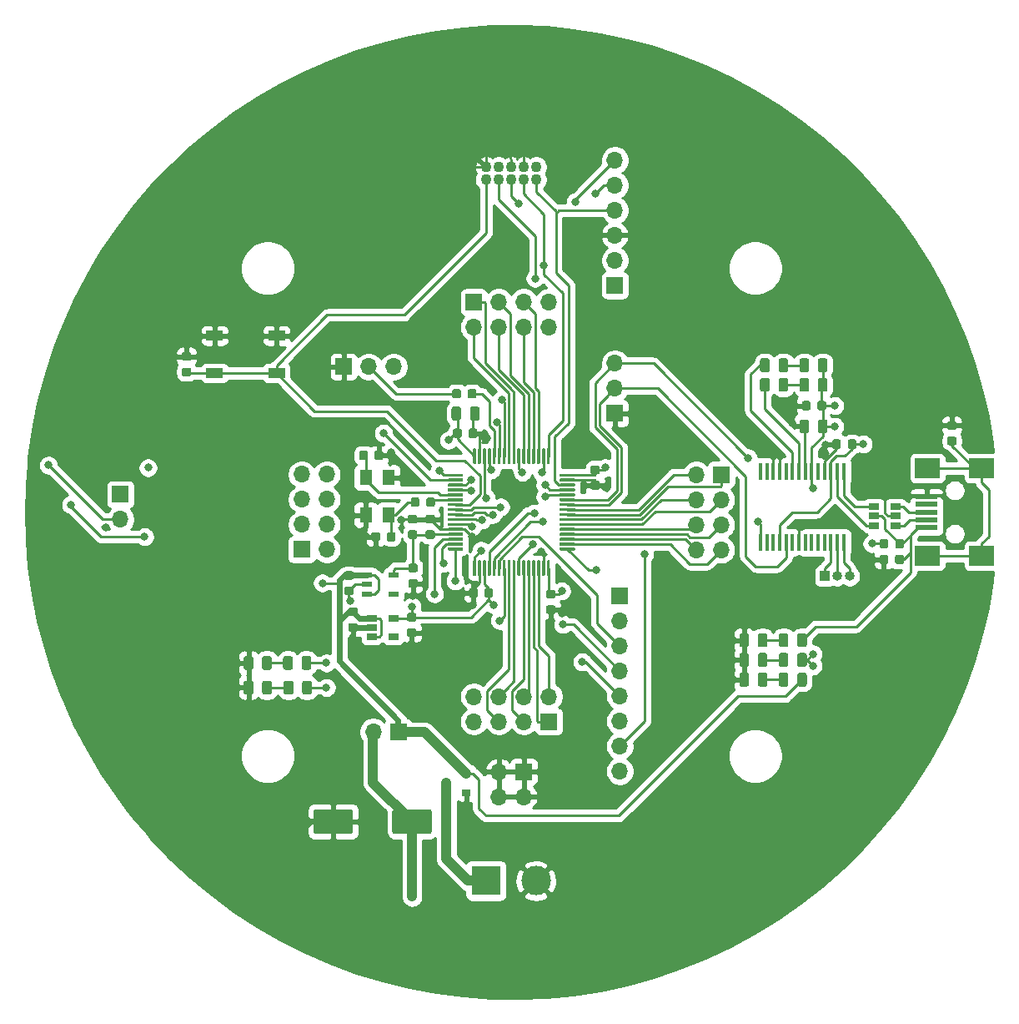
<source format=gbr>
G04 #@! TF.GenerationSoftware,KiCad,Pcbnew,(5.1.5-0-10_14)*
G04 #@! TF.CreationDate,2020-09-03T18:46:32+03:00*
G04 #@! TF.ProjectId,main,6d61696e-2e6b-4696-9361-645f70636258,rev?*
G04 #@! TF.SameCoordinates,Original*
G04 #@! TF.FileFunction,Copper,L1,Top*
G04 #@! TF.FilePolarity,Positive*
%FSLAX46Y46*%
G04 Gerber Fmt 4.6, Leading zero omitted, Abs format (unit mm)*
G04 Created by KiCad (PCBNEW (5.1.5-0-10_14)) date 2020-09-03 18:46:32*
%MOMM*%
%LPD*%
G04 APERTURE LIST*
%ADD10R,0.900000X0.800000*%
%ADD11C,0.100000*%
%ADD12O,1.700000X1.700000*%
%ADD13R,1.700000X1.700000*%
%ADD14R,0.450000X1.750000*%
%ADD15R,1.060000X0.650000*%
%ADD16R,1.700000X1.000000*%
%ADD17O,1.000000X1.000000*%
%ADD18R,1.000000X1.000000*%
%ADD19R,2.300000X0.500000*%
%ADD20R,2.500000X2.000000*%
%ADD21R,1.050000X0.600000*%
%ADD22C,3.000000*%
%ADD23R,3.000000X3.000000*%
%ADD24R,1.300000X1.600000*%
%ADD25C,1.100000*%
%ADD26C,0.800000*%
%ADD27C,0.250000*%
%ADD28C,0.600000*%
%ADD29C,1.000000*%
%ADD30C,0.254000*%
G04 APERTURE END LIST*
D10*
X143400000Y-127500000D03*
X145400000Y-126550000D03*
X145400000Y-128450000D03*
G04 #@! TA.AperFunction,SMDPad,CuDef*
D11*
G36*
X179992642Y-90601174D02*
G01*
X180016303Y-90604684D01*
X180039507Y-90610496D01*
X180062029Y-90618554D01*
X180083653Y-90628782D01*
X180104170Y-90641079D01*
X180123383Y-90655329D01*
X180141107Y-90671393D01*
X180157171Y-90689117D01*
X180171421Y-90708330D01*
X180183718Y-90728847D01*
X180193946Y-90750471D01*
X180202004Y-90772993D01*
X180207816Y-90796197D01*
X180211326Y-90819858D01*
X180212500Y-90843750D01*
X180212500Y-91756250D01*
X180211326Y-91780142D01*
X180207816Y-91803803D01*
X180202004Y-91827007D01*
X180193946Y-91849529D01*
X180183718Y-91871153D01*
X180171421Y-91891670D01*
X180157171Y-91910883D01*
X180141107Y-91928607D01*
X180123383Y-91944671D01*
X180104170Y-91958921D01*
X180083653Y-91971218D01*
X180062029Y-91981446D01*
X180039507Y-91989504D01*
X180016303Y-91995316D01*
X179992642Y-91998826D01*
X179968750Y-92000000D01*
X179481250Y-92000000D01*
X179457358Y-91998826D01*
X179433697Y-91995316D01*
X179410493Y-91989504D01*
X179387971Y-91981446D01*
X179366347Y-91971218D01*
X179345830Y-91958921D01*
X179326617Y-91944671D01*
X179308893Y-91928607D01*
X179292829Y-91910883D01*
X179278579Y-91891670D01*
X179266282Y-91871153D01*
X179256054Y-91849529D01*
X179247996Y-91827007D01*
X179242184Y-91803803D01*
X179238674Y-91780142D01*
X179237500Y-91756250D01*
X179237500Y-90843750D01*
X179238674Y-90819858D01*
X179242184Y-90796197D01*
X179247996Y-90772993D01*
X179256054Y-90750471D01*
X179266282Y-90728847D01*
X179278579Y-90708330D01*
X179292829Y-90689117D01*
X179308893Y-90671393D01*
X179326617Y-90655329D01*
X179345830Y-90641079D01*
X179366347Y-90628782D01*
X179387971Y-90618554D01*
X179410493Y-90610496D01*
X179433697Y-90604684D01*
X179457358Y-90601174D01*
X179481250Y-90600000D01*
X179968750Y-90600000D01*
X179992642Y-90601174D01*
G37*
G04 #@! TD.AperFunction*
G04 #@! TA.AperFunction,SMDPad,CuDef*
G36*
X181867642Y-90601174D02*
G01*
X181891303Y-90604684D01*
X181914507Y-90610496D01*
X181937029Y-90618554D01*
X181958653Y-90628782D01*
X181979170Y-90641079D01*
X181998383Y-90655329D01*
X182016107Y-90671393D01*
X182032171Y-90689117D01*
X182046421Y-90708330D01*
X182058718Y-90728847D01*
X182068946Y-90750471D01*
X182077004Y-90772993D01*
X182082816Y-90796197D01*
X182086326Y-90819858D01*
X182087500Y-90843750D01*
X182087500Y-91756250D01*
X182086326Y-91780142D01*
X182082816Y-91803803D01*
X182077004Y-91827007D01*
X182068946Y-91849529D01*
X182058718Y-91871153D01*
X182046421Y-91891670D01*
X182032171Y-91910883D01*
X182016107Y-91928607D01*
X181998383Y-91944671D01*
X181979170Y-91958921D01*
X181958653Y-91971218D01*
X181937029Y-91981446D01*
X181914507Y-91989504D01*
X181891303Y-91995316D01*
X181867642Y-91998826D01*
X181843750Y-92000000D01*
X181356250Y-92000000D01*
X181332358Y-91998826D01*
X181308697Y-91995316D01*
X181285493Y-91989504D01*
X181262971Y-91981446D01*
X181241347Y-91971218D01*
X181220830Y-91958921D01*
X181201617Y-91944671D01*
X181183893Y-91928607D01*
X181167829Y-91910883D01*
X181153579Y-91891670D01*
X181141282Y-91871153D01*
X181131054Y-91849529D01*
X181122996Y-91827007D01*
X181117184Y-91803803D01*
X181113674Y-91780142D01*
X181112500Y-91756250D01*
X181112500Y-90843750D01*
X181113674Y-90819858D01*
X181117184Y-90796197D01*
X181122996Y-90772993D01*
X181131054Y-90750471D01*
X181141282Y-90728847D01*
X181153579Y-90708330D01*
X181167829Y-90689117D01*
X181183893Y-90671393D01*
X181201617Y-90655329D01*
X181220830Y-90641079D01*
X181241347Y-90628782D01*
X181262971Y-90618554D01*
X181285493Y-90610496D01*
X181308697Y-90604684D01*
X181332358Y-90601174D01*
X181356250Y-90600000D01*
X181843750Y-90600000D01*
X181867642Y-90601174D01*
G37*
G04 #@! TD.AperFunction*
G04 #@! TA.AperFunction,SMDPad,CuDef*
G36*
X146542642Y-89301174D02*
G01*
X146566303Y-89304684D01*
X146589507Y-89310496D01*
X146612029Y-89318554D01*
X146633653Y-89328782D01*
X146654170Y-89341079D01*
X146673383Y-89355329D01*
X146691107Y-89371393D01*
X146707171Y-89389117D01*
X146721421Y-89408330D01*
X146733718Y-89428847D01*
X146743946Y-89450471D01*
X146752004Y-89472993D01*
X146757816Y-89496197D01*
X146761326Y-89519858D01*
X146762500Y-89543750D01*
X146762500Y-90456250D01*
X146761326Y-90480142D01*
X146757816Y-90503803D01*
X146752004Y-90527007D01*
X146743946Y-90549529D01*
X146733718Y-90571153D01*
X146721421Y-90591670D01*
X146707171Y-90610883D01*
X146691107Y-90628607D01*
X146673383Y-90644671D01*
X146654170Y-90658921D01*
X146633653Y-90671218D01*
X146612029Y-90681446D01*
X146589507Y-90689504D01*
X146566303Y-90695316D01*
X146542642Y-90698826D01*
X146518750Y-90700000D01*
X146031250Y-90700000D01*
X146007358Y-90698826D01*
X145983697Y-90695316D01*
X145960493Y-90689504D01*
X145937971Y-90681446D01*
X145916347Y-90671218D01*
X145895830Y-90658921D01*
X145876617Y-90644671D01*
X145858893Y-90628607D01*
X145842829Y-90610883D01*
X145828579Y-90591670D01*
X145816282Y-90571153D01*
X145806054Y-90549529D01*
X145797996Y-90527007D01*
X145792184Y-90503803D01*
X145788674Y-90480142D01*
X145787500Y-90456250D01*
X145787500Y-89543750D01*
X145788674Y-89519858D01*
X145792184Y-89496197D01*
X145797996Y-89472993D01*
X145806054Y-89450471D01*
X145816282Y-89428847D01*
X145828579Y-89408330D01*
X145842829Y-89389117D01*
X145858893Y-89371393D01*
X145876617Y-89355329D01*
X145895830Y-89341079D01*
X145916347Y-89328782D01*
X145937971Y-89318554D01*
X145960493Y-89310496D01*
X145983697Y-89304684D01*
X146007358Y-89301174D01*
X146031250Y-89300000D01*
X146518750Y-89300000D01*
X146542642Y-89301174D01*
G37*
G04 #@! TD.AperFunction*
G04 #@! TA.AperFunction,SMDPad,CuDef*
G36*
X144667642Y-89301174D02*
G01*
X144691303Y-89304684D01*
X144714507Y-89310496D01*
X144737029Y-89318554D01*
X144758653Y-89328782D01*
X144779170Y-89341079D01*
X144798383Y-89355329D01*
X144816107Y-89371393D01*
X144832171Y-89389117D01*
X144846421Y-89408330D01*
X144858718Y-89428847D01*
X144868946Y-89450471D01*
X144877004Y-89472993D01*
X144882816Y-89496197D01*
X144886326Y-89519858D01*
X144887500Y-89543750D01*
X144887500Y-90456250D01*
X144886326Y-90480142D01*
X144882816Y-90503803D01*
X144877004Y-90527007D01*
X144868946Y-90549529D01*
X144858718Y-90571153D01*
X144846421Y-90591670D01*
X144832171Y-90610883D01*
X144816107Y-90628607D01*
X144798383Y-90644671D01*
X144779170Y-90658921D01*
X144758653Y-90671218D01*
X144737029Y-90681446D01*
X144714507Y-90689504D01*
X144691303Y-90695316D01*
X144667642Y-90698826D01*
X144643750Y-90700000D01*
X144156250Y-90700000D01*
X144132358Y-90698826D01*
X144108697Y-90695316D01*
X144085493Y-90689504D01*
X144062971Y-90681446D01*
X144041347Y-90671218D01*
X144020830Y-90658921D01*
X144001617Y-90644671D01*
X143983893Y-90628607D01*
X143967829Y-90610883D01*
X143953579Y-90591670D01*
X143941282Y-90571153D01*
X143931054Y-90549529D01*
X143922996Y-90527007D01*
X143917184Y-90503803D01*
X143913674Y-90480142D01*
X143912500Y-90456250D01*
X143912500Y-89543750D01*
X143913674Y-89519858D01*
X143917184Y-89496197D01*
X143922996Y-89472993D01*
X143931054Y-89450471D01*
X143941282Y-89428847D01*
X143953579Y-89408330D01*
X143967829Y-89389117D01*
X143983893Y-89371393D01*
X144001617Y-89355329D01*
X144020830Y-89341079D01*
X144041347Y-89328782D01*
X144062971Y-89318554D01*
X144085493Y-89310496D01*
X144108697Y-89304684D01*
X144132358Y-89301174D01*
X144156250Y-89300000D01*
X144643750Y-89300000D01*
X144667642Y-89301174D01*
G37*
G04 #@! TD.AperFunction*
D12*
X135960000Y-122300000D03*
D13*
X138500000Y-122300000D03*
G04 #@! TA.AperFunction,SMDPad,CuDef*
D11*
G36*
X133674504Y-130151204D02*
G01*
X133698773Y-130154804D01*
X133722571Y-130160765D01*
X133745671Y-130169030D01*
X133767849Y-130179520D01*
X133788893Y-130192133D01*
X133808598Y-130206747D01*
X133826777Y-130223223D01*
X133843253Y-130241402D01*
X133857867Y-130261107D01*
X133870480Y-130282151D01*
X133880970Y-130304329D01*
X133889235Y-130327429D01*
X133895196Y-130351227D01*
X133898796Y-130375496D01*
X133900000Y-130400000D01*
X133900000Y-132400000D01*
X133898796Y-132424504D01*
X133895196Y-132448773D01*
X133889235Y-132472571D01*
X133880970Y-132495671D01*
X133870480Y-132517849D01*
X133857867Y-132538893D01*
X133843253Y-132558598D01*
X133826777Y-132576777D01*
X133808598Y-132593253D01*
X133788893Y-132607867D01*
X133767849Y-132620480D01*
X133745671Y-132630970D01*
X133722571Y-132639235D01*
X133698773Y-132645196D01*
X133674504Y-132648796D01*
X133650000Y-132650000D01*
X130150000Y-132650000D01*
X130125496Y-132648796D01*
X130101227Y-132645196D01*
X130077429Y-132639235D01*
X130054329Y-132630970D01*
X130032151Y-132620480D01*
X130011107Y-132607867D01*
X129991402Y-132593253D01*
X129973223Y-132576777D01*
X129956747Y-132558598D01*
X129942133Y-132538893D01*
X129929520Y-132517849D01*
X129919030Y-132495671D01*
X129910765Y-132472571D01*
X129904804Y-132448773D01*
X129901204Y-132424504D01*
X129900000Y-132400000D01*
X129900000Y-130400000D01*
X129901204Y-130375496D01*
X129904804Y-130351227D01*
X129910765Y-130327429D01*
X129919030Y-130304329D01*
X129929520Y-130282151D01*
X129942133Y-130261107D01*
X129956747Y-130241402D01*
X129973223Y-130223223D01*
X129991402Y-130206747D01*
X130011107Y-130192133D01*
X130032151Y-130179520D01*
X130054329Y-130169030D01*
X130077429Y-130160765D01*
X130101227Y-130154804D01*
X130125496Y-130151204D01*
X130150000Y-130150000D01*
X133650000Y-130150000D01*
X133674504Y-130151204D01*
G37*
G04 #@! TD.AperFunction*
G04 #@! TA.AperFunction,SMDPad,CuDef*
G36*
X141674504Y-130151204D02*
G01*
X141698773Y-130154804D01*
X141722571Y-130160765D01*
X141745671Y-130169030D01*
X141767849Y-130179520D01*
X141788893Y-130192133D01*
X141808598Y-130206747D01*
X141826777Y-130223223D01*
X141843253Y-130241402D01*
X141857867Y-130261107D01*
X141870480Y-130282151D01*
X141880970Y-130304329D01*
X141889235Y-130327429D01*
X141895196Y-130351227D01*
X141898796Y-130375496D01*
X141900000Y-130400000D01*
X141900000Y-132400000D01*
X141898796Y-132424504D01*
X141895196Y-132448773D01*
X141889235Y-132472571D01*
X141880970Y-132495671D01*
X141870480Y-132517849D01*
X141857867Y-132538893D01*
X141843253Y-132558598D01*
X141826777Y-132576777D01*
X141808598Y-132593253D01*
X141788893Y-132607867D01*
X141767849Y-132620480D01*
X141745671Y-132630970D01*
X141722571Y-132639235D01*
X141698773Y-132645196D01*
X141674504Y-132648796D01*
X141650000Y-132650000D01*
X138150000Y-132650000D01*
X138125496Y-132648796D01*
X138101227Y-132645196D01*
X138077429Y-132639235D01*
X138054329Y-132630970D01*
X138032151Y-132620480D01*
X138011107Y-132607867D01*
X137991402Y-132593253D01*
X137973223Y-132576777D01*
X137956747Y-132558598D01*
X137942133Y-132538893D01*
X137929520Y-132517849D01*
X137919030Y-132495671D01*
X137910765Y-132472571D01*
X137904804Y-132448773D01*
X137901204Y-132424504D01*
X137900000Y-132400000D01*
X137900000Y-130400000D01*
X137901204Y-130375496D01*
X137904804Y-130351227D01*
X137910765Y-130327429D01*
X137919030Y-130304329D01*
X137929520Y-130282151D01*
X137942133Y-130261107D01*
X137956747Y-130241402D01*
X137973223Y-130223223D01*
X137991402Y-130206747D01*
X138011107Y-130192133D01*
X138032151Y-130179520D01*
X138054329Y-130169030D01*
X138077429Y-130160765D01*
X138101227Y-130154804D01*
X138125496Y-130151204D01*
X138150000Y-130150000D01*
X141650000Y-130150000D01*
X141674504Y-130151204D01*
G37*
G04 #@! TD.AperFunction*
D12*
X161000000Y-126280000D03*
X161000000Y-123740000D03*
X161000000Y-121200000D03*
X161000000Y-118660000D03*
X161000000Y-116120000D03*
X161000000Y-113580000D03*
X161000000Y-111040000D03*
D13*
X161000000Y-108500000D03*
D14*
X175275000Y-95900000D03*
X175925000Y-95900000D03*
X176575000Y-95900000D03*
X177225000Y-95900000D03*
X177875000Y-95900000D03*
X178525000Y-95900000D03*
X179175000Y-95900000D03*
X179825000Y-95900000D03*
X180475000Y-95900000D03*
X181125000Y-95900000D03*
X181775000Y-95900000D03*
X182425000Y-95900000D03*
X183075000Y-95900000D03*
X183725000Y-95900000D03*
X183725000Y-103100000D03*
X183075000Y-103100000D03*
X182425000Y-103100000D03*
X181775000Y-103100000D03*
X181125000Y-103100000D03*
X180475000Y-103100000D03*
X179825000Y-103100000D03*
X179175000Y-103100000D03*
X178525000Y-103100000D03*
X177875000Y-103100000D03*
X177225000Y-103100000D03*
X176575000Y-103100000D03*
X175925000Y-103100000D03*
X175275000Y-103100000D03*
D15*
X186800000Y-100400000D03*
X186800000Y-101350000D03*
X186800000Y-99450000D03*
X189000000Y-99450000D03*
X189000000Y-100400000D03*
X189000000Y-101350000D03*
D16*
X126150000Y-85900000D03*
X119850000Y-85900000D03*
X126150000Y-82100000D03*
X119850000Y-82100000D03*
G04 #@! TA.AperFunction,SMDPad,CuDef*
D11*
G36*
X173892642Y-112301174D02*
G01*
X173916303Y-112304684D01*
X173939507Y-112310496D01*
X173962029Y-112318554D01*
X173983653Y-112328782D01*
X174004170Y-112341079D01*
X174023383Y-112355329D01*
X174041107Y-112371393D01*
X174057171Y-112389117D01*
X174071421Y-112408330D01*
X174083718Y-112428847D01*
X174093946Y-112450471D01*
X174102004Y-112472993D01*
X174107816Y-112496197D01*
X174111326Y-112519858D01*
X174112500Y-112543750D01*
X174112500Y-113456250D01*
X174111326Y-113480142D01*
X174107816Y-113503803D01*
X174102004Y-113527007D01*
X174093946Y-113549529D01*
X174083718Y-113571153D01*
X174071421Y-113591670D01*
X174057171Y-113610883D01*
X174041107Y-113628607D01*
X174023383Y-113644671D01*
X174004170Y-113658921D01*
X173983653Y-113671218D01*
X173962029Y-113681446D01*
X173939507Y-113689504D01*
X173916303Y-113695316D01*
X173892642Y-113698826D01*
X173868750Y-113700000D01*
X173381250Y-113700000D01*
X173357358Y-113698826D01*
X173333697Y-113695316D01*
X173310493Y-113689504D01*
X173287971Y-113681446D01*
X173266347Y-113671218D01*
X173245830Y-113658921D01*
X173226617Y-113644671D01*
X173208893Y-113628607D01*
X173192829Y-113610883D01*
X173178579Y-113591670D01*
X173166282Y-113571153D01*
X173156054Y-113549529D01*
X173147996Y-113527007D01*
X173142184Y-113503803D01*
X173138674Y-113480142D01*
X173137500Y-113456250D01*
X173137500Y-112543750D01*
X173138674Y-112519858D01*
X173142184Y-112496197D01*
X173147996Y-112472993D01*
X173156054Y-112450471D01*
X173166282Y-112428847D01*
X173178579Y-112408330D01*
X173192829Y-112389117D01*
X173208893Y-112371393D01*
X173226617Y-112355329D01*
X173245830Y-112341079D01*
X173266347Y-112328782D01*
X173287971Y-112318554D01*
X173310493Y-112310496D01*
X173333697Y-112304684D01*
X173357358Y-112301174D01*
X173381250Y-112300000D01*
X173868750Y-112300000D01*
X173892642Y-112301174D01*
G37*
G04 #@! TD.AperFunction*
G04 #@! TA.AperFunction,SMDPad,CuDef*
G36*
X175767642Y-112301174D02*
G01*
X175791303Y-112304684D01*
X175814507Y-112310496D01*
X175837029Y-112318554D01*
X175858653Y-112328782D01*
X175879170Y-112341079D01*
X175898383Y-112355329D01*
X175916107Y-112371393D01*
X175932171Y-112389117D01*
X175946421Y-112408330D01*
X175958718Y-112428847D01*
X175968946Y-112450471D01*
X175977004Y-112472993D01*
X175982816Y-112496197D01*
X175986326Y-112519858D01*
X175987500Y-112543750D01*
X175987500Y-113456250D01*
X175986326Y-113480142D01*
X175982816Y-113503803D01*
X175977004Y-113527007D01*
X175968946Y-113549529D01*
X175958718Y-113571153D01*
X175946421Y-113591670D01*
X175932171Y-113610883D01*
X175916107Y-113628607D01*
X175898383Y-113644671D01*
X175879170Y-113658921D01*
X175858653Y-113671218D01*
X175837029Y-113681446D01*
X175814507Y-113689504D01*
X175791303Y-113695316D01*
X175767642Y-113698826D01*
X175743750Y-113700000D01*
X175256250Y-113700000D01*
X175232358Y-113698826D01*
X175208697Y-113695316D01*
X175185493Y-113689504D01*
X175162971Y-113681446D01*
X175141347Y-113671218D01*
X175120830Y-113658921D01*
X175101617Y-113644671D01*
X175083893Y-113628607D01*
X175067829Y-113610883D01*
X175053579Y-113591670D01*
X175041282Y-113571153D01*
X175031054Y-113549529D01*
X175022996Y-113527007D01*
X175017184Y-113503803D01*
X175013674Y-113480142D01*
X175012500Y-113456250D01*
X175012500Y-112543750D01*
X175013674Y-112519858D01*
X175017184Y-112496197D01*
X175022996Y-112472993D01*
X175031054Y-112450471D01*
X175041282Y-112428847D01*
X175053579Y-112408330D01*
X175067829Y-112389117D01*
X175083893Y-112371393D01*
X175101617Y-112355329D01*
X175120830Y-112341079D01*
X175141347Y-112328782D01*
X175162971Y-112318554D01*
X175185493Y-112310496D01*
X175208697Y-112304684D01*
X175232358Y-112301174D01*
X175256250Y-112300000D01*
X175743750Y-112300000D01*
X175767642Y-112301174D01*
G37*
G04 #@! TD.AperFunction*
G04 #@! TA.AperFunction,SMDPad,CuDef*
G36*
X175992642Y-86401174D02*
G01*
X176016303Y-86404684D01*
X176039507Y-86410496D01*
X176062029Y-86418554D01*
X176083653Y-86428782D01*
X176104170Y-86441079D01*
X176123383Y-86455329D01*
X176141107Y-86471393D01*
X176157171Y-86489117D01*
X176171421Y-86508330D01*
X176183718Y-86528847D01*
X176193946Y-86550471D01*
X176202004Y-86572993D01*
X176207816Y-86596197D01*
X176211326Y-86619858D01*
X176212500Y-86643750D01*
X176212500Y-87556250D01*
X176211326Y-87580142D01*
X176207816Y-87603803D01*
X176202004Y-87627007D01*
X176193946Y-87649529D01*
X176183718Y-87671153D01*
X176171421Y-87691670D01*
X176157171Y-87710883D01*
X176141107Y-87728607D01*
X176123383Y-87744671D01*
X176104170Y-87758921D01*
X176083653Y-87771218D01*
X176062029Y-87781446D01*
X176039507Y-87789504D01*
X176016303Y-87795316D01*
X175992642Y-87798826D01*
X175968750Y-87800000D01*
X175481250Y-87800000D01*
X175457358Y-87798826D01*
X175433697Y-87795316D01*
X175410493Y-87789504D01*
X175387971Y-87781446D01*
X175366347Y-87771218D01*
X175345830Y-87758921D01*
X175326617Y-87744671D01*
X175308893Y-87728607D01*
X175292829Y-87710883D01*
X175278579Y-87691670D01*
X175266282Y-87671153D01*
X175256054Y-87649529D01*
X175247996Y-87627007D01*
X175242184Y-87603803D01*
X175238674Y-87580142D01*
X175237500Y-87556250D01*
X175237500Y-86643750D01*
X175238674Y-86619858D01*
X175242184Y-86596197D01*
X175247996Y-86572993D01*
X175256054Y-86550471D01*
X175266282Y-86528847D01*
X175278579Y-86508330D01*
X175292829Y-86489117D01*
X175308893Y-86471393D01*
X175326617Y-86455329D01*
X175345830Y-86441079D01*
X175366347Y-86428782D01*
X175387971Y-86418554D01*
X175410493Y-86410496D01*
X175433697Y-86404684D01*
X175457358Y-86401174D01*
X175481250Y-86400000D01*
X175968750Y-86400000D01*
X175992642Y-86401174D01*
G37*
G04 #@! TD.AperFunction*
G04 #@! TA.AperFunction,SMDPad,CuDef*
G36*
X177867642Y-86401174D02*
G01*
X177891303Y-86404684D01*
X177914507Y-86410496D01*
X177937029Y-86418554D01*
X177958653Y-86428782D01*
X177979170Y-86441079D01*
X177998383Y-86455329D01*
X178016107Y-86471393D01*
X178032171Y-86489117D01*
X178046421Y-86508330D01*
X178058718Y-86528847D01*
X178068946Y-86550471D01*
X178077004Y-86572993D01*
X178082816Y-86596197D01*
X178086326Y-86619858D01*
X178087500Y-86643750D01*
X178087500Y-87556250D01*
X178086326Y-87580142D01*
X178082816Y-87603803D01*
X178077004Y-87627007D01*
X178068946Y-87649529D01*
X178058718Y-87671153D01*
X178046421Y-87691670D01*
X178032171Y-87710883D01*
X178016107Y-87728607D01*
X177998383Y-87744671D01*
X177979170Y-87758921D01*
X177958653Y-87771218D01*
X177937029Y-87781446D01*
X177914507Y-87789504D01*
X177891303Y-87795316D01*
X177867642Y-87798826D01*
X177843750Y-87800000D01*
X177356250Y-87800000D01*
X177332358Y-87798826D01*
X177308697Y-87795316D01*
X177285493Y-87789504D01*
X177262971Y-87781446D01*
X177241347Y-87771218D01*
X177220830Y-87758921D01*
X177201617Y-87744671D01*
X177183893Y-87728607D01*
X177167829Y-87710883D01*
X177153579Y-87691670D01*
X177141282Y-87671153D01*
X177131054Y-87649529D01*
X177122996Y-87627007D01*
X177117184Y-87603803D01*
X177113674Y-87580142D01*
X177112500Y-87556250D01*
X177112500Y-86643750D01*
X177113674Y-86619858D01*
X177117184Y-86596197D01*
X177122996Y-86572993D01*
X177131054Y-86550471D01*
X177141282Y-86528847D01*
X177153579Y-86508330D01*
X177167829Y-86489117D01*
X177183893Y-86471393D01*
X177201617Y-86455329D01*
X177220830Y-86441079D01*
X177241347Y-86428782D01*
X177262971Y-86418554D01*
X177285493Y-86410496D01*
X177308697Y-86404684D01*
X177332358Y-86401174D01*
X177356250Y-86400000D01*
X177843750Y-86400000D01*
X177867642Y-86401174D01*
G37*
G04 #@! TD.AperFunction*
G04 #@! TA.AperFunction,SMDPad,CuDef*
G36*
X175992642Y-84401174D02*
G01*
X176016303Y-84404684D01*
X176039507Y-84410496D01*
X176062029Y-84418554D01*
X176083653Y-84428782D01*
X176104170Y-84441079D01*
X176123383Y-84455329D01*
X176141107Y-84471393D01*
X176157171Y-84489117D01*
X176171421Y-84508330D01*
X176183718Y-84528847D01*
X176193946Y-84550471D01*
X176202004Y-84572993D01*
X176207816Y-84596197D01*
X176211326Y-84619858D01*
X176212500Y-84643750D01*
X176212500Y-85556250D01*
X176211326Y-85580142D01*
X176207816Y-85603803D01*
X176202004Y-85627007D01*
X176193946Y-85649529D01*
X176183718Y-85671153D01*
X176171421Y-85691670D01*
X176157171Y-85710883D01*
X176141107Y-85728607D01*
X176123383Y-85744671D01*
X176104170Y-85758921D01*
X176083653Y-85771218D01*
X176062029Y-85781446D01*
X176039507Y-85789504D01*
X176016303Y-85795316D01*
X175992642Y-85798826D01*
X175968750Y-85800000D01*
X175481250Y-85800000D01*
X175457358Y-85798826D01*
X175433697Y-85795316D01*
X175410493Y-85789504D01*
X175387971Y-85781446D01*
X175366347Y-85771218D01*
X175345830Y-85758921D01*
X175326617Y-85744671D01*
X175308893Y-85728607D01*
X175292829Y-85710883D01*
X175278579Y-85691670D01*
X175266282Y-85671153D01*
X175256054Y-85649529D01*
X175247996Y-85627007D01*
X175242184Y-85603803D01*
X175238674Y-85580142D01*
X175237500Y-85556250D01*
X175237500Y-84643750D01*
X175238674Y-84619858D01*
X175242184Y-84596197D01*
X175247996Y-84572993D01*
X175256054Y-84550471D01*
X175266282Y-84528847D01*
X175278579Y-84508330D01*
X175292829Y-84489117D01*
X175308893Y-84471393D01*
X175326617Y-84455329D01*
X175345830Y-84441079D01*
X175366347Y-84428782D01*
X175387971Y-84418554D01*
X175410493Y-84410496D01*
X175433697Y-84404684D01*
X175457358Y-84401174D01*
X175481250Y-84400000D01*
X175968750Y-84400000D01*
X175992642Y-84401174D01*
G37*
G04 #@! TD.AperFunction*
G04 #@! TA.AperFunction,SMDPad,CuDef*
G36*
X177867642Y-84401174D02*
G01*
X177891303Y-84404684D01*
X177914507Y-84410496D01*
X177937029Y-84418554D01*
X177958653Y-84428782D01*
X177979170Y-84441079D01*
X177998383Y-84455329D01*
X178016107Y-84471393D01*
X178032171Y-84489117D01*
X178046421Y-84508330D01*
X178058718Y-84528847D01*
X178068946Y-84550471D01*
X178077004Y-84572993D01*
X178082816Y-84596197D01*
X178086326Y-84619858D01*
X178087500Y-84643750D01*
X178087500Y-85556250D01*
X178086326Y-85580142D01*
X178082816Y-85603803D01*
X178077004Y-85627007D01*
X178068946Y-85649529D01*
X178058718Y-85671153D01*
X178046421Y-85691670D01*
X178032171Y-85710883D01*
X178016107Y-85728607D01*
X177998383Y-85744671D01*
X177979170Y-85758921D01*
X177958653Y-85771218D01*
X177937029Y-85781446D01*
X177914507Y-85789504D01*
X177891303Y-85795316D01*
X177867642Y-85798826D01*
X177843750Y-85800000D01*
X177356250Y-85800000D01*
X177332358Y-85798826D01*
X177308697Y-85795316D01*
X177285493Y-85789504D01*
X177262971Y-85781446D01*
X177241347Y-85771218D01*
X177220830Y-85758921D01*
X177201617Y-85744671D01*
X177183893Y-85728607D01*
X177167829Y-85710883D01*
X177153579Y-85691670D01*
X177141282Y-85671153D01*
X177131054Y-85649529D01*
X177122996Y-85627007D01*
X177117184Y-85603803D01*
X177113674Y-85580142D01*
X177112500Y-85556250D01*
X177112500Y-84643750D01*
X177113674Y-84619858D01*
X177117184Y-84596197D01*
X177122996Y-84572993D01*
X177131054Y-84550471D01*
X177141282Y-84528847D01*
X177153579Y-84508330D01*
X177167829Y-84489117D01*
X177183893Y-84471393D01*
X177201617Y-84455329D01*
X177220830Y-84441079D01*
X177241347Y-84428782D01*
X177262971Y-84418554D01*
X177285493Y-84410496D01*
X177308697Y-84404684D01*
X177332358Y-84401174D01*
X177356250Y-84400000D01*
X177843750Y-84400000D01*
X177867642Y-84401174D01*
G37*
G04 #@! TD.AperFunction*
G04 #@! TA.AperFunction,SMDPad,CuDef*
G36*
X194990191Y-90776053D02*
G01*
X195011426Y-90779203D01*
X195032250Y-90784419D01*
X195052462Y-90791651D01*
X195071868Y-90800830D01*
X195090281Y-90811866D01*
X195107524Y-90824654D01*
X195123430Y-90839070D01*
X195137846Y-90854976D01*
X195150634Y-90872219D01*
X195161670Y-90890632D01*
X195170849Y-90910038D01*
X195178081Y-90930250D01*
X195183297Y-90951074D01*
X195186447Y-90972309D01*
X195187500Y-90993750D01*
X195187500Y-91431250D01*
X195186447Y-91452691D01*
X195183297Y-91473926D01*
X195178081Y-91494750D01*
X195170849Y-91514962D01*
X195161670Y-91534368D01*
X195150634Y-91552781D01*
X195137846Y-91570024D01*
X195123430Y-91585930D01*
X195107524Y-91600346D01*
X195090281Y-91613134D01*
X195071868Y-91624170D01*
X195052462Y-91633349D01*
X195032250Y-91640581D01*
X195011426Y-91645797D01*
X194990191Y-91648947D01*
X194968750Y-91650000D01*
X194456250Y-91650000D01*
X194434809Y-91648947D01*
X194413574Y-91645797D01*
X194392750Y-91640581D01*
X194372538Y-91633349D01*
X194353132Y-91624170D01*
X194334719Y-91613134D01*
X194317476Y-91600346D01*
X194301570Y-91585930D01*
X194287154Y-91570024D01*
X194274366Y-91552781D01*
X194263330Y-91534368D01*
X194254151Y-91514962D01*
X194246919Y-91494750D01*
X194241703Y-91473926D01*
X194238553Y-91452691D01*
X194237500Y-91431250D01*
X194237500Y-90993750D01*
X194238553Y-90972309D01*
X194241703Y-90951074D01*
X194246919Y-90930250D01*
X194254151Y-90910038D01*
X194263330Y-90890632D01*
X194274366Y-90872219D01*
X194287154Y-90854976D01*
X194301570Y-90839070D01*
X194317476Y-90824654D01*
X194334719Y-90811866D01*
X194353132Y-90800830D01*
X194372538Y-90791651D01*
X194392750Y-90784419D01*
X194413574Y-90779203D01*
X194434809Y-90776053D01*
X194456250Y-90775000D01*
X194968750Y-90775000D01*
X194990191Y-90776053D01*
G37*
G04 #@! TD.AperFunction*
G04 #@! TA.AperFunction,SMDPad,CuDef*
G36*
X194990191Y-92351053D02*
G01*
X195011426Y-92354203D01*
X195032250Y-92359419D01*
X195052462Y-92366651D01*
X195071868Y-92375830D01*
X195090281Y-92386866D01*
X195107524Y-92399654D01*
X195123430Y-92414070D01*
X195137846Y-92429976D01*
X195150634Y-92447219D01*
X195161670Y-92465632D01*
X195170849Y-92485038D01*
X195178081Y-92505250D01*
X195183297Y-92526074D01*
X195186447Y-92547309D01*
X195187500Y-92568750D01*
X195187500Y-93006250D01*
X195186447Y-93027691D01*
X195183297Y-93048926D01*
X195178081Y-93069750D01*
X195170849Y-93089962D01*
X195161670Y-93109368D01*
X195150634Y-93127781D01*
X195137846Y-93145024D01*
X195123430Y-93160930D01*
X195107524Y-93175346D01*
X195090281Y-93188134D01*
X195071868Y-93199170D01*
X195052462Y-93208349D01*
X195032250Y-93215581D01*
X195011426Y-93220797D01*
X194990191Y-93223947D01*
X194968750Y-93225000D01*
X194456250Y-93225000D01*
X194434809Y-93223947D01*
X194413574Y-93220797D01*
X194392750Y-93215581D01*
X194372538Y-93208349D01*
X194353132Y-93199170D01*
X194334719Y-93188134D01*
X194317476Y-93175346D01*
X194301570Y-93160930D01*
X194287154Y-93145024D01*
X194274366Y-93127781D01*
X194263330Y-93109368D01*
X194254151Y-93089962D01*
X194246919Y-93069750D01*
X194241703Y-93048926D01*
X194238553Y-93027691D01*
X194237500Y-93006250D01*
X194237500Y-92568750D01*
X194238553Y-92547309D01*
X194241703Y-92526074D01*
X194246919Y-92505250D01*
X194254151Y-92485038D01*
X194263330Y-92465632D01*
X194274366Y-92447219D01*
X194287154Y-92429976D01*
X194301570Y-92414070D01*
X194317476Y-92399654D01*
X194334719Y-92386866D01*
X194353132Y-92375830D01*
X194372538Y-92366651D01*
X194392750Y-92359419D01*
X194413574Y-92354203D01*
X194434809Y-92351053D01*
X194456250Y-92350000D01*
X194968750Y-92350000D01*
X194990191Y-92351053D01*
G37*
G04 #@! TD.AperFunction*
G04 #@! TA.AperFunction,SMDPad,CuDef*
G36*
X173892642Y-114301174D02*
G01*
X173916303Y-114304684D01*
X173939507Y-114310496D01*
X173962029Y-114318554D01*
X173983653Y-114328782D01*
X174004170Y-114341079D01*
X174023383Y-114355329D01*
X174041107Y-114371393D01*
X174057171Y-114389117D01*
X174071421Y-114408330D01*
X174083718Y-114428847D01*
X174093946Y-114450471D01*
X174102004Y-114472993D01*
X174107816Y-114496197D01*
X174111326Y-114519858D01*
X174112500Y-114543750D01*
X174112500Y-115456250D01*
X174111326Y-115480142D01*
X174107816Y-115503803D01*
X174102004Y-115527007D01*
X174093946Y-115549529D01*
X174083718Y-115571153D01*
X174071421Y-115591670D01*
X174057171Y-115610883D01*
X174041107Y-115628607D01*
X174023383Y-115644671D01*
X174004170Y-115658921D01*
X173983653Y-115671218D01*
X173962029Y-115681446D01*
X173939507Y-115689504D01*
X173916303Y-115695316D01*
X173892642Y-115698826D01*
X173868750Y-115700000D01*
X173381250Y-115700000D01*
X173357358Y-115698826D01*
X173333697Y-115695316D01*
X173310493Y-115689504D01*
X173287971Y-115681446D01*
X173266347Y-115671218D01*
X173245830Y-115658921D01*
X173226617Y-115644671D01*
X173208893Y-115628607D01*
X173192829Y-115610883D01*
X173178579Y-115591670D01*
X173166282Y-115571153D01*
X173156054Y-115549529D01*
X173147996Y-115527007D01*
X173142184Y-115503803D01*
X173138674Y-115480142D01*
X173137500Y-115456250D01*
X173137500Y-114543750D01*
X173138674Y-114519858D01*
X173142184Y-114496197D01*
X173147996Y-114472993D01*
X173156054Y-114450471D01*
X173166282Y-114428847D01*
X173178579Y-114408330D01*
X173192829Y-114389117D01*
X173208893Y-114371393D01*
X173226617Y-114355329D01*
X173245830Y-114341079D01*
X173266347Y-114328782D01*
X173287971Y-114318554D01*
X173310493Y-114310496D01*
X173333697Y-114304684D01*
X173357358Y-114301174D01*
X173381250Y-114300000D01*
X173868750Y-114300000D01*
X173892642Y-114301174D01*
G37*
G04 #@! TD.AperFunction*
G04 #@! TA.AperFunction,SMDPad,CuDef*
G36*
X175767642Y-114301174D02*
G01*
X175791303Y-114304684D01*
X175814507Y-114310496D01*
X175837029Y-114318554D01*
X175858653Y-114328782D01*
X175879170Y-114341079D01*
X175898383Y-114355329D01*
X175916107Y-114371393D01*
X175932171Y-114389117D01*
X175946421Y-114408330D01*
X175958718Y-114428847D01*
X175968946Y-114450471D01*
X175977004Y-114472993D01*
X175982816Y-114496197D01*
X175986326Y-114519858D01*
X175987500Y-114543750D01*
X175987500Y-115456250D01*
X175986326Y-115480142D01*
X175982816Y-115503803D01*
X175977004Y-115527007D01*
X175968946Y-115549529D01*
X175958718Y-115571153D01*
X175946421Y-115591670D01*
X175932171Y-115610883D01*
X175916107Y-115628607D01*
X175898383Y-115644671D01*
X175879170Y-115658921D01*
X175858653Y-115671218D01*
X175837029Y-115681446D01*
X175814507Y-115689504D01*
X175791303Y-115695316D01*
X175767642Y-115698826D01*
X175743750Y-115700000D01*
X175256250Y-115700000D01*
X175232358Y-115698826D01*
X175208697Y-115695316D01*
X175185493Y-115689504D01*
X175162971Y-115681446D01*
X175141347Y-115671218D01*
X175120830Y-115658921D01*
X175101617Y-115644671D01*
X175083893Y-115628607D01*
X175067829Y-115610883D01*
X175053579Y-115591670D01*
X175041282Y-115571153D01*
X175031054Y-115549529D01*
X175022996Y-115527007D01*
X175017184Y-115503803D01*
X175013674Y-115480142D01*
X175012500Y-115456250D01*
X175012500Y-114543750D01*
X175013674Y-114519858D01*
X175017184Y-114496197D01*
X175022996Y-114472993D01*
X175031054Y-114450471D01*
X175041282Y-114428847D01*
X175053579Y-114408330D01*
X175067829Y-114389117D01*
X175083893Y-114371393D01*
X175101617Y-114355329D01*
X175120830Y-114341079D01*
X175141347Y-114328782D01*
X175162971Y-114318554D01*
X175185493Y-114310496D01*
X175208697Y-114304684D01*
X175232358Y-114301174D01*
X175256250Y-114300000D01*
X175743750Y-114300000D01*
X175767642Y-114301174D01*
G37*
G04 #@! TD.AperFunction*
G04 #@! TA.AperFunction,SMDPad,CuDef*
G36*
X173892642Y-116301174D02*
G01*
X173916303Y-116304684D01*
X173939507Y-116310496D01*
X173962029Y-116318554D01*
X173983653Y-116328782D01*
X174004170Y-116341079D01*
X174023383Y-116355329D01*
X174041107Y-116371393D01*
X174057171Y-116389117D01*
X174071421Y-116408330D01*
X174083718Y-116428847D01*
X174093946Y-116450471D01*
X174102004Y-116472993D01*
X174107816Y-116496197D01*
X174111326Y-116519858D01*
X174112500Y-116543750D01*
X174112500Y-117456250D01*
X174111326Y-117480142D01*
X174107816Y-117503803D01*
X174102004Y-117527007D01*
X174093946Y-117549529D01*
X174083718Y-117571153D01*
X174071421Y-117591670D01*
X174057171Y-117610883D01*
X174041107Y-117628607D01*
X174023383Y-117644671D01*
X174004170Y-117658921D01*
X173983653Y-117671218D01*
X173962029Y-117681446D01*
X173939507Y-117689504D01*
X173916303Y-117695316D01*
X173892642Y-117698826D01*
X173868750Y-117700000D01*
X173381250Y-117700000D01*
X173357358Y-117698826D01*
X173333697Y-117695316D01*
X173310493Y-117689504D01*
X173287971Y-117681446D01*
X173266347Y-117671218D01*
X173245830Y-117658921D01*
X173226617Y-117644671D01*
X173208893Y-117628607D01*
X173192829Y-117610883D01*
X173178579Y-117591670D01*
X173166282Y-117571153D01*
X173156054Y-117549529D01*
X173147996Y-117527007D01*
X173142184Y-117503803D01*
X173138674Y-117480142D01*
X173137500Y-117456250D01*
X173137500Y-116543750D01*
X173138674Y-116519858D01*
X173142184Y-116496197D01*
X173147996Y-116472993D01*
X173156054Y-116450471D01*
X173166282Y-116428847D01*
X173178579Y-116408330D01*
X173192829Y-116389117D01*
X173208893Y-116371393D01*
X173226617Y-116355329D01*
X173245830Y-116341079D01*
X173266347Y-116328782D01*
X173287971Y-116318554D01*
X173310493Y-116310496D01*
X173333697Y-116304684D01*
X173357358Y-116301174D01*
X173381250Y-116300000D01*
X173868750Y-116300000D01*
X173892642Y-116301174D01*
G37*
G04 #@! TD.AperFunction*
G04 #@! TA.AperFunction,SMDPad,CuDef*
G36*
X175767642Y-116301174D02*
G01*
X175791303Y-116304684D01*
X175814507Y-116310496D01*
X175837029Y-116318554D01*
X175858653Y-116328782D01*
X175879170Y-116341079D01*
X175898383Y-116355329D01*
X175916107Y-116371393D01*
X175932171Y-116389117D01*
X175946421Y-116408330D01*
X175958718Y-116428847D01*
X175968946Y-116450471D01*
X175977004Y-116472993D01*
X175982816Y-116496197D01*
X175986326Y-116519858D01*
X175987500Y-116543750D01*
X175987500Y-117456250D01*
X175986326Y-117480142D01*
X175982816Y-117503803D01*
X175977004Y-117527007D01*
X175968946Y-117549529D01*
X175958718Y-117571153D01*
X175946421Y-117591670D01*
X175932171Y-117610883D01*
X175916107Y-117628607D01*
X175898383Y-117644671D01*
X175879170Y-117658921D01*
X175858653Y-117671218D01*
X175837029Y-117681446D01*
X175814507Y-117689504D01*
X175791303Y-117695316D01*
X175767642Y-117698826D01*
X175743750Y-117700000D01*
X175256250Y-117700000D01*
X175232358Y-117698826D01*
X175208697Y-117695316D01*
X175185493Y-117689504D01*
X175162971Y-117681446D01*
X175141347Y-117671218D01*
X175120830Y-117658921D01*
X175101617Y-117644671D01*
X175083893Y-117628607D01*
X175067829Y-117610883D01*
X175053579Y-117591670D01*
X175041282Y-117571153D01*
X175031054Y-117549529D01*
X175022996Y-117527007D01*
X175017184Y-117503803D01*
X175013674Y-117480142D01*
X175012500Y-117456250D01*
X175012500Y-116543750D01*
X175013674Y-116519858D01*
X175017184Y-116496197D01*
X175022996Y-116472993D01*
X175031054Y-116450471D01*
X175041282Y-116428847D01*
X175053579Y-116408330D01*
X175067829Y-116389117D01*
X175083893Y-116371393D01*
X175101617Y-116355329D01*
X175120830Y-116341079D01*
X175141347Y-116328782D01*
X175162971Y-116318554D01*
X175185493Y-116310496D01*
X175208697Y-116304684D01*
X175232358Y-116301174D01*
X175256250Y-116300000D01*
X175743750Y-116300000D01*
X175767642Y-116301174D01*
G37*
G04 #@! TD.AperFunction*
G04 #@! TA.AperFunction,SMDPad,CuDef*
G36*
X144665191Y-87526053D02*
G01*
X144686426Y-87529203D01*
X144707250Y-87534419D01*
X144727462Y-87541651D01*
X144746868Y-87550830D01*
X144765281Y-87561866D01*
X144782524Y-87574654D01*
X144798430Y-87589070D01*
X144812846Y-87604976D01*
X144825634Y-87622219D01*
X144836670Y-87640632D01*
X144845849Y-87660038D01*
X144853081Y-87680250D01*
X144858297Y-87701074D01*
X144861447Y-87722309D01*
X144862500Y-87743750D01*
X144862500Y-88256250D01*
X144861447Y-88277691D01*
X144858297Y-88298926D01*
X144853081Y-88319750D01*
X144845849Y-88339962D01*
X144836670Y-88359368D01*
X144825634Y-88377781D01*
X144812846Y-88395024D01*
X144798430Y-88410930D01*
X144782524Y-88425346D01*
X144765281Y-88438134D01*
X144746868Y-88449170D01*
X144727462Y-88458349D01*
X144707250Y-88465581D01*
X144686426Y-88470797D01*
X144665191Y-88473947D01*
X144643750Y-88475000D01*
X144206250Y-88475000D01*
X144184809Y-88473947D01*
X144163574Y-88470797D01*
X144142750Y-88465581D01*
X144122538Y-88458349D01*
X144103132Y-88449170D01*
X144084719Y-88438134D01*
X144067476Y-88425346D01*
X144051570Y-88410930D01*
X144037154Y-88395024D01*
X144024366Y-88377781D01*
X144013330Y-88359368D01*
X144004151Y-88339962D01*
X143996919Y-88319750D01*
X143991703Y-88298926D01*
X143988553Y-88277691D01*
X143987500Y-88256250D01*
X143987500Y-87743750D01*
X143988553Y-87722309D01*
X143991703Y-87701074D01*
X143996919Y-87680250D01*
X144004151Y-87660038D01*
X144013330Y-87640632D01*
X144024366Y-87622219D01*
X144037154Y-87604976D01*
X144051570Y-87589070D01*
X144067476Y-87574654D01*
X144084719Y-87561866D01*
X144103132Y-87550830D01*
X144122538Y-87541651D01*
X144142750Y-87534419D01*
X144163574Y-87529203D01*
X144184809Y-87526053D01*
X144206250Y-87525000D01*
X144643750Y-87525000D01*
X144665191Y-87526053D01*
G37*
G04 #@! TD.AperFunction*
G04 #@! TA.AperFunction,SMDPad,CuDef*
G36*
X146240191Y-87526053D02*
G01*
X146261426Y-87529203D01*
X146282250Y-87534419D01*
X146302462Y-87541651D01*
X146321868Y-87550830D01*
X146340281Y-87561866D01*
X146357524Y-87574654D01*
X146373430Y-87589070D01*
X146387846Y-87604976D01*
X146400634Y-87622219D01*
X146411670Y-87640632D01*
X146420849Y-87660038D01*
X146428081Y-87680250D01*
X146433297Y-87701074D01*
X146436447Y-87722309D01*
X146437500Y-87743750D01*
X146437500Y-88256250D01*
X146436447Y-88277691D01*
X146433297Y-88298926D01*
X146428081Y-88319750D01*
X146420849Y-88339962D01*
X146411670Y-88359368D01*
X146400634Y-88377781D01*
X146387846Y-88395024D01*
X146373430Y-88410930D01*
X146357524Y-88425346D01*
X146340281Y-88438134D01*
X146321868Y-88449170D01*
X146302462Y-88458349D01*
X146282250Y-88465581D01*
X146261426Y-88470797D01*
X146240191Y-88473947D01*
X146218750Y-88475000D01*
X145781250Y-88475000D01*
X145759809Y-88473947D01*
X145738574Y-88470797D01*
X145717750Y-88465581D01*
X145697538Y-88458349D01*
X145678132Y-88449170D01*
X145659719Y-88438134D01*
X145642476Y-88425346D01*
X145626570Y-88410930D01*
X145612154Y-88395024D01*
X145599366Y-88377781D01*
X145588330Y-88359368D01*
X145579151Y-88339962D01*
X145571919Y-88319750D01*
X145566703Y-88298926D01*
X145563553Y-88277691D01*
X145562500Y-88256250D01*
X145562500Y-87743750D01*
X145563553Y-87722309D01*
X145566703Y-87701074D01*
X145571919Y-87680250D01*
X145579151Y-87660038D01*
X145588330Y-87640632D01*
X145599366Y-87622219D01*
X145612154Y-87604976D01*
X145626570Y-87589070D01*
X145642476Y-87574654D01*
X145659719Y-87561866D01*
X145678132Y-87550830D01*
X145697538Y-87541651D01*
X145717750Y-87534419D01*
X145738574Y-87529203D01*
X145759809Y-87526053D01*
X145781250Y-87525000D01*
X146218750Y-87525000D01*
X146240191Y-87526053D01*
G37*
G04 #@! TD.AperFunction*
D12*
X138040000Y-85250000D03*
X135500000Y-85250000D03*
D13*
X132960000Y-85250000D03*
D12*
X131240000Y-96180000D03*
X128700000Y-96180000D03*
X131240000Y-98720000D03*
X128700000Y-98720000D03*
X131240000Y-101260000D03*
X128700000Y-101260000D03*
X131240000Y-103800000D03*
D13*
X128700000Y-103800000D03*
D12*
X146180000Y-118710000D03*
X146180000Y-121250000D03*
X148720000Y-118710000D03*
X148720000Y-121250000D03*
X151260000Y-118710000D03*
X151260000Y-121250000D03*
X153800000Y-118710000D03*
D13*
X153800000Y-121250000D03*
D12*
X168760000Y-103820000D03*
X171300000Y-103820000D03*
X168760000Y-101280000D03*
X171300000Y-101280000D03*
X168760000Y-98740000D03*
X171300000Y-98740000D03*
X168760000Y-96200000D03*
D13*
X171300000Y-96200000D03*
D12*
X153790000Y-81240000D03*
X153790000Y-78700000D03*
X151250000Y-81240000D03*
X151250000Y-78700000D03*
X148710000Y-81240000D03*
X148710000Y-78700000D03*
X146170000Y-81240000D03*
D13*
X146170000Y-78700000D03*
D17*
X184340000Y-106500000D03*
X183070000Y-106500000D03*
D18*
X181800000Y-106500000D03*
D12*
X160500000Y-84920000D03*
X160500000Y-87460000D03*
D13*
X160500000Y-90000000D03*
D19*
X192150000Y-98400000D03*
X192150000Y-99200000D03*
X192150000Y-100000000D03*
X192150000Y-100800000D03*
X192150000Y-101600000D03*
D20*
X192250000Y-95550000D03*
X192250000Y-104450000D03*
X197750000Y-104450000D03*
X197750000Y-95550000D03*
G04 #@! TA.AperFunction,SMDPad,CuDef*
D11*
G36*
X188065191Y-102726053D02*
G01*
X188086426Y-102729203D01*
X188107250Y-102734419D01*
X188127462Y-102741651D01*
X188146868Y-102750830D01*
X188165281Y-102761866D01*
X188182524Y-102774654D01*
X188198430Y-102789070D01*
X188212846Y-102804976D01*
X188225634Y-102822219D01*
X188236670Y-102840632D01*
X188245849Y-102860038D01*
X188253081Y-102880250D01*
X188258297Y-102901074D01*
X188261447Y-102922309D01*
X188262500Y-102943750D01*
X188262500Y-103456250D01*
X188261447Y-103477691D01*
X188258297Y-103498926D01*
X188253081Y-103519750D01*
X188245849Y-103539962D01*
X188236670Y-103559368D01*
X188225634Y-103577781D01*
X188212846Y-103595024D01*
X188198430Y-103610930D01*
X188182524Y-103625346D01*
X188165281Y-103638134D01*
X188146868Y-103649170D01*
X188127462Y-103658349D01*
X188107250Y-103665581D01*
X188086426Y-103670797D01*
X188065191Y-103673947D01*
X188043750Y-103675000D01*
X187606250Y-103675000D01*
X187584809Y-103673947D01*
X187563574Y-103670797D01*
X187542750Y-103665581D01*
X187522538Y-103658349D01*
X187503132Y-103649170D01*
X187484719Y-103638134D01*
X187467476Y-103625346D01*
X187451570Y-103610930D01*
X187437154Y-103595024D01*
X187424366Y-103577781D01*
X187413330Y-103559368D01*
X187404151Y-103539962D01*
X187396919Y-103519750D01*
X187391703Y-103498926D01*
X187388553Y-103477691D01*
X187387500Y-103456250D01*
X187387500Y-102943750D01*
X187388553Y-102922309D01*
X187391703Y-102901074D01*
X187396919Y-102880250D01*
X187404151Y-102860038D01*
X187413330Y-102840632D01*
X187424366Y-102822219D01*
X187437154Y-102804976D01*
X187451570Y-102789070D01*
X187467476Y-102774654D01*
X187484719Y-102761866D01*
X187503132Y-102750830D01*
X187522538Y-102741651D01*
X187542750Y-102734419D01*
X187563574Y-102729203D01*
X187584809Y-102726053D01*
X187606250Y-102725000D01*
X188043750Y-102725000D01*
X188065191Y-102726053D01*
G37*
G04 #@! TD.AperFunction*
G04 #@! TA.AperFunction,SMDPad,CuDef*
G36*
X189640191Y-102726053D02*
G01*
X189661426Y-102729203D01*
X189682250Y-102734419D01*
X189702462Y-102741651D01*
X189721868Y-102750830D01*
X189740281Y-102761866D01*
X189757524Y-102774654D01*
X189773430Y-102789070D01*
X189787846Y-102804976D01*
X189800634Y-102822219D01*
X189811670Y-102840632D01*
X189820849Y-102860038D01*
X189828081Y-102880250D01*
X189833297Y-102901074D01*
X189836447Y-102922309D01*
X189837500Y-102943750D01*
X189837500Y-103456250D01*
X189836447Y-103477691D01*
X189833297Y-103498926D01*
X189828081Y-103519750D01*
X189820849Y-103539962D01*
X189811670Y-103559368D01*
X189800634Y-103577781D01*
X189787846Y-103595024D01*
X189773430Y-103610930D01*
X189757524Y-103625346D01*
X189740281Y-103638134D01*
X189721868Y-103649170D01*
X189702462Y-103658349D01*
X189682250Y-103665581D01*
X189661426Y-103670797D01*
X189640191Y-103673947D01*
X189618750Y-103675000D01*
X189181250Y-103675000D01*
X189159809Y-103673947D01*
X189138574Y-103670797D01*
X189117750Y-103665581D01*
X189097538Y-103658349D01*
X189078132Y-103649170D01*
X189059719Y-103638134D01*
X189042476Y-103625346D01*
X189026570Y-103610930D01*
X189012154Y-103595024D01*
X188999366Y-103577781D01*
X188988330Y-103559368D01*
X188979151Y-103539962D01*
X188971919Y-103519750D01*
X188966703Y-103498926D01*
X188963553Y-103477691D01*
X188962500Y-103456250D01*
X188962500Y-102943750D01*
X188963553Y-102922309D01*
X188966703Y-102901074D01*
X188971919Y-102880250D01*
X188979151Y-102860038D01*
X188988330Y-102840632D01*
X188999366Y-102822219D01*
X189012154Y-102804976D01*
X189026570Y-102789070D01*
X189042476Y-102774654D01*
X189059719Y-102761866D01*
X189078132Y-102750830D01*
X189097538Y-102741651D01*
X189117750Y-102734419D01*
X189138574Y-102729203D01*
X189159809Y-102726053D01*
X189181250Y-102725000D01*
X189618750Y-102725000D01*
X189640191Y-102726053D01*
G37*
G04 #@! TD.AperFunction*
G04 #@! TA.AperFunction,SMDPad,CuDef*
G36*
X179767642Y-112301174D02*
G01*
X179791303Y-112304684D01*
X179814507Y-112310496D01*
X179837029Y-112318554D01*
X179858653Y-112328782D01*
X179879170Y-112341079D01*
X179898383Y-112355329D01*
X179916107Y-112371393D01*
X179932171Y-112389117D01*
X179946421Y-112408330D01*
X179958718Y-112428847D01*
X179968946Y-112450471D01*
X179977004Y-112472993D01*
X179982816Y-112496197D01*
X179986326Y-112519858D01*
X179987500Y-112543750D01*
X179987500Y-113456250D01*
X179986326Y-113480142D01*
X179982816Y-113503803D01*
X179977004Y-113527007D01*
X179968946Y-113549529D01*
X179958718Y-113571153D01*
X179946421Y-113591670D01*
X179932171Y-113610883D01*
X179916107Y-113628607D01*
X179898383Y-113644671D01*
X179879170Y-113658921D01*
X179858653Y-113671218D01*
X179837029Y-113681446D01*
X179814507Y-113689504D01*
X179791303Y-113695316D01*
X179767642Y-113698826D01*
X179743750Y-113700000D01*
X179256250Y-113700000D01*
X179232358Y-113698826D01*
X179208697Y-113695316D01*
X179185493Y-113689504D01*
X179162971Y-113681446D01*
X179141347Y-113671218D01*
X179120830Y-113658921D01*
X179101617Y-113644671D01*
X179083893Y-113628607D01*
X179067829Y-113610883D01*
X179053579Y-113591670D01*
X179041282Y-113571153D01*
X179031054Y-113549529D01*
X179022996Y-113527007D01*
X179017184Y-113503803D01*
X179013674Y-113480142D01*
X179012500Y-113456250D01*
X179012500Y-112543750D01*
X179013674Y-112519858D01*
X179017184Y-112496197D01*
X179022996Y-112472993D01*
X179031054Y-112450471D01*
X179041282Y-112428847D01*
X179053579Y-112408330D01*
X179067829Y-112389117D01*
X179083893Y-112371393D01*
X179101617Y-112355329D01*
X179120830Y-112341079D01*
X179141347Y-112328782D01*
X179162971Y-112318554D01*
X179185493Y-112310496D01*
X179208697Y-112304684D01*
X179232358Y-112301174D01*
X179256250Y-112300000D01*
X179743750Y-112300000D01*
X179767642Y-112301174D01*
G37*
G04 #@! TD.AperFunction*
G04 #@! TA.AperFunction,SMDPad,CuDef*
G36*
X177892642Y-112301174D02*
G01*
X177916303Y-112304684D01*
X177939507Y-112310496D01*
X177962029Y-112318554D01*
X177983653Y-112328782D01*
X178004170Y-112341079D01*
X178023383Y-112355329D01*
X178041107Y-112371393D01*
X178057171Y-112389117D01*
X178071421Y-112408330D01*
X178083718Y-112428847D01*
X178093946Y-112450471D01*
X178102004Y-112472993D01*
X178107816Y-112496197D01*
X178111326Y-112519858D01*
X178112500Y-112543750D01*
X178112500Y-113456250D01*
X178111326Y-113480142D01*
X178107816Y-113503803D01*
X178102004Y-113527007D01*
X178093946Y-113549529D01*
X178083718Y-113571153D01*
X178071421Y-113591670D01*
X178057171Y-113610883D01*
X178041107Y-113628607D01*
X178023383Y-113644671D01*
X178004170Y-113658921D01*
X177983653Y-113671218D01*
X177962029Y-113681446D01*
X177939507Y-113689504D01*
X177916303Y-113695316D01*
X177892642Y-113698826D01*
X177868750Y-113700000D01*
X177381250Y-113700000D01*
X177357358Y-113698826D01*
X177333697Y-113695316D01*
X177310493Y-113689504D01*
X177287971Y-113681446D01*
X177266347Y-113671218D01*
X177245830Y-113658921D01*
X177226617Y-113644671D01*
X177208893Y-113628607D01*
X177192829Y-113610883D01*
X177178579Y-113591670D01*
X177166282Y-113571153D01*
X177156054Y-113549529D01*
X177147996Y-113527007D01*
X177142184Y-113503803D01*
X177138674Y-113480142D01*
X177137500Y-113456250D01*
X177137500Y-112543750D01*
X177138674Y-112519858D01*
X177142184Y-112496197D01*
X177147996Y-112472993D01*
X177156054Y-112450471D01*
X177166282Y-112428847D01*
X177178579Y-112408330D01*
X177192829Y-112389117D01*
X177208893Y-112371393D01*
X177226617Y-112355329D01*
X177245830Y-112341079D01*
X177266347Y-112328782D01*
X177287971Y-112318554D01*
X177310493Y-112310496D01*
X177333697Y-112304684D01*
X177357358Y-112301174D01*
X177381250Y-112300000D01*
X177868750Y-112300000D01*
X177892642Y-112301174D01*
G37*
G04 #@! TD.AperFunction*
G04 #@! TA.AperFunction,SMDPad,CuDef*
G36*
X181867642Y-86401174D02*
G01*
X181891303Y-86404684D01*
X181914507Y-86410496D01*
X181937029Y-86418554D01*
X181958653Y-86428782D01*
X181979170Y-86441079D01*
X181998383Y-86455329D01*
X182016107Y-86471393D01*
X182032171Y-86489117D01*
X182046421Y-86508330D01*
X182058718Y-86528847D01*
X182068946Y-86550471D01*
X182077004Y-86572993D01*
X182082816Y-86596197D01*
X182086326Y-86619858D01*
X182087500Y-86643750D01*
X182087500Y-87556250D01*
X182086326Y-87580142D01*
X182082816Y-87603803D01*
X182077004Y-87627007D01*
X182068946Y-87649529D01*
X182058718Y-87671153D01*
X182046421Y-87691670D01*
X182032171Y-87710883D01*
X182016107Y-87728607D01*
X181998383Y-87744671D01*
X181979170Y-87758921D01*
X181958653Y-87771218D01*
X181937029Y-87781446D01*
X181914507Y-87789504D01*
X181891303Y-87795316D01*
X181867642Y-87798826D01*
X181843750Y-87800000D01*
X181356250Y-87800000D01*
X181332358Y-87798826D01*
X181308697Y-87795316D01*
X181285493Y-87789504D01*
X181262971Y-87781446D01*
X181241347Y-87771218D01*
X181220830Y-87758921D01*
X181201617Y-87744671D01*
X181183893Y-87728607D01*
X181167829Y-87710883D01*
X181153579Y-87691670D01*
X181141282Y-87671153D01*
X181131054Y-87649529D01*
X181122996Y-87627007D01*
X181117184Y-87603803D01*
X181113674Y-87580142D01*
X181112500Y-87556250D01*
X181112500Y-86643750D01*
X181113674Y-86619858D01*
X181117184Y-86596197D01*
X181122996Y-86572993D01*
X181131054Y-86550471D01*
X181141282Y-86528847D01*
X181153579Y-86508330D01*
X181167829Y-86489117D01*
X181183893Y-86471393D01*
X181201617Y-86455329D01*
X181220830Y-86441079D01*
X181241347Y-86428782D01*
X181262971Y-86418554D01*
X181285493Y-86410496D01*
X181308697Y-86404684D01*
X181332358Y-86401174D01*
X181356250Y-86400000D01*
X181843750Y-86400000D01*
X181867642Y-86401174D01*
G37*
G04 #@! TD.AperFunction*
G04 #@! TA.AperFunction,SMDPad,CuDef*
G36*
X179992642Y-86401174D02*
G01*
X180016303Y-86404684D01*
X180039507Y-86410496D01*
X180062029Y-86418554D01*
X180083653Y-86428782D01*
X180104170Y-86441079D01*
X180123383Y-86455329D01*
X180141107Y-86471393D01*
X180157171Y-86489117D01*
X180171421Y-86508330D01*
X180183718Y-86528847D01*
X180193946Y-86550471D01*
X180202004Y-86572993D01*
X180207816Y-86596197D01*
X180211326Y-86619858D01*
X180212500Y-86643750D01*
X180212500Y-87556250D01*
X180211326Y-87580142D01*
X180207816Y-87603803D01*
X180202004Y-87627007D01*
X180193946Y-87649529D01*
X180183718Y-87671153D01*
X180171421Y-87691670D01*
X180157171Y-87710883D01*
X180141107Y-87728607D01*
X180123383Y-87744671D01*
X180104170Y-87758921D01*
X180083653Y-87771218D01*
X180062029Y-87781446D01*
X180039507Y-87789504D01*
X180016303Y-87795316D01*
X179992642Y-87798826D01*
X179968750Y-87800000D01*
X179481250Y-87800000D01*
X179457358Y-87798826D01*
X179433697Y-87795316D01*
X179410493Y-87789504D01*
X179387971Y-87781446D01*
X179366347Y-87771218D01*
X179345830Y-87758921D01*
X179326617Y-87744671D01*
X179308893Y-87728607D01*
X179292829Y-87710883D01*
X179278579Y-87691670D01*
X179266282Y-87671153D01*
X179256054Y-87649529D01*
X179247996Y-87627007D01*
X179242184Y-87603803D01*
X179238674Y-87580142D01*
X179237500Y-87556250D01*
X179237500Y-86643750D01*
X179238674Y-86619858D01*
X179242184Y-86596197D01*
X179247996Y-86572993D01*
X179256054Y-86550471D01*
X179266282Y-86528847D01*
X179278579Y-86508330D01*
X179292829Y-86489117D01*
X179308893Y-86471393D01*
X179326617Y-86455329D01*
X179345830Y-86441079D01*
X179366347Y-86428782D01*
X179387971Y-86418554D01*
X179410493Y-86410496D01*
X179433697Y-86404684D01*
X179457358Y-86401174D01*
X179481250Y-86400000D01*
X179968750Y-86400000D01*
X179992642Y-86401174D01*
G37*
G04 #@! TD.AperFunction*
G04 #@! TA.AperFunction,SMDPad,CuDef*
G36*
X181867642Y-84401174D02*
G01*
X181891303Y-84404684D01*
X181914507Y-84410496D01*
X181937029Y-84418554D01*
X181958653Y-84428782D01*
X181979170Y-84441079D01*
X181998383Y-84455329D01*
X182016107Y-84471393D01*
X182032171Y-84489117D01*
X182046421Y-84508330D01*
X182058718Y-84528847D01*
X182068946Y-84550471D01*
X182077004Y-84572993D01*
X182082816Y-84596197D01*
X182086326Y-84619858D01*
X182087500Y-84643750D01*
X182087500Y-85556250D01*
X182086326Y-85580142D01*
X182082816Y-85603803D01*
X182077004Y-85627007D01*
X182068946Y-85649529D01*
X182058718Y-85671153D01*
X182046421Y-85691670D01*
X182032171Y-85710883D01*
X182016107Y-85728607D01*
X181998383Y-85744671D01*
X181979170Y-85758921D01*
X181958653Y-85771218D01*
X181937029Y-85781446D01*
X181914507Y-85789504D01*
X181891303Y-85795316D01*
X181867642Y-85798826D01*
X181843750Y-85800000D01*
X181356250Y-85800000D01*
X181332358Y-85798826D01*
X181308697Y-85795316D01*
X181285493Y-85789504D01*
X181262971Y-85781446D01*
X181241347Y-85771218D01*
X181220830Y-85758921D01*
X181201617Y-85744671D01*
X181183893Y-85728607D01*
X181167829Y-85710883D01*
X181153579Y-85691670D01*
X181141282Y-85671153D01*
X181131054Y-85649529D01*
X181122996Y-85627007D01*
X181117184Y-85603803D01*
X181113674Y-85580142D01*
X181112500Y-85556250D01*
X181112500Y-84643750D01*
X181113674Y-84619858D01*
X181117184Y-84596197D01*
X181122996Y-84572993D01*
X181131054Y-84550471D01*
X181141282Y-84528847D01*
X181153579Y-84508330D01*
X181167829Y-84489117D01*
X181183893Y-84471393D01*
X181201617Y-84455329D01*
X181220830Y-84441079D01*
X181241347Y-84428782D01*
X181262971Y-84418554D01*
X181285493Y-84410496D01*
X181308697Y-84404684D01*
X181332358Y-84401174D01*
X181356250Y-84400000D01*
X181843750Y-84400000D01*
X181867642Y-84401174D01*
G37*
G04 #@! TD.AperFunction*
G04 #@! TA.AperFunction,SMDPad,CuDef*
G36*
X179992642Y-84401174D02*
G01*
X180016303Y-84404684D01*
X180039507Y-84410496D01*
X180062029Y-84418554D01*
X180083653Y-84428782D01*
X180104170Y-84441079D01*
X180123383Y-84455329D01*
X180141107Y-84471393D01*
X180157171Y-84489117D01*
X180171421Y-84508330D01*
X180183718Y-84528847D01*
X180193946Y-84550471D01*
X180202004Y-84572993D01*
X180207816Y-84596197D01*
X180211326Y-84619858D01*
X180212500Y-84643750D01*
X180212500Y-85556250D01*
X180211326Y-85580142D01*
X180207816Y-85603803D01*
X180202004Y-85627007D01*
X180193946Y-85649529D01*
X180183718Y-85671153D01*
X180171421Y-85691670D01*
X180157171Y-85710883D01*
X180141107Y-85728607D01*
X180123383Y-85744671D01*
X180104170Y-85758921D01*
X180083653Y-85771218D01*
X180062029Y-85781446D01*
X180039507Y-85789504D01*
X180016303Y-85795316D01*
X179992642Y-85798826D01*
X179968750Y-85800000D01*
X179481250Y-85800000D01*
X179457358Y-85798826D01*
X179433697Y-85795316D01*
X179410493Y-85789504D01*
X179387971Y-85781446D01*
X179366347Y-85771218D01*
X179345830Y-85758921D01*
X179326617Y-85744671D01*
X179308893Y-85728607D01*
X179292829Y-85710883D01*
X179278579Y-85691670D01*
X179266282Y-85671153D01*
X179256054Y-85649529D01*
X179247996Y-85627007D01*
X179242184Y-85603803D01*
X179238674Y-85580142D01*
X179237500Y-85556250D01*
X179237500Y-84643750D01*
X179238674Y-84619858D01*
X179242184Y-84596197D01*
X179247996Y-84572993D01*
X179256054Y-84550471D01*
X179266282Y-84528847D01*
X179278579Y-84508330D01*
X179292829Y-84489117D01*
X179308893Y-84471393D01*
X179326617Y-84455329D01*
X179345830Y-84441079D01*
X179366347Y-84428782D01*
X179387971Y-84418554D01*
X179410493Y-84410496D01*
X179433697Y-84404684D01*
X179457358Y-84401174D01*
X179481250Y-84400000D01*
X179968750Y-84400000D01*
X179992642Y-84401174D01*
G37*
G04 #@! TD.AperFunction*
G04 #@! TA.AperFunction,SMDPad,CuDef*
G36*
X179767642Y-114301174D02*
G01*
X179791303Y-114304684D01*
X179814507Y-114310496D01*
X179837029Y-114318554D01*
X179858653Y-114328782D01*
X179879170Y-114341079D01*
X179898383Y-114355329D01*
X179916107Y-114371393D01*
X179932171Y-114389117D01*
X179946421Y-114408330D01*
X179958718Y-114428847D01*
X179968946Y-114450471D01*
X179977004Y-114472993D01*
X179982816Y-114496197D01*
X179986326Y-114519858D01*
X179987500Y-114543750D01*
X179987500Y-115456250D01*
X179986326Y-115480142D01*
X179982816Y-115503803D01*
X179977004Y-115527007D01*
X179968946Y-115549529D01*
X179958718Y-115571153D01*
X179946421Y-115591670D01*
X179932171Y-115610883D01*
X179916107Y-115628607D01*
X179898383Y-115644671D01*
X179879170Y-115658921D01*
X179858653Y-115671218D01*
X179837029Y-115681446D01*
X179814507Y-115689504D01*
X179791303Y-115695316D01*
X179767642Y-115698826D01*
X179743750Y-115700000D01*
X179256250Y-115700000D01*
X179232358Y-115698826D01*
X179208697Y-115695316D01*
X179185493Y-115689504D01*
X179162971Y-115681446D01*
X179141347Y-115671218D01*
X179120830Y-115658921D01*
X179101617Y-115644671D01*
X179083893Y-115628607D01*
X179067829Y-115610883D01*
X179053579Y-115591670D01*
X179041282Y-115571153D01*
X179031054Y-115549529D01*
X179022996Y-115527007D01*
X179017184Y-115503803D01*
X179013674Y-115480142D01*
X179012500Y-115456250D01*
X179012500Y-114543750D01*
X179013674Y-114519858D01*
X179017184Y-114496197D01*
X179022996Y-114472993D01*
X179031054Y-114450471D01*
X179041282Y-114428847D01*
X179053579Y-114408330D01*
X179067829Y-114389117D01*
X179083893Y-114371393D01*
X179101617Y-114355329D01*
X179120830Y-114341079D01*
X179141347Y-114328782D01*
X179162971Y-114318554D01*
X179185493Y-114310496D01*
X179208697Y-114304684D01*
X179232358Y-114301174D01*
X179256250Y-114300000D01*
X179743750Y-114300000D01*
X179767642Y-114301174D01*
G37*
G04 #@! TD.AperFunction*
G04 #@! TA.AperFunction,SMDPad,CuDef*
G36*
X177892642Y-114301174D02*
G01*
X177916303Y-114304684D01*
X177939507Y-114310496D01*
X177962029Y-114318554D01*
X177983653Y-114328782D01*
X178004170Y-114341079D01*
X178023383Y-114355329D01*
X178041107Y-114371393D01*
X178057171Y-114389117D01*
X178071421Y-114408330D01*
X178083718Y-114428847D01*
X178093946Y-114450471D01*
X178102004Y-114472993D01*
X178107816Y-114496197D01*
X178111326Y-114519858D01*
X178112500Y-114543750D01*
X178112500Y-115456250D01*
X178111326Y-115480142D01*
X178107816Y-115503803D01*
X178102004Y-115527007D01*
X178093946Y-115549529D01*
X178083718Y-115571153D01*
X178071421Y-115591670D01*
X178057171Y-115610883D01*
X178041107Y-115628607D01*
X178023383Y-115644671D01*
X178004170Y-115658921D01*
X177983653Y-115671218D01*
X177962029Y-115681446D01*
X177939507Y-115689504D01*
X177916303Y-115695316D01*
X177892642Y-115698826D01*
X177868750Y-115700000D01*
X177381250Y-115700000D01*
X177357358Y-115698826D01*
X177333697Y-115695316D01*
X177310493Y-115689504D01*
X177287971Y-115681446D01*
X177266347Y-115671218D01*
X177245830Y-115658921D01*
X177226617Y-115644671D01*
X177208893Y-115628607D01*
X177192829Y-115610883D01*
X177178579Y-115591670D01*
X177166282Y-115571153D01*
X177156054Y-115549529D01*
X177147996Y-115527007D01*
X177142184Y-115503803D01*
X177138674Y-115480142D01*
X177137500Y-115456250D01*
X177137500Y-114543750D01*
X177138674Y-114519858D01*
X177142184Y-114496197D01*
X177147996Y-114472993D01*
X177156054Y-114450471D01*
X177166282Y-114428847D01*
X177178579Y-114408330D01*
X177192829Y-114389117D01*
X177208893Y-114371393D01*
X177226617Y-114355329D01*
X177245830Y-114341079D01*
X177266347Y-114328782D01*
X177287971Y-114318554D01*
X177310493Y-114310496D01*
X177333697Y-114304684D01*
X177357358Y-114301174D01*
X177381250Y-114300000D01*
X177868750Y-114300000D01*
X177892642Y-114301174D01*
G37*
G04 #@! TD.AperFunction*
G04 #@! TA.AperFunction,SMDPad,CuDef*
G36*
X179767642Y-116301174D02*
G01*
X179791303Y-116304684D01*
X179814507Y-116310496D01*
X179837029Y-116318554D01*
X179858653Y-116328782D01*
X179879170Y-116341079D01*
X179898383Y-116355329D01*
X179916107Y-116371393D01*
X179932171Y-116389117D01*
X179946421Y-116408330D01*
X179958718Y-116428847D01*
X179968946Y-116450471D01*
X179977004Y-116472993D01*
X179982816Y-116496197D01*
X179986326Y-116519858D01*
X179987500Y-116543750D01*
X179987500Y-117456250D01*
X179986326Y-117480142D01*
X179982816Y-117503803D01*
X179977004Y-117527007D01*
X179968946Y-117549529D01*
X179958718Y-117571153D01*
X179946421Y-117591670D01*
X179932171Y-117610883D01*
X179916107Y-117628607D01*
X179898383Y-117644671D01*
X179879170Y-117658921D01*
X179858653Y-117671218D01*
X179837029Y-117681446D01*
X179814507Y-117689504D01*
X179791303Y-117695316D01*
X179767642Y-117698826D01*
X179743750Y-117700000D01*
X179256250Y-117700000D01*
X179232358Y-117698826D01*
X179208697Y-117695316D01*
X179185493Y-117689504D01*
X179162971Y-117681446D01*
X179141347Y-117671218D01*
X179120830Y-117658921D01*
X179101617Y-117644671D01*
X179083893Y-117628607D01*
X179067829Y-117610883D01*
X179053579Y-117591670D01*
X179041282Y-117571153D01*
X179031054Y-117549529D01*
X179022996Y-117527007D01*
X179017184Y-117503803D01*
X179013674Y-117480142D01*
X179012500Y-117456250D01*
X179012500Y-116543750D01*
X179013674Y-116519858D01*
X179017184Y-116496197D01*
X179022996Y-116472993D01*
X179031054Y-116450471D01*
X179041282Y-116428847D01*
X179053579Y-116408330D01*
X179067829Y-116389117D01*
X179083893Y-116371393D01*
X179101617Y-116355329D01*
X179120830Y-116341079D01*
X179141347Y-116328782D01*
X179162971Y-116318554D01*
X179185493Y-116310496D01*
X179208697Y-116304684D01*
X179232358Y-116301174D01*
X179256250Y-116300000D01*
X179743750Y-116300000D01*
X179767642Y-116301174D01*
G37*
G04 #@! TD.AperFunction*
G04 #@! TA.AperFunction,SMDPad,CuDef*
G36*
X177892642Y-116301174D02*
G01*
X177916303Y-116304684D01*
X177939507Y-116310496D01*
X177962029Y-116318554D01*
X177983653Y-116328782D01*
X178004170Y-116341079D01*
X178023383Y-116355329D01*
X178041107Y-116371393D01*
X178057171Y-116389117D01*
X178071421Y-116408330D01*
X178083718Y-116428847D01*
X178093946Y-116450471D01*
X178102004Y-116472993D01*
X178107816Y-116496197D01*
X178111326Y-116519858D01*
X178112500Y-116543750D01*
X178112500Y-117456250D01*
X178111326Y-117480142D01*
X178107816Y-117503803D01*
X178102004Y-117527007D01*
X178093946Y-117549529D01*
X178083718Y-117571153D01*
X178071421Y-117591670D01*
X178057171Y-117610883D01*
X178041107Y-117628607D01*
X178023383Y-117644671D01*
X178004170Y-117658921D01*
X177983653Y-117671218D01*
X177962029Y-117681446D01*
X177939507Y-117689504D01*
X177916303Y-117695316D01*
X177892642Y-117698826D01*
X177868750Y-117700000D01*
X177381250Y-117700000D01*
X177357358Y-117698826D01*
X177333697Y-117695316D01*
X177310493Y-117689504D01*
X177287971Y-117681446D01*
X177266347Y-117671218D01*
X177245830Y-117658921D01*
X177226617Y-117644671D01*
X177208893Y-117628607D01*
X177192829Y-117610883D01*
X177178579Y-117591670D01*
X177166282Y-117571153D01*
X177156054Y-117549529D01*
X177147996Y-117527007D01*
X177142184Y-117503803D01*
X177138674Y-117480142D01*
X177137500Y-117456250D01*
X177137500Y-116543750D01*
X177138674Y-116519858D01*
X177142184Y-116496197D01*
X177147996Y-116472993D01*
X177156054Y-116450471D01*
X177166282Y-116428847D01*
X177178579Y-116408330D01*
X177192829Y-116389117D01*
X177208893Y-116371393D01*
X177226617Y-116355329D01*
X177245830Y-116341079D01*
X177266347Y-116328782D01*
X177287971Y-116318554D01*
X177310493Y-116310496D01*
X177333697Y-116304684D01*
X177357358Y-116301174D01*
X177381250Y-116300000D01*
X177868750Y-116300000D01*
X177892642Y-116301174D01*
G37*
G04 #@! TD.AperFunction*
G04 #@! TA.AperFunction,SMDPad,CuDef*
G36*
X188052691Y-104326053D02*
G01*
X188073926Y-104329203D01*
X188094750Y-104334419D01*
X188114962Y-104341651D01*
X188134368Y-104350830D01*
X188152781Y-104361866D01*
X188170024Y-104374654D01*
X188185930Y-104389070D01*
X188200346Y-104404976D01*
X188213134Y-104422219D01*
X188224170Y-104440632D01*
X188233349Y-104460038D01*
X188240581Y-104480250D01*
X188245797Y-104501074D01*
X188248947Y-104522309D01*
X188250000Y-104543750D01*
X188250000Y-105056250D01*
X188248947Y-105077691D01*
X188245797Y-105098926D01*
X188240581Y-105119750D01*
X188233349Y-105139962D01*
X188224170Y-105159368D01*
X188213134Y-105177781D01*
X188200346Y-105195024D01*
X188185930Y-105210930D01*
X188170024Y-105225346D01*
X188152781Y-105238134D01*
X188134368Y-105249170D01*
X188114962Y-105258349D01*
X188094750Y-105265581D01*
X188073926Y-105270797D01*
X188052691Y-105273947D01*
X188031250Y-105275000D01*
X187593750Y-105275000D01*
X187572309Y-105273947D01*
X187551074Y-105270797D01*
X187530250Y-105265581D01*
X187510038Y-105258349D01*
X187490632Y-105249170D01*
X187472219Y-105238134D01*
X187454976Y-105225346D01*
X187439070Y-105210930D01*
X187424654Y-105195024D01*
X187411866Y-105177781D01*
X187400830Y-105159368D01*
X187391651Y-105139962D01*
X187384419Y-105119750D01*
X187379203Y-105098926D01*
X187376053Y-105077691D01*
X187375000Y-105056250D01*
X187375000Y-104543750D01*
X187376053Y-104522309D01*
X187379203Y-104501074D01*
X187384419Y-104480250D01*
X187391651Y-104460038D01*
X187400830Y-104440632D01*
X187411866Y-104422219D01*
X187424654Y-104404976D01*
X187439070Y-104389070D01*
X187454976Y-104374654D01*
X187472219Y-104361866D01*
X187490632Y-104350830D01*
X187510038Y-104341651D01*
X187530250Y-104334419D01*
X187551074Y-104329203D01*
X187572309Y-104326053D01*
X187593750Y-104325000D01*
X188031250Y-104325000D01*
X188052691Y-104326053D01*
G37*
G04 #@! TD.AperFunction*
G04 #@! TA.AperFunction,SMDPad,CuDef*
G36*
X189627691Y-104326053D02*
G01*
X189648926Y-104329203D01*
X189669750Y-104334419D01*
X189689962Y-104341651D01*
X189709368Y-104350830D01*
X189727781Y-104361866D01*
X189745024Y-104374654D01*
X189760930Y-104389070D01*
X189775346Y-104404976D01*
X189788134Y-104422219D01*
X189799170Y-104440632D01*
X189808349Y-104460038D01*
X189815581Y-104480250D01*
X189820797Y-104501074D01*
X189823947Y-104522309D01*
X189825000Y-104543750D01*
X189825000Y-105056250D01*
X189823947Y-105077691D01*
X189820797Y-105098926D01*
X189815581Y-105119750D01*
X189808349Y-105139962D01*
X189799170Y-105159368D01*
X189788134Y-105177781D01*
X189775346Y-105195024D01*
X189760930Y-105210930D01*
X189745024Y-105225346D01*
X189727781Y-105238134D01*
X189709368Y-105249170D01*
X189689962Y-105258349D01*
X189669750Y-105265581D01*
X189648926Y-105270797D01*
X189627691Y-105273947D01*
X189606250Y-105275000D01*
X189168750Y-105275000D01*
X189147309Y-105273947D01*
X189126074Y-105270797D01*
X189105250Y-105265581D01*
X189085038Y-105258349D01*
X189065632Y-105249170D01*
X189047219Y-105238134D01*
X189029976Y-105225346D01*
X189014070Y-105210930D01*
X188999654Y-105195024D01*
X188986866Y-105177781D01*
X188975830Y-105159368D01*
X188966651Y-105139962D01*
X188959419Y-105119750D01*
X188954203Y-105098926D01*
X188951053Y-105077691D01*
X188950000Y-105056250D01*
X188950000Y-104543750D01*
X188951053Y-104522309D01*
X188954203Y-104501074D01*
X188959419Y-104480250D01*
X188966651Y-104460038D01*
X188975830Y-104440632D01*
X188986866Y-104422219D01*
X188999654Y-104404976D01*
X189014070Y-104389070D01*
X189029976Y-104374654D01*
X189047219Y-104361866D01*
X189065632Y-104350830D01*
X189085038Y-104341651D01*
X189105250Y-104334419D01*
X189126074Y-104329203D01*
X189147309Y-104326053D01*
X189168750Y-104325000D01*
X189606250Y-104325000D01*
X189627691Y-104326053D01*
G37*
G04 #@! TD.AperFunction*
G04 #@! TA.AperFunction,SMDPad,CuDef*
G36*
X180165191Y-88726053D02*
G01*
X180186426Y-88729203D01*
X180207250Y-88734419D01*
X180227462Y-88741651D01*
X180246868Y-88750830D01*
X180265281Y-88761866D01*
X180282524Y-88774654D01*
X180298430Y-88789070D01*
X180312846Y-88804976D01*
X180325634Y-88822219D01*
X180336670Y-88840632D01*
X180345849Y-88860038D01*
X180353081Y-88880250D01*
X180358297Y-88901074D01*
X180361447Y-88922309D01*
X180362500Y-88943750D01*
X180362500Y-89456250D01*
X180361447Y-89477691D01*
X180358297Y-89498926D01*
X180353081Y-89519750D01*
X180345849Y-89539962D01*
X180336670Y-89559368D01*
X180325634Y-89577781D01*
X180312846Y-89595024D01*
X180298430Y-89610930D01*
X180282524Y-89625346D01*
X180265281Y-89638134D01*
X180246868Y-89649170D01*
X180227462Y-89658349D01*
X180207250Y-89665581D01*
X180186426Y-89670797D01*
X180165191Y-89673947D01*
X180143750Y-89675000D01*
X179706250Y-89675000D01*
X179684809Y-89673947D01*
X179663574Y-89670797D01*
X179642750Y-89665581D01*
X179622538Y-89658349D01*
X179603132Y-89649170D01*
X179584719Y-89638134D01*
X179567476Y-89625346D01*
X179551570Y-89610930D01*
X179537154Y-89595024D01*
X179524366Y-89577781D01*
X179513330Y-89559368D01*
X179504151Y-89539962D01*
X179496919Y-89519750D01*
X179491703Y-89498926D01*
X179488553Y-89477691D01*
X179487500Y-89456250D01*
X179487500Y-88943750D01*
X179488553Y-88922309D01*
X179491703Y-88901074D01*
X179496919Y-88880250D01*
X179504151Y-88860038D01*
X179513330Y-88840632D01*
X179524366Y-88822219D01*
X179537154Y-88804976D01*
X179551570Y-88789070D01*
X179567476Y-88774654D01*
X179584719Y-88761866D01*
X179603132Y-88750830D01*
X179622538Y-88741651D01*
X179642750Y-88734419D01*
X179663574Y-88729203D01*
X179684809Y-88726053D01*
X179706250Y-88725000D01*
X180143750Y-88725000D01*
X180165191Y-88726053D01*
G37*
G04 #@! TD.AperFunction*
G04 #@! TA.AperFunction,SMDPad,CuDef*
G36*
X181740191Y-88726053D02*
G01*
X181761426Y-88729203D01*
X181782250Y-88734419D01*
X181802462Y-88741651D01*
X181821868Y-88750830D01*
X181840281Y-88761866D01*
X181857524Y-88774654D01*
X181873430Y-88789070D01*
X181887846Y-88804976D01*
X181900634Y-88822219D01*
X181911670Y-88840632D01*
X181920849Y-88860038D01*
X181928081Y-88880250D01*
X181933297Y-88901074D01*
X181936447Y-88922309D01*
X181937500Y-88943750D01*
X181937500Y-89456250D01*
X181936447Y-89477691D01*
X181933297Y-89498926D01*
X181928081Y-89519750D01*
X181920849Y-89539962D01*
X181911670Y-89559368D01*
X181900634Y-89577781D01*
X181887846Y-89595024D01*
X181873430Y-89610930D01*
X181857524Y-89625346D01*
X181840281Y-89638134D01*
X181821868Y-89649170D01*
X181802462Y-89658349D01*
X181782250Y-89665581D01*
X181761426Y-89670797D01*
X181740191Y-89673947D01*
X181718750Y-89675000D01*
X181281250Y-89675000D01*
X181259809Y-89673947D01*
X181238574Y-89670797D01*
X181217750Y-89665581D01*
X181197538Y-89658349D01*
X181178132Y-89649170D01*
X181159719Y-89638134D01*
X181142476Y-89625346D01*
X181126570Y-89610930D01*
X181112154Y-89595024D01*
X181099366Y-89577781D01*
X181088330Y-89559368D01*
X181079151Y-89539962D01*
X181071919Y-89519750D01*
X181066703Y-89498926D01*
X181063553Y-89477691D01*
X181062500Y-89456250D01*
X181062500Y-88943750D01*
X181063553Y-88922309D01*
X181066703Y-88901074D01*
X181071919Y-88880250D01*
X181079151Y-88860038D01*
X181088330Y-88840632D01*
X181099366Y-88822219D01*
X181112154Y-88804976D01*
X181126570Y-88789070D01*
X181142476Y-88774654D01*
X181159719Y-88761866D01*
X181178132Y-88750830D01*
X181197538Y-88741651D01*
X181217750Y-88734419D01*
X181238574Y-88729203D01*
X181259809Y-88726053D01*
X181281250Y-88725000D01*
X181718750Y-88725000D01*
X181740191Y-88726053D01*
G37*
G04 #@! TD.AperFunction*
G04 #@! TA.AperFunction,SMDPad,CuDef*
G36*
X117277691Y-83776053D02*
G01*
X117298926Y-83779203D01*
X117319750Y-83784419D01*
X117339962Y-83791651D01*
X117359368Y-83800830D01*
X117377781Y-83811866D01*
X117395024Y-83824654D01*
X117410930Y-83839070D01*
X117425346Y-83854976D01*
X117438134Y-83872219D01*
X117449170Y-83890632D01*
X117458349Y-83910038D01*
X117465581Y-83930250D01*
X117470797Y-83951074D01*
X117473947Y-83972309D01*
X117475000Y-83993750D01*
X117475000Y-84431250D01*
X117473947Y-84452691D01*
X117470797Y-84473926D01*
X117465581Y-84494750D01*
X117458349Y-84514962D01*
X117449170Y-84534368D01*
X117438134Y-84552781D01*
X117425346Y-84570024D01*
X117410930Y-84585930D01*
X117395024Y-84600346D01*
X117377781Y-84613134D01*
X117359368Y-84624170D01*
X117339962Y-84633349D01*
X117319750Y-84640581D01*
X117298926Y-84645797D01*
X117277691Y-84648947D01*
X117256250Y-84650000D01*
X116743750Y-84650000D01*
X116722309Y-84648947D01*
X116701074Y-84645797D01*
X116680250Y-84640581D01*
X116660038Y-84633349D01*
X116640632Y-84624170D01*
X116622219Y-84613134D01*
X116604976Y-84600346D01*
X116589070Y-84585930D01*
X116574654Y-84570024D01*
X116561866Y-84552781D01*
X116550830Y-84534368D01*
X116541651Y-84514962D01*
X116534419Y-84494750D01*
X116529203Y-84473926D01*
X116526053Y-84452691D01*
X116525000Y-84431250D01*
X116525000Y-83993750D01*
X116526053Y-83972309D01*
X116529203Y-83951074D01*
X116534419Y-83930250D01*
X116541651Y-83910038D01*
X116550830Y-83890632D01*
X116561866Y-83872219D01*
X116574654Y-83854976D01*
X116589070Y-83839070D01*
X116604976Y-83824654D01*
X116622219Y-83811866D01*
X116640632Y-83800830D01*
X116660038Y-83791651D01*
X116680250Y-83784419D01*
X116701074Y-83779203D01*
X116722309Y-83776053D01*
X116743750Y-83775000D01*
X117256250Y-83775000D01*
X117277691Y-83776053D01*
G37*
G04 #@! TD.AperFunction*
G04 #@! TA.AperFunction,SMDPad,CuDef*
G36*
X117277691Y-85351053D02*
G01*
X117298926Y-85354203D01*
X117319750Y-85359419D01*
X117339962Y-85366651D01*
X117359368Y-85375830D01*
X117377781Y-85386866D01*
X117395024Y-85399654D01*
X117410930Y-85414070D01*
X117425346Y-85429976D01*
X117438134Y-85447219D01*
X117449170Y-85465632D01*
X117458349Y-85485038D01*
X117465581Y-85505250D01*
X117470797Y-85526074D01*
X117473947Y-85547309D01*
X117475000Y-85568750D01*
X117475000Y-86006250D01*
X117473947Y-86027691D01*
X117470797Y-86048926D01*
X117465581Y-86069750D01*
X117458349Y-86089962D01*
X117449170Y-86109368D01*
X117438134Y-86127781D01*
X117425346Y-86145024D01*
X117410930Y-86160930D01*
X117395024Y-86175346D01*
X117377781Y-86188134D01*
X117359368Y-86199170D01*
X117339962Y-86208349D01*
X117319750Y-86215581D01*
X117298926Y-86220797D01*
X117277691Y-86223947D01*
X117256250Y-86225000D01*
X116743750Y-86225000D01*
X116722309Y-86223947D01*
X116701074Y-86220797D01*
X116680250Y-86215581D01*
X116660038Y-86208349D01*
X116640632Y-86199170D01*
X116622219Y-86188134D01*
X116604976Y-86175346D01*
X116589070Y-86160930D01*
X116574654Y-86145024D01*
X116561866Y-86127781D01*
X116550830Y-86109368D01*
X116541651Y-86089962D01*
X116534419Y-86069750D01*
X116529203Y-86048926D01*
X116526053Y-86027691D01*
X116525000Y-86006250D01*
X116525000Y-85568750D01*
X116526053Y-85547309D01*
X116529203Y-85526074D01*
X116534419Y-85505250D01*
X116541651Y-85485038D01*
X116550830Y-85465632D01*
X116561866Y-85447219D01*
X116574654Y-85429976D01*
X116589070Y-85414070D01*
X116604976Y-85399654D01*
X116622219Y-85386866D01*
X116640632Y-85375830D01*
X116660038Y-85366651D01*
X116680250Y-85359419D01*
X116701074Y-85354203D01*
X116722309Y-85351053D01*
X116743750Y-85350000D01*
X117256250Y-85350000D01*
X117277691Y-85351053D01*
G37*
G04 #@! TD.AperFunction*
G04 #@! TA.AperFunction,SMDPad,CuDef*
G36*
X183240191Y-92626053D02*
G01*
X183261426Y-92629203D01*
X183282250Y-92634419D01*
X183302462Y-92641651D01*
X183321868Y-92650830D01*
X183340281Y-92661866D01*
X183357524Y-92674654D01*
X183373430Y-92689070D01*
X183387846Y-92704976D01*
X183400634Y-92722219D01*
X183411670Y-92740632D01*
X183420849Y-92760038D01*
X183428081Y-92780250D01*
X183433297Y-92801074D01*
X183436447Y-92822309D01*
X183437500Y-92843750D01*
X183437500Y-93356250D01*
X183436447Y-93377691D01*
X183433297Y-93398926D01*
X183428081Y-93419750D01*
X183420849Y-93439962D01*
X183411670Y-93459368D01*
X183400634Y-93477781D01*
X183387846Y-93495024D01*
X183373430Y-93510930D01*
X183357524Y-93525346D01*
X183340281Y-93538134D01*
X183321868Y-93549170D01*
X183302462Y-93558349D01*
X183282250Y-93565581D01*
X183261426Y-93570797D01*
X183240191Y-93573947D01*
X183218750Y-93575000D01*
X182781250Y-93575000D01*
X182759809Y-93573947D01*
X182738574Y-93570797D01*
X182717750Y-93565581D01*
X182697538Y-93558349D01*
X182678132Y-93549170D01*
X182659719Y-93538134D01*
X182642476Y-93525346D01*
X182626570Y-93510930D01*
X182612154Y-93495024D01*
X182599366Y-93477781D01*
X182588330Y-93459368D01*
X182579151Y-93439962D01*
X182571919Y-93419750D01*
X182566703Y-93398926D01*
X182563553Y-93377691D01*
X182562500Y-93356250D01*
X182562500Y-92843750D01*
X182563553Y-92822309D01*
X182566703Y-92801074D01*
X182571919Y-92780250D01*
X182579151Y-92760038D01*
X182588330Y-92740632D01*
X182599366Y-92722219D01*
X182612154Y-92704976D01*
X182626570Y-92689070D01*
X182642476Y-92674654D01*
X182659719Y-92661866D01*
X182678132Y-92650830D01*
X182697538Y-92641651D01*
X182717750Y-92634419D01*
X182738574Y-92629203D01*
X182759809Y-92626053D01*
X182781250Y-92625000D01*
X183218750Y-92625000D01*
X183240191Y-92626053D01*
G37*
G04 #@! TD.AperFunction*
G04 #@! TA.AperFunction,SMDPad,CuDef*
G36*
X184815191Y-92626053D02*
G01*
X184836426Y-92629203D01*
X184857250Y-92634419D01*
X184877462Y-92641651D01*
X184896868Y-92650830D01*
X184915281Y-92661866D01*
X184932524Y-92674654D01*
X184948430Y-92689070D01*
X184962846Y-92704976D01*
X184975634Y-92722219D01*
X184986670Y-92740632D01*
X184995849Y-92760038D01*
X185003081Y-92780250D01*
X185008297Y-92801074D01*
X185011447Y-92822309D01*
X185012500Y-92843750D01*
X185012500Y-93356250D01*
X185011447Y-93377691D01*
X185008297Y-93398926D01*
X185003081Y-93419750D01*
X184995849Y-93439962D01*
X184986670Y-93459368D01*
X184975634Y-93477781D01*
X184962846Y-93495024D01*
X184948430Y-93510930D01*
X184932524Y-93525346D01*
X184915281Y-93538134D01*
X184896868Y-93549170D01*
X184877462Y-93558349D01*
X184857250Y-93565581D01*
X184836426Y-93570797D01*
X184815191Y-93573947D01*
X184793750Y-93575000D01*
X184356250Y-93575000D01*
X184334809Y-93573947D01*
X184313574Y-93570797D01*
X184292750Y-93565581D01*
X184272538Y-93558349D01*
X184253132Y-93549170D01*
X184234719Y-93538134D01*
X184217476Y-93525346D01*
X184201570Y-93510930D01*
X184187154Y-93495024D01*
X184174366Y-93477781D01*
X184163330Y-93459368D01*
X184154151Y-93439962D01*
X184146919Y-93419750D01*
X184141703Y-93398926D01*
X184138553Y-93377691D01*
X184137500Y-93356250D01*
X184137500Y-92843750D01*
X184138553Y-92822309D01*
X184141703Y-92801074D01*
X184146919Y-92780250D01*
X184154151Y-92760038D01*
X184163330Y-92740632D01*
X184174366Y-92722219D01*
X184187154Y-92704976D01*
X184201570Y-92689070D01*
X184217476Y-92674654D01*
X184234719Y-92661866D01*
X184253132Y-92650830D01*
X184272538Y-92641651D01*
X184292750Y-92634419D01*
X184313574Y-92629203D01*
X184334809Y-92626053D01*
X184356250Y-92625000D01*
X184793750Y-92625000D01*
X184815191Y-92626053D01*
G37*
G04 #@! TD.AperFunction*
D12*
X110300000Y-100740000D03*
D13*
X110300000Y-98200000D03*
D12*
X160500000Y-64300000D03*
X160500000Y-66840000D03*
X160500000Y-69380000D03*
X160500000Y-71920000D03*
X160500000Y-74460000D03*
D13*
X160500000Y-77000000D03*
D15*
X138000000Y-110750000D03*
X138000000Y-112650000D03*
X135800000Y-112650000D03*
X135800000Y-111700000D03*
X135800000Y-110750000D03*
D21*
X135350000Y-106400000D03*
X135350000Y-107350000D03*
X135350000Y-108300000D03*
X138050000Y-108300000D03*
X138050000Y-106400000D03*
D22*
X152480000Y-137400000D03*
D23*
X147400000Y-137400000D03*
G04 #@! TA.AperFunction,SMDPad,CuDef*
D11*
G36*
X140140191Y-111801053D02*
G01*
X140161426Y-111804203D01*
X140182250Y-111809419D01*
X140202462Y-111816651D01*
X140221868Y-111825830D01*
X140240281Y-111836866D01*
X140257524Y-111849654D01*
X140273430Y-111864070D01*
X140287846Y-111879976D01*
X140300634Y-111897219D01*
X140311670Y-111915632D01*
X140320849Y-111935038D01*
X140328081Y-111955250D01*
X140333297Y-111976074D01*
X140336447Y-111997309D01*
X140337500Y-112018750D01*
X140337500Y-112456250D01*
X140336447Y-112477691D01*
X140333297Y-112498926D01*
X140328081Y-112519750D01*
X140320849Y-112539962D01*
X140311670Y-112559368D01*
X140300634Y-112577781D01*
X140287846Y-112595024D01*
X140273430Y-112610930D01*
X140257524Y-112625346D01*
X140240281Y-112638134D01*
X140221868Y-112649170D01*
X140202462Y-112658349D01*
X140182250Y-112665581D01*
X140161426Y-112670797D01*
X140140191Y-112673947D01*
X140118750Y-112675000D01*
X139606250Y-112675000D01*
X139584809Y-112673947D01*
X139563574Y-112670797D01*
X139542750Y-112665581D01*
X139522538Y-112658349D01*
X139503132Y-112649170D01*
X139484719Y-112638134D01*
X139467476Y-112625346D01*
X139451570Y-112610930D01*
X139437154Y-112595024D01*
X139424366Y-112577781D01*
X139413330Y-112559368D01*
X139404151Y-112539962D01*
X139396919Y-112519750D01*
X139391703Y-112498926D01*
X139388553Y-112477691D01*
X139387500Y-112456250D01*
X139387500Y-112018750D01*
X139388553Y-111997309D01*
X139391703Y-111976074D01*
X139396919Y-111955250D01*
X139404151Y-111935038D01*
X139413330Y-111915632D01*
X139424366Y-111897219D01*
X139437154Y-111879976D01*
X139451570Y-111864070D01*
X139467476Y-111849654D01*
X139484719Y-111836866D01*
X139503132Y-111825830D01*
X139522538Y-111816651D01*
X139542750Y-111809419D01*
X139563574Y-111804203D01*
X139584809Y-111801053D01*
X139606250Y-111800000D01*
X140118750Y-111800000D01*
X140140191Y-111801053D01*
G37*
G04 #@! TD.AperFunction*
G04 #@! TA.AperFunction,SMDPad,CuDef*
G36*
X140140191Y-110226053D02*
G01*
X140161426Y-110229203D01*
X140182250Y-110234419D01*
X140202462Y-110241651D01*
X140221868Y-110250830D01*
X140240281Y-110261866D01*
X140257524Y-110274654D01*
X140273430Y-110289070D01*
X140287846Y-110304976D01*
X140300634Y-110322219D01*
X140311670Y-110340632D01*
X140320849Y-110360038D01*
X140328081Y-110380250D01*
X140333297Y-110401074D01*
X140336447Y-110422309D01*
X140337500Y-110443750D01*
X140337500Y-110881250D01*
X140336447Y-110902691D01*
X140333297Y-110923926D01*
X140328081Y-110944750D01*
X140320849Y-110964962D01*
X140311670Y-110984368D01*
X140300634Y-111002781D01*
X140287846Y-111020024D01*
X140273430Y-111035930D01*
X140257524Y-111050346D01*
X140240281Y-111063134D01*
X140221868Y-111074170D01*
X140202462Y-111083349D01*
X140182250Y-111090581D01*
X140161426Y-111095797D01*
X140140191Y-111098947D01*
X140118750Y-111100000D01*
X139606250Y-111100000D01*
X139584809Y-111098947D01*
X139563574Y-111095797D01*
X139542750Y-111090581D01*
X139522538Y-111083349D01*
X139503132Y-111074170D01*
X139484719Y-111063134D01*
X139467476Y-111050346D01*
X139451570Y-111035930D01*
X139437154Y-111020024D01*
X139424366Y-111002781D01*
X139413330Y-110984368D01*
X139404151Y-110964962D01*
X139396919Y-110944750D01*
X139391703Y-110923926D01*
X139388553Y-110902691D01*
X139387500Y-110881250D01*
X139387500Y-110443750D01*
X139388553Y-110422309D01*
X139391703Y-110401074D01*
X139396919Y-110380250D01*
X139404151Y-110360038D01*
X139413330Y-110340632D01*
X139424366Y-110322219D01*
X139437154Y-110304976D01*
X139451570Y-110289070D01*
X139467476Y-110274654D01*
X139484719Y-110261866D01*
X139503132Y-110250830D01*
X139522538Y-110241651D01*
X139542750Y-110234419D01*
X139563574Y-110229203D01*
X139584809Y-110226053D01*
X139606250Y-110225000D01*
X140118750Y-110225000D01*
X140140191Y-110226053D01*
G37*
G04 #@! TD.AperFunction*
G04 #@! TA.AperFunction,SMDPad,CuDef*
G36*
X134177691Y-111263553D02*
G01*
X134198926Y-111266703D01*
X134219750Y-111271919D01*
X134239962Y-111279151D01*
X134259368Y-111288330D01*
X134277781Y-111299366D01*
X134295024Y-111312154D01*
X134310930Y-111326570D01*
X134325346Y-111342476D01*
X134338134Y-111359719D01*
X134349170Y-111378132D01*
X134358349Y-111397538D01*
X134365581Y-111417750D01*
X134370797Y-111438574D01*
X134373947Y-111459809D01*
X134375000Y-111481250D01*
X134375000Y-111918750D01*
X134373947Y-111940191D01*
X134370797Y-111961426D01*
X134365581Y-111982250D01*
X134358349Y-112002462D01*
X134349170Y-112021868D01*
X134338134Y-112040281D01*
X134325346Y-112057524D01*
X134310930Y-112073430D01*
X134295024Y-112087846D01*
X134277781Y-112100634D01*
X134259368Y-112111670D01*
X134239962Y-112120849D01*
X134219750Y-112128081D01*
X134198926Y-112133297D01*
X134177691Y-112136447D01*
X134156250Y-112137500D01*
X133643750Y-112137500D01*
X133622309Y-112136447D01*
X133601074Y-112133297D01*
X133580250Y-112128081D01*
X133560038Y-112120849D01*
X133540632Y-112111670D01*
X133522219Y-112100634D01*
X133504976Y-112087846D01*
X133489070Y-112073430D01*
X133474654Y-112057524D01*
X133461866Y-112040281D01*
X133450830Y-112021868D01*
X133441651Y-112002462D01*
X133434419Y-111982250D01*
X133429203Y-111961426D01*
X133426053Y-111940191D01*
X133425000Y-111918750D01*
X133425000Y-111481250D01*
X133426053Y-111459809D01*
X133429203Y-111438574D01*
X133434419Y-111417750D01*
X133441651Y-111397538D01*
X133450830Y-111378132D01*
X133461866Y-111359719D01*
X133474654Y-111342476D01*
X133489070Y-111326570D01*
X133504976Y-111312154D01*
X133522219Y-111299366D01*
X133540632Y-111288330D01*
X133560038Y-111279151D01*
X133580250Y-111271919D01*
X133601074Y-111266703D01*
X133622309Y-111263553D01*
X133643750Y-111262500D01*
X134156250Y-111262500D01*
X134177691Y-111263553D01*
G37*
G04 #@! TD.AperFunction*
G04 #@! TA.AperFunction,SMDPad,CuDef*
G36*
X134177691Y-109688553D02*
G01*
X134198926Y-109691703D01*
X134219750Y-109696919D01*
X134239962Y-109704151D01*
X134259368Y-109713330D01*
X134277781Y-109724366D01*
X134295024Y-109737154D01*
X134310930Y-109751570D01*
X134325346Y-109767476D01*
X134338134Y-109784719D01*
X134349170Y-109803132D01*
X134358349Y-109822538D01*
X134365581Y-109842750D01*
X134370797Y-109863574D01*
X134373947Y-109884809D01*
X134375000Y-109906250D01*
X134375000Y-110343750D01*
X134373947Y-110365191D01*
X134370797Y-110386426D01*
X134365581Y-110407250D01*
X134358349Y-110427462D01*
X134349170Y-110446868D01*
X134338134Y-110465281D01*
X134325346Y-110482524D01*
X134310930Y-110498430D01*
X134295024Y-110512846D01*
X134277781Y-110525634D01*
X134259368Y-110536670D01*
X134239962Y-110545849D01*
X134219750Y-110553081D01*
X134198926Y-110558297D01*
X134177691Y-110561447D01*
X134156250Y-110562500D01*
X133643750Y-110562500D01*
X133622309Y-110561447D01*
X133601074Y-110558297D01*
X133580250Y-110553081D01*
X133560038Y-110545849D01*
X133540632Y-110536670D01*
X133522219Y-110525634D01*
X133504976Y-110512846D01*
X133489070Y-110498430D01*
X133474654Y-110482524D01*
X133461866Y-110465281D01*
X133450830Y-110446868D01*
X133441651Y-110427462D01*
X133434419Y-110407250D01*
X133429203Y-110386426D01*
X133426053Y-110365191D01*
X133425000Y-110343750D01*
X133425000Y-109906250D01*
X133426053Y-109884809D01*
X133429203Y-109863574D01*
X133434419Y-109842750D01*
X133441651Y-109822538D01*
X133450830Y-109803132D01*
X133461866Y-109784719D01*
X133474654Y-109767476D01*
X133489070Y-109751570D01*
X133504976Y-109737154D01*
X133522219Y-109724366D01*
X133540632Y-109713330D01*
X133560038Y-109704151D01*
X133580250Y-109696919D01*
X133601074Y-109691703D01*
X133622309Y-109688553D01*
X133643750Y-109687500D01*
X134156250Y-109687500D01*
X134177691Y-109688553D01*
G37*
G04 #@! TD.AperFunction*
G04 #@! TA.AperFunction,SMDPad,CuDef*
G36*
X140277691Y-106813553D02*
G01*
X140298926Y-106816703D01*
X140319750Y-106821919D01*
X140339962Y-106829151D01*
X140359368Y-106838330D01*
X140377781Y-106849366D01*
X140395024Y-106862154D01*
X140410930Y-106876570D01*
X140425346Y-106892476D01*
X140438134Y-106909719D01*
X140449170Y-106928132D01*
X140458349Y-106947538D01*
X140465581Y-106967750D01*
X140470797Y-106988574D01*
X140473947Y-107009809D01*
X140475000Y-107031250D01*
X140475000Y-107468750D01*
X140473947Y-107490191D01*
X140470797Y-107511426D01*
X140465581Y-107532250D01*
X140458349Y-107552462D01*
X140449170Y-107571868D01*
X140438134Y-107590281D01*
X140425346Y-107607524D01*
X140410930Y-107623430D01*
X140395024Y-107637846D01*
X140377781Y-107650634D01*
X140359368Y-107661670D01*
X140339962Y-107670849D01*
X140319750Y-107678081D01*
X140298926Y-107683297D01*
X140277691Y-107686447D01*
X140256250Y-107687500D01*
X139743750Y-107687500D01*
X139722309Y-107686447D01*
X139701074Y-107683297D01*
X139680250Y-107678081D01*
X139660038Y-107670849D01*
X139640632Y-107661670D01*
X139622219Y-107650634D01*
X139604976Y-107637846D01*
X139589070Y-107623430D01*
X139574654Y-107607524D01*
X139561866Y-107590281D01*
X139550830Y-107571868D01*
X139541651Y-107552462D01*
X139534419Y-107532250D01*
X139529203Y-107511426D01*
X139526053Y-107490191D01*
X139525000Y-107468750D01*
X139525000Y-107031250D01*
X139526053Y-107009809D01*
X139529203Y-106988574D01*
X139534419Y-106967750D01*
X139541651Y-106947538D01*
X139550830Y-106928132D01*
X139561866Y-106909719D01*
X139574654Y-106892476D01*
X139589070Y-106876570D01*
X139604976Y-106862154D01*
X139622219Y-106849366D01*
X139640632Y-106838330D01*
X139660038Y-106829151D01*
X139680250Y-106821919D01*
X139701074Y-106816703D01*
X139722309Y-106813553D01*
X139743750Y-106812500D01*
X140256250Y-106812500D01*
X140277691Y-106813553D01*
G37*
G04 #@! TD.AperFunction*
G04 #@! TA.AperFunction,SMDPad,CuDef*
G36*
X140277691Y-105238553D02*
G01*
X140298926Y-105241703D01*
X140319750Y-105246919D01*
X140339962Y-105254151D01*
X140359368Y-105263330D01*
X140377781Y-105274366D01*
X140395024Y-105287154D01*
X140410930Y-105301570D01*
X140425346Y-105317476D01*
X140438134Y-105334719D01*
X140449170Y-105353132D01*
X140458349Y-105372538D01*
X140465581Y-105392750D01*
X140470797Y-105413574D01*
X140473947Y-105434809D01*
X140475000Y-105456250D01*
X140475000Y-105893750D01*
X140473947Y-105915191D01*
X140470797Y-105936426D01*
X140465581Y-105957250D01*
X140458349Y-105977462D01*
X140449170Y-105996868D01*
X140438134Y-106015281D01*
X140425346Y-106032524D01*
X140410930Y-106048430D01*
X140395024Y-106062846D01*
X140377781Y-106075634D01*
X140359368Y-106086670D01*
X140339962Y-106095849D01*
X140319750Y-106103081D01*
X140298926Y-106108297D01*
X140277691Y-106111447D01*
X140256250Y-106112500D01*
X139743750Y-106112500D01*
X139722309Y-106111447D01*
X139701074Y-106108297D01*
X139680250Y-106103081D01*
X139660038Y-106095849D01*
X139640632Y-106086670D01*
X139622219Y-106075634D01*
X139604976Y-106062846D01*
X139589070Y-106048430D01*
X139574654Y-106032524D01*
X139561866Y-106015281D01*
X139550830Y-105996868D01*
X139541651Y-105977462D01*
X139534419Y-105957250D01*
X139529203Y-105936426D01*
X139526053Y-105915191D01*
X139525000Y-105893750D01*
X139525000Y-105456250D01*
X139526053Y-105434809D01*
X139529203Y-105413574D01*
X139534419Y-105392750D01*
X139541651Y-105372538D01*
X139550830Y-105353132D01*
X139561866Y-105334719D01*
X139574654Y-105317476D01*
X139589070Y-105301570D01*
X139604976Y-105287154D01*
X139622219Y-105274366D01*
X139640632Y-105263330D01*
X139660038Y-105254151D01*
X139680250Y-105246919D01*
X139701074Y-105241703D01*
X139722309Y-105238553D01*
X139743750Y-105237500D01*
X140256250Y-105237500D01*
X140277691Y-105238553D01*
G37*
G04 #@! TD.AperFunction*
G04 #@! TA.AperFunction,SMDPad,CuDef*
G36*
X133777691Y-107563553D02*
G01*
X133798926Y-107566703D01*
X133819750Y-107571919D01*
X133839962Y-107579151D01*
X133859368Y-107588330D01*
X133877781Y-107599366D01*
X133895024Y-107612154D01*
X133910930Y-107626570D01*
X133925346Y-107642476D01*
X133938134Y-107659719D01*
X133949170Y-107678132D01*
X133958349Y-107697538D01*
X133965581Y-107717750D01*
X133970797Y-107738574D01*
X133973947Y-107759809D01*
X133975000Y-107781250D01*
X133975000Y-108218750D01*
X133973947Y-108240191D01*
X133970797Y-108261426D01*
X133965581Y-108282250D01*
X133958349Y-108302462D01*
X133949170Y-108321868D01*
X133938134Y-108340281D01*
X133925346Y-108357524D01*
X133910930Y-108373430D01*
X133895024Y-108387846D01*
X133877781Y-108400634D01*
X133859368Y-108411670D01*
X133839962Y-108420849D01*
X133819750Y-108428081D01*
X133798926Y-108433297D01*
X133777691Y-108436447D01*
X133756250Y-108437500D01*
X133243750Y-108437500D01*
X133222309Y-108436447D01*
X133201074Y-108433297D01*
X133180250Y-108428081D01*
X133160038Y-108420849D01*
X133140632Y-108411670D01*
X133122219Y-108400634D01*
X133104976Y-108387846D01*
X133089070Y-108373430D01*
X133074654Y-108357524D01*
X133061866Y-108340281D01*
X133050830Y-108321868D01*
X133041651Y-108302462D01*
X133034419Y-108282250D01*
X133029203Y-108261426D01*
X133026053Y-108240191D01*
X133025000Y-108218750D01*
X133025000Y-107781250D01*
X133026053Y-107759809D01*
X133029203Y-107738574D01*
X133034419Y-107717750D01*
X133041651Y-107697538D01*
X133050830Y-107678132D01*
X133061866Y-107659719D01*
X133074654Y-107642476D01*
X133089070Y-107626570D01*
X133104976Y-107612154D01*
X133122219Y-107599366D01*
X133140632Y-107588330D01*
X133160038Y-107579151D01*
X133180250Y-107571919D01*
X133201074Y-107566703D01*
X133222309Y-107563553D01*
X133243750Y-107562500D01*
X133756250Y-107562500D01*
X133777691Y-107563553D01*
G37*
G04 #@! TD.AperFunction*
G04 #@! TA.AperFunction,SMDPad,CuDef*
G36*
X133777691Y-105988553D02*
G01*
X133798926Y-105991703D01*
X133819750Y-105996919D01*
X133839962Y-106004151D01*
X133859368Y-106013330D01*
X133877781Y-106024366D01*
X133895024Y-106037154D01*
X133910930Y-106051570D01*
X133925346Y-106067476D01*
X133938134Y-106084719D01*
X133949170Y-106103132D01*
X133958349Y-106122538D01*
X133965581Y-106142750D01*
X133970797Y-106163574D01*
X133973947Y-106184809D01*
X133975000Y-106206250D01*
X133975000Y-106643750D01*
X133973947Y-106665191D01*
X133970797Y-106686426D01*
X133965581Y-106707250D01*
X133958349Y-106727462D01*
X133949170Y-106746868D01*
X133938134Y-106765281D01*
X133925346Y-106782524D01*
X133910930Y-106798430D01*
X133895024Y-106812846D01*
X133877781Y-106825634D01*
X133859368Y-106836670D01*
X133839962Y-106845849D01*
X133819750Y-106853081D01*
X133798926Y-106858297D01*
X133777691Y-106861447D01*
X133756250Y-106862500D01*
X133243750Y-106862500D01*
X133222309Y-106861447D01*
X133201074Y-106858297D01*
X133180250Y-106853081D01*
X133160038Y-106845849D01*
X133140632Y-106836670D01*
X133122219Y-106825634D01*
X133104976Y-106812846D01*
X133089070Y-106798430D01*
X133074654Y-106782524D01*
X133061866Y-106765281D01*
X133050830Y-106746868D01*
X133041651Y-106727462D01*
X133034419Y-106707250D01*
X133029203Y-106686426D01*
X133026053Y-106665191D01*
X133025000Y-106643750D01*
X133025000Y-106206250D01*
X133026053Y-106184809D01*
X133029203Y-106163574D01*
X133034419Y-106142750D01*
X133041651Y-106122538D01*
X133050830Y-106103132D01*
X133061866Y-106084719D01*
X133074654Y-106067476D01*
X133089070Y-106051570D01*
X133104976Y-106037154D01*
X133122219Y-106024366D01*
X133140632Y-106013330D01*
X133160038Y-106004151D01*
X133180250Y-105996919D01*
X133201074Y-105991703D01*
X133222309Y-105988553D01*
X133243750Y-105987500D01*
X133756250Y-105987500D01*
X133777691Y-105988553D01*
G37*
G04 #@! TD.AperFunction*
D24*
X137500000Y-96500000D03*
X137500000Y-100300000D03*
X135200000Y-100300000D03*
X135200000Y-96500000D03*
G04 #@! TA.AperFunction,SMDPad,CuDef*
D11*
G36*
X146332351Y-93550361D02*
G01*
X146339632Y-93551441D01*
X146346771Y-93553229D01*
X146353701Y-93555709D01*
X146360355Y-93558856D01*
X146366668Y-93562640D01*
X146372579Y-93567024D01*
X146378033Y-93571967D01*
X146382976Y-93577421D01*
X146387360Y-93583332D01*
X146391144Y-93589645D01*
X146394291Y-93596299D01*
X146396771Y-93603229D01*
X146398559Y-93610368D01*
X146399639Y-93617649D01*
X146400000Y-93625000D01*
X146400000Y-95025000D01*
X146399639Y-95032351D01*
X146398559Y-95039632D01*
X146396771Y-95046771D01*
X146394291Y-95053701D01*
X146391144Y-95060355D01*
X146387360Y-95066668D01*
X146382976Y-95072579D01*
X146378033Y-95078033D01*
X146372579Y-95082976D01*
X146366668Y-95087360D01*
X146360355Y-95091144D01*
X146353701Y-95094291D01*
X146346771Y-95096771D01*
X146339632Y-95098559D01*
X146332351Y-95099639D01*
X146325000Y-95100000D01*
X146175000Y-95100000D01*
X146167649Y-95099639D01*
X146160368Y-95098559D01*
X146153229Y-95096771D01*
X146146299Y-95094291D01*
X146139645Y-95091144D01*
X146133332Y-95087360D01*
X146127421Y-95082976D01*
X146121967Y-95078033D01*
X146117024Y-95072579D01*
X146112640Y-95066668D01*
X146108856Y-95060355D01*
X146105709Y-95053701D01*
X146103229Y-95046771D01*
X146101441Y-95039632D01*
X146100361Y-95032351D01*
X146100000Y-95025000D01*
X146100000Y-93625000D01*
X146100361Y-93617649D01*
X146101441Y-93610368D01*
X146103229Y-93603229D01*
X146105709Y-93596299D01*
X146108856Y-93589645D01*
X146112640Y-93583332D01*
X146117024Y-93577421D01*
X146121967Y-93571967D01*
X146127421Y-93567024D01*
X146133332Y-93562640D01*
X146139645Y-93558856D01*
X146146299Y-93555709D01*
X146153229Y-93553229D01*
X146160368Y-93551441D01*
X146167649Y-93550361D01*
X146175000Y-93550000D01*
X146325000Y-93550000D01*
X146332351Y-93550361D01*
G37*
G04 #@! TD.AperFunction*
G04 #@! TA.AperFunction,SMDPad,CuDef*
G36*
X146832351Y-93550361D02*
G01*
X146839632Y-93551441D01*
X146846771Y-93553229D01*
X146853701Y-93555709D01*
X146860355Y-93558856D01*
X146866668Y-93562640D01*
X146872579Y-93567024D01*
X146878033Y-93571967D01*
X146882976Y-93577421D01*
X146887360Y-93583332D01*
X146891144Y-93589645D01*
X146894291Y-93596299D01*
X146896771Y-93603229D01*
X146898559Y-93610368D01*
X146899639Y-93617649D01*
X146900000Y-93625000D01*
X146900000Y-95025000D01*
X146899639Y-95032351D01*
X146898559Y-95039632D01*
X146896771Y-95046771D01*
X146894291Y-95053701D01*
X146891144Y-95060355D01*
X146887360Y-95066668D01*
X146882976Y-95072579D01*
X146878033Y-95078033D01*
X146872579Y-95082976D01*
X146866668Y-95087360D01*
X146860355Y-95091144D01*
X146853701Y-95094291D01*
X146846771Y-95096771D01*
X146839632Y-95098559D01*
X146832351Y-95099639D01*
X146825000Y-95100000D01*
X146675000Y-95100000D01*
X146667649Y-95099639D01*
X146660368Y-95098559D01*
X146653229Y-95096771D01*
X146646299Y-95094291D01*
X146639645Y-95091144D01*
X146633332Y-95087360D01*
X146627421Y-95082976D01*
X146621967Y-95078033D01*
X146617024Y-95072579D01*
X146612640Y-95066668D01*
X146608856Y-95060355D01*
X146605709Y-95053701D01*
X146603229Y-95046771D01*
X146601441Y-95039632D01*
X146600361Y-95032351D01*
X146600000Y-95025000D01*
X146600000Y-93625000D01*
X146600361Y-93617649D01*
X146601441Y-93610368D01*
X146603229Y-93603229D01*
X146605709Y-93596299D01*
X146608856Y-93589645D01*
X146612640Y-93583332D01*
X146617024Y-93577421D01*
X146621967Y-93571967D01*
X146627421Y-93567024D01*
X146633332Y-93562640D01*
X146639645Y-93558856D01*
X146646299Y-93555709D01*
X146653229Y-93553229D01*
X146660368Y-93551441D01*
X146667649Y-93550361D01*
X146675000Y-93550000D01*
X146825000Y-93550000D01*
X146832351Y-93550361D01*
G37*
G04 #@! TD.AperFunction*
G04 #@! TA.AperFunction,SMDPad,CuDef*
G36*
X147332351Y-93550361D02*
G01*
X147339632Y-93551441D01*
X147346771Y-93553229D01*
X147353701Y-93555709D01*
X147360355Y-93558856D01*
X147366668Y-93562640D01*
X147372579Y-93567024D01*
X147378033Y-93571967D01*
X147382976Y-93577421D01*
X147387360Y-93583332D01*
X147391144Y-93589645D01*
X147394291Y-93596299D01*
X147396771Y-93603229D01*
X147398559Y-93610368D01*
X147399639Y-93617649D01*
X147400000Y-93625000D01*
X147400000Y-95025000D01*
X147399639Y-95032351D01*
X147398559Y-95039632D01*
X147396771Y-95046771D01*
X147394291Y-95053701D01*
X147391144Y-95060355D01*
X147387360Y-95066668D01*
X147382976Y-95072579D01*
X147378033Y-95078033D01*
X147372579Y-95082976D01*
X147366668Y-95087360D01*
X147360355Y-95091144D01*
X147353701Y-95094291D01*
X147346771Y-95096771D01*
X147339632Y-95098559D01*
X147332351Y-95099639D01*
X147325000Y-95100000D01*
X147175000Y-95100000D01*
X147167649Y-95099639D01*
X147160368Y-95098559D01*
X147153229Y-95096771D01*
X147146299Y-95094291D01*
X147139645Y-95091144D01*
X147133332Y-95087360D01*
X147127421Y-95082976D01*
X147121967Y-95078033D01*
X147117024Y-95072579D01*
X147112640Y-95066668D01*
X147108856Y-95060355D01*
X147105709Y-95053701D01*
X147103229Y-95046771D01*
X147101441Y-95039632D01*
X147100361Y-95032351D01*
X147100000Y-95025000D01*
X147100000Y-93625000D01*
X147100361Y-93617649D01*
X147101441Y-93610368D01*
X147103229Y-93603229D01*
X147105709Y-93596299D01*
X147108856Y-93589645D01*
X147112640Y-93583332D01*
X147117024Y-93577421D01*
X147121967Y-93571967D01*
X147127421Y-93567024D01*
X147133332Y-93562640D01*
X147139645Y-93558856D01*
X147146299Y-93555709D01*
X147153229Y-93553229D01*
X147160368Y-93551441D01*
X147167649Y-93550361D01*
X147175000Y-93550000D01*
X147325000Y-93550000D01*
X147332351Y-93550361D01*
G37*
G04 #@! TD.AperFunction*
G04 #@! TA.AperFunction,SMDPad,CuDef*
G36*
X147832351Y-93550361D02*
G01*
X147839632Y-93551441D01*
X147846771Y-93553229D01*
X147853701Y-93555709D01*
X147860355Y-93558856D01*
X147866668Y-93562640D01*
X147872579Y-93567024D01*
X147878033Y-93571967D01*
X147882976Y-93577421D01*
X147887360Y-93583332D01*
X147891144Y-93589645D01*
X147894291Y-93596299D01*
X147896771Y-93603229D01*
X147898559Y-93610368D01*
X147899639Y-93617649D01*
X147900000Y-93625000D01*
X147900000Y-95025000D01*
X147899639Y-95032351D01*
X147898559Y-95039632D01*
X147896771Y-95046771D01*
X147894291Y-95053701D01*
X147891144Y-95060355D01*
X147887360Y-95066668D01*
X147882976Y-95072579D01*
X147878033Y-95078033D01*
X147872579Y-95082976D01*
X147866668Y-95087360D01*
X147860355Y-95091144D01*
X147853701Y-95094291D01*
X147846771Y-95096771D01*
X147839632Y-95098559D01*
X147832351Y-95099639D01*
X147825000Y-95100000D01*
X147675000Y-95100000D01*
X147667649Y-95099639D01*
X147660368Y-95098559D01*
X147653229Y-95096771D01*
X147646299Y-95094291D01*
X147639645Y-95091144D01*
X147633332Y-95087360D01*
X147627421Y-95082976D01*
X147621967Y-95078033D01*
X147617024Y-95072579D01*
X147612640Y-95066668D01*
X147608856Y-95060355D01*
X147605709Y-95053701D01*
X147603229Y-95046771D01*
X147601441Y-95039632D01*
X147600361Y-95032351D01*
X147600000Y-95025000D01*
X147600000Y-93625000D01*
X147600361Y-93617649D01*
X147601441Y-93610368D01*
X147603229Y-93603229D01*
X147605709Y-93596299D01*
X147608856Y-93589645D01*
X147612640Y-93583332D01*
X147617024Y-93577421D01*
X147621967Y-93571967D01*
X147627421Y-93567024D01*
X147633332Y-93562640D01*
X147639645Y-93558856D01*
X147646299Y-93555709D01*
X147653229Y-93553229D01*
X147660368Y-93551441D01*
X147667649Y-93550361D01*
X147675000Y-93550000D01*
X147825000Y-93550000D01*
X147832351Y-93550361D01*
G37*
G04 #@! TD.AperFunction*
G04 #@! TA.AperFunction,SMDPad,CuDef*
G36*
X148332351Y-93550361D02*
G01*
X148339632Y-93551441D01*
X148346771Y-93553229D01*
X148353701Y-93555709D01*
X148360355Y-93558856D01*
X148366668Y-93562640D01*
X148372579Y-93567024D01*
X148378033Y-93571967D01*
X148382976Y-93577421D01*
X148387360Y-93583332D01*
X148391144Y-93589645D01*
X148394291Y-93596299D01*
X148396771Y-93603229D01*
X148398559Y-93610368D01*
X148399639Y-93617649D01*
X148400000Y-93625000D01*
X148400000Y-95025000D01*
X148399639Y-95032351D01*
X148398559Y-95039632D01*
X148396771Y-95046771D01*
X148394291Y-95053701D01*
X148391144Y-95060355D01*
X148387360Y-95066668D01*
X148382976Y-95072579D01*
X148378033Y-95078033D01*
X148372579Y-95082976D01*
X148366668Y-95087360D01*
X148360355Y-95091144D01*
X148353701Y-95094291D01*
X148346771Y-95096771D01*
X148339632Y-95098559D01*
X148332351Y-95099639D01*
X148325000Y-95100000D01*
X148175000Y-95100000D01*
X148167649Y-95099639D01*
X148160368Y-95098559D01*
X148153229Y-95096771D01*
X148146299Y-95094291D01*
X148139645Y-95091144D01*
X148133332Y-95087360D01*
X148127421Y-95082976D01*
X148121967Y-95078033D01*
X148117024Y-95072579D01*
X148112640Y-95066668D01*
X148108856Y-95060355D01*
X148105709Y-95053701D01*
X148103229Y-95046771D01*
X148101441Y-95039632D01*
X148100361Y-95032351D01*
X148100000Y-95025000D01*
X148100000Y-93625000D01*
X148100361Y-93617649D01*
X148101441Y-93610368D01*
X148103229Y-93603229D01*
X148105709Y-93596299D01*
X148108856Y-93589645D01*
X148112640Y-93583332D01*
X148117024Y-93577421D01*
X148121967Y-93571967D01*
X148127421Y-93567024D01*
X148133332Y-93562640D01*
X148139645Y-93558856D01*
X148146299Y-93555709D01*
X148153229Y-93553229D01*
X148160368Y-93551441D01*
X148167649Y-93550361D01*
X148175000Y-93550000D01*
X148325000Y-93550000D01*
X148332351Y-93550361D01*
G37*
G04 #@! TD.AperFunction*
G04 #@! TA.AperFunction,SMDPad,CuDef*
G36*
X148832351Y-93550361D02*
G01*
X148839632Y-93551441D01*
X148846771Y-93553229D01*
X148853701Y-93555709D01*
X148860355Y-93558856D01*
X148866668Y-93562640D01*
X148872579Y-93567024D01*
X148878033Y-93571967D01*
X148882976Y-93577421D01*
X148887360Y-93583332D01*
X148891144Y-93589645D01*
X148894291Y-93596299D01*
X148896771Y-93603229D01*
X148898559Y-93610368D01*
X148899639Y-93617649D01*
X148900000Y-93625000D01*
X148900000Y-95025000D01*
X148899639Y-95032351D01*
X148898559Y-95039632D01*
X148896771Y-95046771D01*
X148894291Y-95053701D01*
X148891144Y-95060355D01*
X148887360Y-95066668D01*
X148882976Y-95072579D01*
X148878033Y-95078033D01*
X148872579Y-95082976D01*
X148866668Y-95087360D01*
X148860355Y-95091144D01*
X148853701Y-95094291D01*
X148846771Y-95096771D01*
X148839632Y-95098559D01*
X148832351Y-95099639D01*
X148825000Y-95100000D01*
X148675000Y-95100000D01*
X148667649Y-95099639D01*
X148660368Y-95098559D01*
X148653229Y-95096771D01*
X148646299Y-95094291D01*
X148639645Y-95091144D01*
X148633332Y-95087360D01*
X148627421Y-95082976D01*
X148621967Y-95078033D01*
X148617024Y-95072579D01*
X148612640Y-95066668D01*
X148608856Y-95060355D01*
X148605709Y-95053701D01*
X148603229Y-95046771D01*
X148601441Y-95039632D01*
X148600361Y-95032351D01*
X148600000Y-95025000D01*
X148600000Y-93625000D01*
X148600361Y-93617649D01*
X148601441Y-93610368D01*
X148603229Y-93603229D01*
X148605709Y-93596299D01*
X148608856Y-93589645D01*
X148612640Y-93583332D01*
X148617024Y-93577421D01*
X148621967Y-93571967D01*
X148627421Y-93567024D01*
X148633332Y-93562640D01*
X148639645Y-93558856D01*
X148646299Y-93555709D01*
X148653229Y-93553229D01*
X148660368Y-93551441D01*
X148667649Y-93550361D01*
X148675000Y-93550000D01*
X148825000Y-93550000D01*
X148832351Y-93550361D01*
G37*
G04 #@! TD.AperFunction*
G04 #@! TA.AperFunction,SMDPad,CuDef*
G36*
X149332351Y-93550361D02*
G01*
X149339632Y-93551441D01*
X149346771Y-93553229D01*
X149353701Y-93555709D01*
X149360355Y-93558856D01*
X149366668Y-93562640D01*
X149372579Y-93567024D01*
X149378033Y-93571967D01*
X149382976Y-93577421D01*
X149387360Y-93583332D01*
X149391144Y-93589645D01*
X149394291Y-93596299D01*
X149396771Y-93603229D01*
X149398559Y-93610368D01*
X149399639Y-93617649D01*
X149400000Y-93625000D01*
X149400000Y-95025000D01*
X149399639Y-95032351D01*
X149398559Y-95039632D01*
X149396771Y-95046771D01*
X149394291Y-95053701D01*
X149391144Y-95060355D01*
X149387360Y-95066668D01*
X149382976Y-95072579D01*
X149378033Y-95078033D01*
X149372579Y-95082976D01*
X149366668Y-95087360D01*
X149360355Y-95091144D01*
X149353701Y-95094291D01*
X149346771Y-95096771D01*
X149339632Y-95098559D01*
X149332351Y-95099639D01*
X149325000Y-95100000D01*
X149175000Y-95100000D01*
X149167649Y-95099639D01*
X149160368Y-95098559D01*
X149153229Y-95096771D01*
X149146299Y-95094291D01*
X149139645Y-95091144D01*
X149133332Y-95087360D01*
X149127421Y-95082976D01*
X149121967Y-95078033D01*
X149117024Y-95072579D01*
X149112640Y-95066668D01*
X149108856Y-95060355D01*
X149105709Y-95053701D01*
X149103229Y-95046771D01*
X149101441Y-95039632D01*
X149100361Y-95032351D01*
X149100000Y-95025000D01*
X149100000Y-93625000D01*
X149100361Y-93617649D01*
X149101441Y-93610368D01*
X149103229Y-93603229D01*
X149105709Y-93596299D01*
X149108856Y-93589645D01*
X149112640Y-93583332D01*
X149117024Y-93577421D01*
X149121967Y-93571967D01*
X149127421Y-93567024D01*
X149133332Y-93562640D01*
X149139645Y-93558856D01*
X149146299Y-93555709D01*
X149153229Y-93553229D01*
X149160368Y-93551441D01*
X149167649Y-93550361D01*
X149175000Y-93550000D01*
X149325000Y-93550000D01*
X149332351Y-93550361D01*
G37*
G04 #@! TD.AperFunction*
G04 #@! TA.AperFunction,SMDPad,CuDef*
G36*
X149832351Y-93550361D02*
G01*
X149839632Y-93551441D01*
X149846771Y-93553229D01*
X149853701Y-93555709D01*
X149860355Y-93558856D01*
X149866668Y-93562640D01*
X149872579Y-93567024D01*
X149878033Y-93571967D01*
X149882976Y-93577421D01*
X149887360Y-93583332D01*
X149891144Y-93589645D01*
X149894291Y-93596299D01*
X149896771Y-93603229D01*
X149898559Y-93610368D01*
X149899639Y-93617649D01*
X149900000Y-93625000D01*
X149900000Y-95025000D01*
X149899639Y-95032351D01*
X149898559Y-95039632D01*
X149896771Y-95046771D01*
X149894291Y-95053701D01*
X149891144Y-95060355D01*
X149887360Y-95066668D01*
X149882976Y-95072579D01*
X149878033Y-95078033D01*
X149872579Y-95082976D01*
X149866668Y-95087360D01*
X149860355Y-95091144D01*
X149853701Y-95094291D01*
X149846771Y-95096771D01*
X149839632Y-95098559D01*
X149832351Y-95099639D01*
X149825000Y-95100000D01*
X149675000Y-95100000D01*
X149667649Y-95099639D01*
X149660368Y-95098559D01*
X149653229Y-95096771D01*
X149646299Y-95094291D01*
X149639645Y-95091144D01*
X149633332Y-95087360D01*
X149627421Y-95082976D01*
X149621967Y-95078033D01*
X149617024Y-95072579D01*
X149612640Y-95066668D01*
X149608856Y-95060355D01*
X149605709Y-95053701D01*
X149603229Y-95046771D01*
X149601441Y-95039632D01*
X149600361Y-95032351D01*
X149600000Y-95025000D01*
X149600000Y-93625000D01*
X149600361Y-93617649D01*
X149601441Y-93610368D01*
X149603229Y-93603229D01*
X149605709Y-93596299D01*
X149608856Y-93589645D01*
X149612640Y-93583332D01*
X149617024Y-93577421D01*
X149621967Y-93571967D01*
X149627421Y-93567024D01*
X149633332Y-93562640D01*
X149639645Y-93558856D01*
X149646299Y-93555709D01*
X149653229Y-93553229D01*
X149660368Y-93551441D01*
X149667649Y-93550361D01*
X149675000Y-93550000D01*
X149825000Y-93550000D01*
X149832351Y-93550361D01*
G37*
G04 #@! TD.AperFunction*
G04 #@! TA.AperFunction,SMDPad,CuDef*
G36*
X150332351Y-93550361D02*
G01*
X150339632Y-93551441D01*
X150346771Y-93553229D01*
X150353701Y-93555709D01*
X150360355Y-93558856D01*
X150366668Y-93562640D01*
X150372579Y-93567024D01*
X150378033Y-93571967D01*
X150382976Y-93577421D01*
X150387360Y-93583332D01*
X150391144Y-93589645D01*
X150394291Y-93596299D01*
X150396771Y-93603229D01*
X150398559Y-93610368D01*
X150399639Y-93617649D01*
X150400000Y-93625000D01*
X150400000Y-95025000D01*
X150399639Y-95032351D01*
X150398559Y-95039632D01*
X150396771Y-95046771D01*
X150394291Y-95053701D01*
X150391144Y-95060355D01*
X150387360Y-95066668D01*
X150382976Y-95072579D01*
X150378033Y-95078033D01*
X150372579Y-95082976D01*
X150366668Y-95087360D01*
X150360355Y-95091144D01*
X150353701Y-95094291D01*
X150346771Y-95096771D01*
X150339632Y-95098559D01*
X150332351Y-95099639D01*
X150325000Y-95100000D01*
X150175000Y-95100000D01*
X150167649Y-95099639D01*
X150160368Y-95098559D01*
X150153229Y-95096771D01*
X150146299Y-95094291D01*
X150139645Y-95091144D01*
X150133332Y-95087360D01*
X150127421Y-95082976D01*
X150121967Y-95078033D01*
X150117024Y-95072579D01*
X150112640Y-95066668D01*
X150108856Y-95060355D01*
X150105709Y-95053701D01*
X150103229Y-95046771D01*
X150101441Y-95039632D01*
X150100361Y-95032351D01*
X150100000Y-95025000D01*
X150100000Y-93625000D01*
X150100361Y-93617649D01*
X150101441Y-93610368D01*
X150103229Y-93603229D01*
X150105709Y-93596299D01*
X150108856Y-93589645D01*
X150112640Y-93583332D01*
X150117024Y-93577421D01*
X150121967Y-93571967D01*
X150127421Y-93567024D01*
X150133332Y-93562640D01*
X150139645Y-93558856D01*
X150146299Y-93555709D01*
X150153229Y-93553229D01*
X150160368Y-93551441D01*
X150167649Y-93550361D01*
X150175000Y-93550000D01*
X150325000Y-93550000D01*
X150332351Y-93550361D01*
G37*
G04 #@! TD.AperFunction*
G04 #@! TA.AperFunction,SMDPad,CuDef*
G36*
X150832351Y-93550361D02*
G01*
X150839632Y-93551441D01*
X150846771Y-93553229D01*
X150853701Y-93555709D01*
X150860355Y-93558856D01*
X150866668Y-93562640D01*
X150872579Y-93567024D01*
X150878033Y-93571967D01*
X150882976Y-93577421D01*
X150887360Y-93583332D01*
X150891144Y-93589645D01*
X150894291Y-93596299D01*
X150896771Y-93603229D01*
X150898559Y-93610368D01*
X150899639Y-93617649D01*
X150900000Y-93625000D01*
X150900000Y-95025000D01*
X150899639Y-95032351D01*
X150898559Y-95039632D01*
X150896771Y-95046771D01*
X150894291Y-95053701D01*
X150891144Y-95060355D01*
X150887360Y-95066668D01*
X150882976Y-95072579D01*
X150878033Y-95078033D01*
X150872579Y-95082976D01*
X150866668Y-95087360D01*
X150860355Y-95091144D01*
X150853701Y-95094291D01*
X150846771Y-95096771D01*
X150839632Y-95098559D01*
X150832351Y-95099639D01*
X150825000Y-95100000D01*
X150675000Y-95100000D01*
X150667649Y-95099639D01*
X150660368Y-95098559D01*
X150653229Y-95096771D01*
X150646299Y-95094291D01*
X150639645Y-95091144D01*
X150633332Y-95087360D01*
X150627421Y-95082976D01*
X150621967Y-95078033D01*
X150617024Y-95072579D01*
X150612640Y-95066668D01*
X150608856Y-95060355D01*
X150605709Y-95053701D01*
X150603229Y-95046771D01*
X150601441Y-95039632D01*
X150600361Y-95032351D01*
X150600000Y-95025000D01*
X150600000Y-93625000D01*
X150600361Y-93617649D01*
X150601441Y-93610368D01*
X150603229Y-93603229D01*
X150605709Y-93596299D01*
X150608856Y-93589645D01*
X150612640Y-93583332D01*
X150617024Y-93577421D01*
X150621967Y-93571967D01*
X150627421Y-93567024D01*
X150633332Y-93562640D01*
X150639645Y-93558856D01*
X150646299Y-93555709D01*
X150653229Y-93553229D01*
X150660368Y-93551441D01*
X150667649Y-93550361D01*
X150675000Y-93550000D01*
X150825000Y-93550000D01*
X150832351Y-93550361D01*
G37*
G04 #@! TD.AperFunction*
G04 #@! TA.AperFunction,SMDPad,CuDef*
G36*
X151332351Y-93550361D02*
G01*
X151339632Y-93551441D01*
X151346771Y-93553229D01*
X151353701Y-93555709D01*
X151360355Y-93558856D01*
X151366668Y-93562640D01*
X151372579Y-93567024D01*
X151378033Y-93571967D01*
X151382976Y-93577421D01*
X151387360Y-93583332D01*
X151391144Y-93589645D01*
X151394291Y-93596299D01*
X151396771Y-93603229D01*
X151398559Y-93610368D01*
X151399639Y-93617649D01*
X151400000Y-93625000D01*
X151400000Y-95025000D01*
X151399639Y-95032351D01*
X151398559Y-95039632D01*
X151396771Y-95046771D01*
X151394291Y-95053701D01*
X151391144Y-95060355D01*
X151387360Y-95066668D01*
X151382976Y-95072579D01*
X151378033Y-95078033D01*
X151372579Y-95082976D01*
X151366668Y-95087360D01*
X151360355Y-95091144D01*
X151353701Y-95094291D01*
X151346771Y-95096771D01*
X151339632Y-95098559D01*
X151332351Y-95099639D01*
X151325000Y-95100000D01*
X151175000Y-95100000D01*
X151167649Y-95099639D01*
X151160368Y-95098559D01*
X151153229Y-95096771D01*
X151146299Y-95094291D01*
X151139645Y-95091144D01*
X151133332Y-95087360D01*
X151127421Y-95082976D01*
X151121967Y-95078033D01*
X151117024Y-95072579D01*
X151112640Y-95066668D01*
X151108856Y-95060355D01*
X151105709Y-95053701D01*
X151103229Y-95046771D01*
X151101441Y-95039632D01*
X151100361Y-95032351D01*
X151100000Y-95025000D01*
X151100000Y-93625000D01*
X151100361Y-93617649D01*
X151101441Y-93610368D01*
X151103229Y-93603229D01*
X151105709Y-93596299D01*
X151108856Y-93589645D01*
X151112640Y-93583332D01*
X151117024Y-93577421D01*
X151121967Y-93571967D01*
X151127421Y-93567024D01*
X151133332Y-93562640D01*
X151139645Y-93558856D01*
X151146299Y-93555709D01*
X151153229Y-93553229D01*
X151160368Y-93551441D01*
X151167649Y-93550361D01*
X151175000Y-93550000D01*
X151325000Y-93550000D01*
X151332351Y-93550361D01*
G37*
G04 #@! TD.AperFunction*
G04 #@! TA.AperFunction,SMDPad,CuDef*
G36*
X151832351Y-93550361D02*
G01*
X151839632Y-93551441D01*
X151846771Y-93553229D01*
X151853701Y-93555709D01*
X151860355Y-93558856D01*
X151866668Y-93562640D01*
X151872579Y-93567024D01*
X151878033Y-93571967D01*
X151882976Y-93577421D01*
X151887360Y-93583332D01*
X151891144Y-93589645D01*
X151894291Y-93596299D01*
X151896771Y-93603229D01*
X151898559Y-93610368D01*
X151899639Y-93617649D01*
X151900000Y-93625000D01*
X151900000Y-95025000D01*
X151899639Y-95032351D01*
X151898559Y-95039632D01*
X151896771Y-95046771D01*
X151894291Y-95053701D01*
X151891144Y-95060355D01*
X151887360Y-95066668D01*
X151882976Y-95072579D01*
X151878033Y-95078033D01*
X151872579Y-95082976D01*
X151866668Y-95087360D01*
X151860355Y-95091144D01*
X151853701Y-95094291D01*
X151846771Y-95096771D01*
X151839632Y-95098559D01*
X151832351Y-95099639D01*
X151825000Y-95100000D01*
X151675000Y-95100000D01*
X151667649Y-95099639D01*
X151660368Y-95098559D01*
X151653229Y-95096771D01*
X151646299Y-95094291D01*
X151639645Y-95091144D01*
X151633332Y-95087360D01*
X151627421Y-95082976D01*
X151621967Y-95078033D01*
X151617024Y-95072579D01*
X151612640Y-95066668D01*
X151608856Y-95060355D01*
X151605709Y-95053701D01*
X151603229Y-95046771D01*
X151601441Y-95039632D01*
X151600361Y-95032351D01*
X151600000Y-95025000D01*
X151600000Y-93625000D01*
X151600361Y-93617649D01*
X151601441Y-93610368D01*
X151603229Y-93603229D01*
X151605709Y-93596299D01*
X151608856Y-93589645D01*
X151612640Y-93583332D01*
X151617024Y-93577421D01*
X151621967Y-93571967D01*
X151627421Y-93567024D01*
X151633332Y-93562640D01*
X151639645Y-93558856D01*
X151646299Y-93555709D01*
X151653229Y-93553229D01*
X151660368Y-93551441D01*
X151667649Y-93550361D01*
X151675000Y-93550000D01*
X151825000Y-93550000D01*
X151832351Y-93550361D01*
G37*
G04 #@! TD.AperFunction*
G04 #@! TA.AperFunction,SMDPad,CuDef*
G36*
X152332351Y-93550361D02*
G01*
X152339632Y-93551441D01*
X152346771Y-93553229D01*
X152353701Y-93555709D01*
X152360355Y-93558856D01*
X152366668Y-93562640D01*
X152372579Y-93567024D01*
X152378033Y-93571967D01*
X152382976Y-93577421D01*
X152387360Y-93583332D01*
X152391144Y-93589645D01*
X152394291Y-93596299D01*
X152396771Y-93603229D01*
X152398559Y-93610368D01*
X152399639Y-93617649D01*
X152400000Y-93625000D01*
X152400000Y-95025000D01*
X152399639Y-95032351D01*
X152398559Y-95039632D01*
X152396771Y-95046771D01*
X152394291Y-95053701D01*
X152391144Y-95060355D01*
X152387360Y-95066668D01*
X152382976Y-95072579D01*
X152378033Y-95078033D01*
X152372579Y-95082976D01*
X152366668Y-95087360D01*
X152360355Y-95091144D01*
X152353701Y-95094291D01*
X152346771Y-95096771D01*
X152339632Y-95098559D01*
X152332351Y-95099639D01*
X152325000Y-95100000D01*
X152175000Y-95100000D01*
X152167649Y-95099639D01*
X152160368Y-95098559D01*
X152153229Y-95096771D01*
X152146299Y-95094291D01*
X152139645Y-95091144D01*
X152133332Y-95087360D01*
X152127421Y-95082976D01*
X152121967Y-95078033D01*
X152117024Y-95072579D01*
X152112640Y-95066668D01*
X152108856Y-95060355D01*
X152105709Y-95053701D01*
X152103229Y-95046771D01*
X152101441Y-95039632D01*
X152100361Y-95032351D01*
X152100000Y-95025000D01*
X152100000Y-93625000D01*
X152100361Y-93617649D01*
X152101441Y-93610368D01*
X152103229Y-93603229D01*
X152105709Y-93596299D01*
X152108856Y-93589645D01*
X152112640Y-93583332D01*
X152117024Y-93577421D01*
X152121967Y-93571967D01*
X152127421Y-93567024D01*
X152133332Y-93562640D01*
X152139645Y-93558856D01*
X152146299Y-93555709D01*
X152153229Y-93553229D01*
X152160368Y-93551441D01*
X152167649Y-93550361D01*
X152175000Y-93550000D01*
X152325000Y-93550000D01*
X152332351Y-93550361D01*
G37*
G04 #@! TD.AperFunction*
G04 #@! TA.AperFunction,SMDPad,CuDef*
G36*
X152832351Y-93550361D02*
G01*
X152839632Y-93551441D01*
X152846771Y-93553229D01*
X152853701Y-93555709D01*
X152860355Y-93558856D01*
X152866668Y-93562640D01*
X152872579Y-93567024D01*
X152878033Y-93571967D01*
X152882976Y-93577421D01*
X152887360Y-93583332D01*
X152891144Y-93589645D01*
X152894291Y-93596299D01*
X152896771Y-93603229D01*
X152898559Y-93610368D01*
X152899639Y-93617649D01*
X152900000Y-93625000D01*
X152900000Y-95025000D01*
X152899639Y-95032351D01*
X152898559Y-95039632D01*
X152896771Y-95046771D01*
X152894291Y-95053701D01*
X152891144Y-95060355D01*
X152887360Y-95066668D01*
X152882976Y-95072579D01*
X152878033Y-95078033D01*
X152872579Y-95082976D01*
X152866668Y-95087360D01*
X152860355Y-95091144D01*
X152853701Y-95094291D01*
X152846771Y-95096771D01*
X152839632Y-95098559D01*
X152832351Y-95099639D01*
X152825000Y-95100000D01*
X152675000Y-95100000D01*
X152667649Y-95099639D01*
X152660368Y-95098559D01*
X152653229Y-95096771D01*
X152646299Y-95094291D01*
X152639645Y-95091144D01*
X152633332Y-95087360D01*
X152627421Y-95082976D01*
X152621967Y-95078033D01*
X152617024Y-95072579D01*
X152612640Y-95066668D01*
X152608856Y-95060355D01*
X152605709Y-95053701D01*
X152603229Y-95046771D01*
X152601441Y-95039632D01*
X152600361Y-95032351D01*
X152600000Y-95025000D01*
X152600000Y-93625000D01*
X152600361Y-93617649D01*
X152601441Y-93610368D01*
X152603229Y-93603229D01*
X152605709Y-93596299D01*
X152608856Y-93589645D01*
X152612640Y-93583332D01*
X152617024Y-93577421D01*
X152621967Y-93571967D01*
X152627421Y-93567024D01*
X152633332Y-93562640D01*
X152639645Y-93558856D01*
X152646299Y-93555709D01*
X152653229Y-93553229D01*
X152660368Y-93551441D01*
X152667649Y-93550361D01*
X152675000Y-93550000D01*
X152825000Y-93550000D01*
X152832351Y-93550361D01*
G37*
G04 #@! TD.AperFunction*
G04 #@! TA.AperFunction,SMDPad,CuDef*
G36*
X153332351Y-93550361D02*
G01*
X153339632Y-93551441D01*
X153346771Y-93553229D01*
X153353701Y-93555709D01*
X153360355Y-93558856D01*
X153366668Y-93562640D01*
X153372579Y-93567024D01*
X153378033Y-93571967D01*
X153382976Y-93577421D01*
X153387360Y-93583332D01*
X153391144Y-93589645D01*
X153394291Y-93596299D01*
X153396771Y-93603229D01*
X153398559Y-93610368D01*
X153399639Y-93617649D01*
X153400000Y-93625000D01*
X153400000Y-95025000D01*
X153399639Y-95032351D01*
X153398559Y-95039632D01*
X153396771Y-95046771D01*
X153394291Y-95053701D01*
X153391144Y-95060355D01*
X153387360Y-95066668D01*
X153382976Y-95072579D01*
X153378033Y-95078033D01*
X153372579Y-95082976D01*
X153366668Y-95087360D01*
X153360355Y-95091144D01*
X153353701Y-95094291D01*
X153346771Y-95096771D01*
X153339632Y-95098559D01*
X153332351Y-95099639D01*
X153325000Y-95100000D01*
X153175000Y-95100000D01*
X153167649Y-95099639D01*
X153160368Y-95098559D01*
X153153229Y-95096771D01*
X153146299Y-95094291D01*
X153139645Y-95091144D01*
X153133332Y-95087360D01*
X153127421Y-95082976D01*
X153121967Y-95078033D01*
X153117024Y-95072579D01*
X153112640Y-95066668D01*
X153108856Y-95060355D01*
X153105709Y-95053701D01*
X153103229Y-95046771D01*
X153101441Y-95039632D01*
X153100361Y-95032351D01*
X153100000Y-95025000D01*
X153100000Y-93625000D01*
X153100361Y-93617649D01*
X153101441Y-93610368D01*
X153103229Y-93603229D01*
X153105709Y-93596299D01*
X153108856Y-93589645D01*
X153112640Y-93583332D01*
X153117024Y-93577421D01*
X153121967Y-93571967D01*
X153127421Y-93567024D01*
X153133332Y-93562640D01*
X153139645Y-93558856D01*
X153146299Y-93555709D01*
X153153229Y-93553229D01*
X153160368Y-93551441D01*
X153167649Y-93550361D01*
X153175000Y-93550000D01*
X153325000Y-93550000D01*
X153332351Y-93550361D01*
G37*
G04 #@! TD.AperFunction*
G04 #@! TA.AperFunction,SMDPad,CuDef*
G36*
X153832351Y-93550361D02*
G01*
X153839632Y-93551441D01*
X153846771Y-93553229D01*
X153853701Y-93555709D01*
X153860355Y-93558856D01*
X153866668Y-93562640D01*
X153872579Y-93567024D01*
X153878033Y-93571967D01*
X153882976Y-93577421D01*
X153887360Y-93583332D01*
X153891144Y-93589645D01*
X153894291Y-93596299D01*
X153896771Y-93603229D01*
X153898559Y-93610368D01*
X153899639Y-93617649D01*
X153900000Y-93625000D01*
X153900000Y-95025000D01*
X153899639Y-95032351D01*
X153898559Y-95039632D01*
X153896771Y-95046771D01*
X153894291Y-95053701D01*
X153891144Y-95060355D01*
X153887360Y-95066668D01*
X153882976Y-95072579D01*
X153878033Y-95078033D01*
X153872579Y-95082976D01*
X153866668Y-95087360D01*
X153860355Y-95091144D01*
X153853701Y-95094291D01*
X153846771Y-95096771D01*
X153839632Y-95098559D01*
X153832351Y-95099639D01*
X153825000Y-95100000D01*
X153675000Y-95100000D01*
X153667649Y-95099639D01*
X153660368Y-95098559D01*
X153653229Y-95096771D01*
X153646299Y-95094291D01*
X153639645Y-95091144D01*
X153633332Y-95087360D01*
X153627421Y-95082976D01*
X153621967Y-95078033D01*
X153617024Y-95072579D01*
X153612640Y-95066668D01*
X153608856Y-95060355D01*
X153605709Y-95053701D01*
X153603229Y-95046771D01*
X153601441Y-95039632D01*
X153600361Y-95032351D01*
X153600000Y-95025000D01*
X153600000Y-93625000D01*
X153600361Y-93617649D01*
X153601441Y-93610368D01*
X153603229Y-93603229D01*
X153605709Y-93596299D01*
X153608856Y-93589645D01*
X153612640Y-93583332D01*
X153617024Y-93577421D01*
X153621967Y-93571967D01*
X153627421Y-93567024D01*
X153633332Y-93562640D01*
X153639645Y-93558856D01*
X153646299Y-93555709D01*
X153653229Y-93553229D01*
X153660368Y-93551441D01*
X153667649Y-93550361D01*
X153675000Y-93550000D01*
X153825000Y-93550000D01*
X153832351Y-93550361D01*
G37*
G04 #@! TD.AperFunction*
G04 #@! TA.AperFunction,SMDPad,CuDef*
G36*
X156382351Y-96100361D02*
G01*
X156389632Y-96101441D01*
X156396771Y-96103229D01*
X156403701Y-96105709D01*
X156410355Y-96108856D01*
X156416668Y-96112640D01*
X156422579Y-96117024D01*
X156428033Y-96121967D01*
X156432976Y-96127421D01*
X156437360Y-96133332D01*
X156441144Y-96139645D01*
X156444291Y-96146299D01*
X156446771Y-96153229D01*
X156448559Y-96160368D01*
X156449639Y-96167649D01*
X156450000Y-96175000D01*
X156450000Y-96325000D01*
X156449639Y-96332351D01*
X156448559Y-96339632D01*
X156446771Y-96346771D01*
X156444291Y-96353701D01*
X156441144Y-96360355D01*
X156437360Y-96366668D01*
X156432976Y-96372579D01*
X156428033Y-96378033D01*
X156422579Y-96382976D01*
X156416668Y-96387360D01*
X156410355Y-96391144D01*
X156403701Y-96394291D01*
X156396771Y-96396771D01*
X156389632Y-96398559D01*
X156382351Y-96399639D01*
X156375000Y-96400000D01*
X154975000Y-96400000D01*
X154967649Y-96399639D01*
X154960368Y-96398559D01*
X154953229Y-96396771D01*
X154946299Y-96394291D01*
X154939645Y-96391144D01*
X154933332Y-96387360D01*
X154927421Y-96382976D01*
X154921967Y-96378033D01*
X154917024Y-96372579D01*
X154912640Y-96366668D01*
X154908856Y-96360355D01*
X154905709Y-96353701D01*
X154903229Y-96346771D01*
X154901441Y-96339632D01*
X154900361Y-96332351D01*
X154900000Y-96325000D01*
X154900000Y-96175000D01*
X154900361Y-96167649D01*
X154901441Y-96160368D01*
X154903229Y-96153229D01*
X154905709Y-96146299D01*
X154908856Y-96139645D01*
X154912640Y-96133332D01*
X154917024Y-96127421D01*
X154921967Y-96121967D01*
X154927421Y-96117024D01*
X154933332Y-96112640D01*
X154939645Y-96108856D01*
X154946299Y-96105709D01*
X154953229Y-96103229D01*
X154960368Y-96101441D01*
X154967649Y-96100361D01*
X154975000Y-96100000D01*
X156375000Y-96100000D01*
X156382351Y-96100361D01*
G37*
G04 #@! TD.AperFunction*
G04 #@! TA.AperFunction,SMDPad,CuDef*
G36*
X156382351Y-96600361D02*
G01*
X156389632Y-96601441D01*
X156396771Y-96603229D01*
X156403701Y-96605709D01*
X156410355Y-96608856D01*
X156416668Y-96612640D01*
X156422579Y-96617024D01*
X156428033Y-96621967D01*
X156432976Y-96627421D01*
X156437360Y-96633332D01*
X156441144Y-96639645D01*
X156444291Y-96646299D01*
X156446771Y-96653229D01*
X156448559Y-96660368D01*
X156449639Y-96667649D01*
X156450000Y-96675000D01*
X156450000Y-96825000D01*
X156449639Y-96832351D01*
X156448559Y-96839632D01*
X156446771Y-96846771D01*
X156444291Y-96853701D01*
X156441144Y-96860355D01*
X156437360Y-96866668D01*
X156432976Y-96872579D01*
X156428033Y-96878033D01*
X156422579Y-96882976D01*
X156416668Y-96887360D01*
X156410355Y-96891144D01*
X156403701Y-96894291D01*
X156396771Y-96896771D01*
X156389632Y-96898559D01*
X156382351Y-96899639D01*
X156375000Y-96900000D01*
X154975000Y-96900000D01*
X154967649Y-96899639D01*
X154960368Y-96898559D01*
X154953229Y-96896771D01*
X154946299Y-96894291D01*
X154939645Y-96891144D01*
X154933332Y-96887360D01*
X154927421Y-96882976D01*
X154921967Y-96878033D01*
X154917024Y-96872579D01*
X154912640Y-96866668D01*
X154908856Y-96860355D01*
X154905709Y-96853701D01*
X154903229Y-96846771D01*
X154901441Y-96839632D01*
X154900361Y-96832351D01*
X154900000Y-96825000D01*
X154900000Y-96675000D01*
X154900361Y-96667649D01*
X154901441Y-96660368D01*
X154903229Y-96653229D01*
X154905709Y-96646299D01*
X154908856Y-96639645D01*
X154912640Y-96633332D01*
X154917024Y-96627421D01*
X154921967Y-96621967D01*
X154927421Y-96617024D01*
X154933332Y-96612640D01*
X154939645Y-96608856D01*
X154946299Y-96605709D01*
X154953229Y-96603229D01*
X154960368Y-96601441D01*
X154967649Y-96600361D01*
X154975000Y-96600000D01*
X156375000Y-96600000D01*
X156382351Y-96600361D01*
G37*
G04 #@! TD.AperFunction*
G04 #@! TA.AperFunction,SMDPad,CuDef*
G36*
X156382351Y-97100361D02*
G01*
X156389632Y-97101441D01*
X156396771Y-97103229D01*
X156403701Y-97105709D01*
X156410355Y-97108856D01*
X156416668Y-97112640D01*
X156422579Y-97117024D01*
X156428033Y-97121967D01*
X156432976Y-97127421D01*
X156437360Y-97133332D01*
X156441144Y-97139645D01*
X156444291Y-97146299D01*
X156446771Y-97153229D01*
X156448559Y-97160368D01*
X156449639Y-97167649D01*
X156450000Y-97175000D01*
X156450000Y-97325000D01*
X156449639Y-97332351D01*
X156448559Y-97339632D01*
X156446771Y-97346771D01*
X156444291Y-97353701D01*
X156441144Y-97360355D01*
X156437360Y-97366668D01*
X156432976Y-97372579D01*
X156428033Y-97378033D01*
X156422579Y-97382976D01*
X156416668Y-97387360D01*
X156410355Y-97391144D01*
X156403701Y-97394291D01*
X156396771Y-97396771D01*
X156389632Y-97398559D01*
X156382351Y-97399639D01*
X156375000Y-97400000D01*
X154975000Y-97400000D01*
X154967649Y-97399639D01*
X154960368Y-97398559D01*
X154953229Y-97396771D01*
X154946299Y-97394291D01*
X154939645Y-97391144D01*
X154933332Y-97387360D01*
X154927421Y-97382976D01*
X154921967Y-97378033D01*
X154917024Y-97372579D01*
X154912640Y-97366668D01*
X154908856Y-97360355D01*
X154905709Y-97353701D01*
X154903229Y-97346771D01*
X154901441Y-97339632D01*
X154900361Y-97332351D01*
X154900000Y-97325000D01*
X154900000Y-97175000D01*
X154900361Y-97167649D01*
X154901441Y-97160368D01*
X154903229Y-97153229D01*
X154905709Y-97146299D01*
X154908856Y-97139645D01*
X154912640Y-97133332D01*
X154917024Y-97127421D01*
X154921967Y-97121967D01*
X154927421Y-97117024D01*
X154933332Y-97112640D01*
X154939645Y-97108856D01*
X154946299Y-97105709D01*
X154953229Y-97103229D01*
X154960368Y-97101441D01*
X154967649Y-97100361D01*
X154975000Y-97100000D01*
X156375000Y-97100000D01*
X156382351Y-97100361D01*
G37*
G04 #@! TD.AperFunction*
G04 #@! TA.AperFunction,SMDPad,CuDef*
G36*
X156382351Y-97600361D02*
G01*
X156389632Y-97601441D01*
X156396771Y-97603229D01*
X156403701Y-97605709D01*
X156410355Y-97608856D01*
X156416668Y-97612640D01*
X156422579Y-97617024D01*
X156428033Y-97621967D01*
X156432976Y-97627421D01*
X156437360Y-97633332D01*
X156441144Y-97639645D01*
X156444291Y-97646299D01*
X156446771Y-97653229D01*
X156448559Y-97660368D01*
X156449639Y-97667649D01*
X156450000Y-97675000D01*
X156450000Y-97825000D01*
X156449639Y-97832351D01*
X156448559Y-97839632D01*
X156446771Y-97846771D01*
X156444291Y-97853701D01*
X156441144Y-97860355D01*
X156437360Y-97866668D01*
X156432976Y-97872579D01*
X156428033Y-97878033D01*
X156422579Y-97882976D01*
X156416668Y-97887360D01*
X156410355Y-97891144D01*
X156403701Y-97894291D01*
X156396771Y-97896771D01*
X156389632Y-97898559D01*
X156382351Y-97899639D01*
X156375000Y-97900000D01*
X154975000Y-97900000D01*
X154967649Y-97899639D01*
X154960368Y-97898559D01*
X154953229Y-97896771D01*
X154946299Y-97894291D01*
X154939645Y-97891144D01*
X154933332Y-97887360D01*
X154927421Y-97882976D01*
X154921967Y-97878033D01*
X154917024Y-97872579D01*
X154912640Y-97866668D01*
X154908856Y-97860355D01*
X154905709Y-97853701D01*
X154903229Y-97846771D01*
X154901441Y-97839632D01*
X154900361Y-97832351D01*
X154900000Y-97825000D01*
X154900000Y-97675000D01*
X154900361Y-97667649D01*
X154901441Y-97660368D01*
X154903229Y-97653229D01*
X154905709Y-97646299D01*
X154908856Y-97639645D01*
X154912640Y-97633332D01*
X154917024Y-97627421D01*
X154921967Y-97621967D01*
X154927421Y-97617024D01*
X154933332Y-97612640D01*
X154939645Y-97608856D01*
X154946299Y-97605709D01*
X154953229Y-97603229D01*
X154960368Y-97601441D01*
X154967649Y-97600361D01*
X154975000Y-97600000D01*
X156375000Y-97600000D01*
X156382351Y-97600361D01*
G37*
G04 #@! TD.AperFunction*
G04 #@! TA.AperFunction,SMDPad,CuDef*
G36*
X156382351Y-98100361D02*
G01*
X156389632Y-98101441D01*
X156396771Y-98103229D01*
X156403701Y-98105709D01*
X156410355Y-98108856D01*
X156416668Y-98112640D01*
X156422579Y-98117024D01*
X156428033Y-98121967D01*
X156432976Y-98127421D01*
X156437360Y-98133332D01*
X156441144Y-98139645D01*
X156444291Y-98146299D01*
X156446771Y-98153229D01*
X156448559Y-98160368D01*
X156449639Y-98167649D01*
X156450000Y-98175000D01*
X156450000Y-98325000D01*
X156449639Y-98332351D01*
X156448559Y-98339632D01*
X156446771Y-98346771D01*
X156444291Y-98353701D01*
X156441144Y-98360355D01*
X156437360Y-98366668D01*
X156432976Y-98372579D01*
X156428033Y-98378033D01*
X156422579Y-98382976D01*
X156416668Y-98387360D01*
X156410355Y-98391144D01*
X156403701Y-98394291D01*
X156396771Y-98396771D01*
X156389632Y-98398559D01*
X156382351Y-98399639D01*
X156375000Y-98400000D01*
X154975000Y-98400000D01*
X154967649Y-98399639D01*
X154960368Y-98398559D01*
X154953229Y-98396771D01*
X154946299Y-98394291D01*
X154939645Y-98391144D01*
X154933332Y-98387360D01*
X154927421Y-98382976D01*
X154921967Y-98378033D01*
X154917024Y-98372579D01*
X154912640Y-98366668D01*
X154908856Y-98360355D01*
X154905709Y-98353701D01*
X154903229Y-98346771D01*
X154901441Y-98339632D01*
X154900361Y-98332351D01*
X154900000Y-98325000D01*
X154900000Y-98175000D01*
X154900361Y-98167649D01*
X154901441Y-98160368D01*
X154903229Y-98153229D01*
X154905709Y-98146299D01*
X154908856Y-98139645D01*
X154912640Y-98133332D01*
X154917024Y-98127421D01*
X154921967Y-98121967D01*
X154927421Y-98117024D01*
X154933332Y-98112640D01*
X154939645Y-98108856D01*
X154946299Y-98105709D01*
X154953229Y-98103229D01*
X154960368Y-98101441D01*
X154967649Y-98100361D01*
X154975000Y-98100000D01*
X156375000Y-98100000D01*
X156382351Y-98100361D01*
G37*
G04 #@! TD.AperFunction*
G04 #@! TA.AperFunction,SMDPad,CuDef*
G36*
X156382351Y-98600361D02*
G01*
X156389632Y-98601441D01*
X156396771Y-98603229D01*
X156403701Y-98605709D01*
X156410355Y-98608856D01*
X156416668Y-98612640D01*
X156422579Y-98617024D01*
X156428033Y-98621967D01*
X156432976Y-98627421D01*
X156437360Y-98633332D01*
X156441144Y-98639645D01*
X156444291Y-98646299D01*
X156446771Y-98653229D01*
X156448559Y-98660368D01*
X156449639Y-98667649D01*
X156450000Y-98675000D01*
X156450000Y-98825000D01*
X156449639Y-98832351D01*
X156448559Y-98839632D01*
X156446771Y-98846771D01*
X156444291Y-98853701D01*
X156441144Y-98860355D01*
X156437360Y-98866668D01*
X156432976Y-98872579D01*
X156428033Y-98878033D01*
X156422579Y-98882976D01*
X156416668Y-98887360D01*
X156410355Y-98891144D01*
X156403701Y-98894291D01*
X156396771Y-98896771D01*
X156389632Y-98898559D01*
X156382351Y-98899639D01*
X156375000Y-98900000D01*
X154975000Y-98900000D01*
X154967649Y-98899639D01*
X154960368Y-98898559D01*
X154953229Y-98896771D01*
X154946299Y-98894291D01*
X154939645Y-98891144D01*
X154933332Y-98887360D01*
X154927421Y-98882976D01*
X154921967Y-98878033D01*
X154917024Y-98872579D01*
X154912640Y-98866668D01*
X154908856Y-98860355D01*
X154905709Y-98853701D01*
X154903229Y-98846771D01*
X154901441Y-98839632D01*
X154900361Y-98832351D01*
X154900000Y-98825000D01*
X154900000Y-98675000D01*
X154900361Y-98667649D01*
X154901441Y-98660368D01*
X154903229Y-98653229D01*
X154905709Y-98646299D01*
X154908856Y-98639645D01*
X154912640Y-98633332D01*
X154917024Y-98627421D01*
X154921967Y-98621967D01*
X154927421Y-98617024D01*
X154933332Y-98612640D01*
X154939645Y-98608856D01*
X154946299Y-98605709D01*
X154953229Y-98603229D01*
X154960368Y-98601441D01*
X154967649Y-98600361D01*
X154975000Y-98600000D01*
X156375000Y-98600000D01*
X156382351Y-98600361D01*
G37*
G04 #@! TD.AperFunction*
G04 #@! TA.AperFunction,SMDPad,CuDef*
G36*
X156382351Y-99100361D02*
G01*
X156389632Y-99101441D01*
X156396771Y-99103229D01*
X156403701Y-99105709D01*
X156410355Y-99108856D01*
X156416668Y-99112640D01*
X156422579Y-99117024D01*
X156428033Y-99121967D01*
X156432976Y-99127421D01*
X156437360Y-99133332D01*
X156441144Y-99139645D01*
X156444291Y-99146299D01*
X156446771Y-99153229D01*
X156448559Y-99160368D01*
X156449639Y-99167649D01*
X156450000Y-99175000D01*
X156450000Y-99325000D01*
X156449639Y-99332351D01*
X156448559Y-99339632D01*
X156446771Y-99346771D01*
X156444291Y-99353701D01*
X156441144Y-99360355D01*
X156437360Y-99366668D01*
X156432976Y-99372579D01*
X156428033Y-99378033D01*
X156422579Y-99382976D01*
X156416668Y-99387360D01*
X156410355Y-99391144D01*
X156403701Y-99394291D01*
X156396771Y-99396771D01*
X156389632Y-99398559D01*
X156382351Y-99399639D01*
X156375000Y-99400000D01*
X154975000Y-99400000D01*
X154967649Y-99399639D01*
X154960368Y-99398559D01*
X154953229Y-99396771D01*
X154946299Y-99394291D01*
X154939645Y-99391144D01*
X154933332Y-99387360D01*
X154927421Y-99382976D01*
X154921967Y-99378033D01*
X154917024Y-99372579D01*
X154912640Y-99366668D01*
X154908856Y-99360355D01*
X154905709Y-99353701D01*
X154903229Y-99346771D01*
X154901441Y-99339632D01*
X154900361Y-99332351D01*
X154900000Y-99325000D01*
X154900000Y-99175000D01*
X154900361Y-99167649D01*
X154901441Y-99160368D01*
X154903229Y-99153229D01*
X154905709Y-99146299D01*
X154908856Y-99139645D01*
X154912640Y-99133332D01*
X154917024Y-99127421D01*
X154921967Y-99121967D01*
X154927421Y-99117024D01*
X154933332Y-99112640D01*
X154939645Y-99108856D01*
X154946299Y-99105709D01*
X154953229Y-99103229D01*
X154960368Y-99101441D01*
X154967649Y-99100361D01*
X154975000Y-99100000D01*
X156375000Y-99100000D01*
X156382351Y-99100361D01*
G37*
G04 #@! TD.AperFunction*
G04 #@! TA.AperFunction,SMDPad,CuDef*
G36*
X156382351Y-99600361D02*
G01*
X156389632Y-99601441D01*
X156396771Y-99603229D01*
X156403701Y-99605709D01*
X156410355Y-99608856D01*
X156416668Y-99612640D01*
X156422579Y-99617024D01*
X156428033Y-99621967D01*
X156432976Y-99627421D01*
X156437360Y-99633332D01*
X156441144Y-99639645D01*
X156444291Y-99646299D01*
X156446771Y-99653229D01*
X156448559Y-99660368D01*
X156449639Y-99667649D01*
X156450000Y-99675000D01*
X156450000Y-99825000D01*
X156449639Y-99832351D01*
X156448559Y-99839632D01*
X156446771Y-99846771D01*
X156444291Y-99853701D01*
X156441144Y-99860355D01*
X156437360Y-99866668D01*
X156432976Y-99872579D01*
X156428033Y-99878033D01*
X156422579Y-99882976D01*
X156416668Y-99887360D01*
X156410355Y-99891144D01*
X156403701Y-99894291D01*
X156396771Y-99896771D01*
X156389632Y-99898559D01*
X156382351Y-99899639D01*
X156375000Y-99900000D01*
X154975000Y-99900000D01*
X154967649Y-99899639D01*
X154960368Y-99898559D01*
X154953229Y-99896771D01*
X154946299Y-99894291D01*
X154939645Y-99891144D01*
X154933332Y-99887360D01*
X154927421Y-99882976D01*
X154921967Y-99878033D01*
X154917024Y-99872579D01*
X154912640Y-99866668D01*
X154908856Y-99860355D01*
X154905709Y-99853701D01*
X154903229Y-99846771D01*
X154901441Y-99839632D01*
X154900361Y-99832351D01*
X154900000Y-99825000D01*
X154900000Y-99675000D01*
X154900361Y-99667649D01*
X154901441Y-99660368D01*
X154903229Y-99653229D01*
X154905709Y-99646299D01*
X154908856Y-99639645D01*
X154912640Y-99633332D01*
X154917024Y-99627421D01*
X154921967Y-99621967D01*
X154927421Y-99617024D01*
X154933332Y-99612640D01*
X154939645Y-99608856D01*
X154946299Y-99605709D01*
X154953229Y-99603229D01*
X154960368Y-99601441D01*
X154967649Y-99600361D01*
X154975000Y-99600000D01*
X156375000Y-99600000D01*
X156382351Y-99600361D01*
G37*
G04 #@! TD.AperFunction*
G04 #@! TA.AperFunction,SMDPad,CuDef*
G36*
X156382351Y-100100361D02*
G01*
X156389632Y-100101441D01*
X156396771Y-100103229D01*
X156403701Y-100105709D01*
X156410355Y-100108856D01*
X156416668Y-100112640D01*
X156422579Y-100117024D01*
X156428033Y-100121967D01*
X156432976Y-100127421D01*
X156437360Y-100133332D01*
X156441144Y-100139645D01*
X156444291Y-100146299D01*
X156446771Y-100153229D01*
X156448559Y-100160368D01*
X156449639Y-100167649D01*
X156450000Y-100175000D01*
X156450000Y-100325000D01*
X156449639Y-100332351D01*
X156448559Y-100339632D01*
X156446771Y-100346771D01*
X156444291Y-100353701D01*
X156441144Y-100360355D01*
X156437360Y-100366668D01*
X156432976Y-100372579D01*
X156428033Y-100378033D01*
X156422579Y-100382976D01*
X156416668Y-100387360D01*
X156410355Y-100391144D01*
X156403701Y-100394291D01*
X156396771Y-100396771D01*
X156389632Y-100398559D01*
X156382351Y-100399639D01*
X156375000Y-100400000D01*
X154975000Y-100400000D01*
X154967649Y-100399639D01*
X154960368Y-100398559D01*
X154953229Y-100396771D01*
X154946299Y-100394291D01*
X154939645Y-100391144D01*
X154933332Y-100387360D01*
X154927421Y-100382976D01*
X154921967Y-100378033D01*
X154917024Y-100372579D01*
X154912640Y-100366668D01*
X154908856Y-100360355D01*
X154905709Y-100353701D01*
X154903229Y-100346771D01*
X154901441Y-100339632D01*
X154900361Y-100332351D01*
X154900000Y-100325000D01*
X154900000Y-100175000D01*
X154900361Y-100167649D01*
X154901441Y-100160368D01*
X154903229Y-100153229D01*
X154905709Y-100146299D01*
X154908856Y-100139645D01*
X154912640Y-100133332D01*
X154917024Y-100127421D01*
X154921967Y-100121967D01*
X154927421Y-100117024D01*
X154933332Y-100112640D01*
X154939645Y-100108856D01*
X154946299Y-100105709D01*
X154953229Y-100103229D01*
X154960368Y-100101441D01*
X154967649Y-100100361D01*
X154975000Y-100100000D01*
X156375000Y-100100000D01*
X156382351Y-100100361D01*
G37*
G04 #@! TD.AperFunction*
G04 #@! TA.AperFunction,SMDPad,CuDef*
G36*
X156382351Y-100600361D02*
G01*
X156389632Y-100601441D01*
X156396771Y-100603229D01*
X156403701Y-100605709D01*
X156410355Y-100608856D01*
X156416668Y-100612640D01*
X156422579Y-100617024D01*
X156428033Y-100621967D01*
X156432976Y-100627421D01*
X156437360Y-100633332D01*
X156441144Y-100639645D01*
X156444291Y-100646299D01*
X156446771Y-100653229D01*
X156448559Y-100660368D01*
X156449639Y-100667649D01*
X156450000Y-100675000D01*
X156450000Y-100825000D01*
X156449639Y-100832351D01*
X156448559Y-100839632D01*
X156446771Y-100846771D01*
X156444291Y-100853701D01*
X156441144Y-100860355D01*
X156437360Y-100866668D01*
X156432976Y-100872579D01*
X156428033Y-100878033D01*
X156422579Y-100882976D01*
X156416668Y-100887360D01*
X156410355Y-100891144D01*
X156403701Y-100894291D01*
X156396771Y-100896771D01*
X156389632Y-100898559D01*
X156382351Y-100899639D01*
X156375000Y-100900000D01*
X154975000Y-100900000D01*
X154967649Y-100899639D01*
X154960368Y-100898559D01*
X154953229Y-100896771D01*
X154946299Y-100894291D01*
X154939645Y-100891144D01*
X154933332Y-100887360D01*
X154927421Y-100882976D01*
X154921967Y-100878033D01*
X154917024Y-100872579D01*
X154912640Y-100866668D01*
X154908856Y-100860355D01*
X154905709Y-100853701D01*
X154903229Y-100846771D01*
X154901441Y-100839632D01*
X154900361Y-100832351D01*
X154900000Y-100825000D01*
X154900000Y-100675000D01*
X154900361Y-100667649D01*
X154901441Y-100660368D01*
X154903229Y-100653229D01*
X154905709Y-100646299D01*
X154908856Y-100639645D01*
X154912640Y-100633332D01*
X154917024Y-100627421D01*
X154921967Y-100621967D01*
X154927421Y-100617024D01*
X154933332Y-100612640D01*
X154939645Y-100608856D01*
X154946299Y-100605709D01*
X154953229Y-100603229D01*
X154960368Y-100601441D01*
X154967649Y-100600361D01*
X154975000Y-100600000D01*
X156375000Y-100600000D01*
X156382351Y-100600361D01*
G37*
G04 #@! TD.AperFunction*
G04 #@! TA.AperFunction,SMDPad,CuDef*
G36*
X156382351Y-101100361D02*
G01*
X156389632Y-101101441D01*
X156396771Y-101103229D01*
X156403701Y-101105709D01*
X156410355Y-101108856D01*
X156416668Y-101112640D01*
X156422579Y-101117024D01*
X156428033Y-101121967D01*
X156432976Y-101127421D01*
X156437360Y-101133332D01*
X156441144Y-101139645D01*
X156444291Y-101146299D01*
X156446771Y-101153229D01*
X156448559Y-101160368D01*
X156449639Y-101167649D01*
X156450000Y-101175000D01*
X156450000Y-101325000D01*
X156449639Y-101332351D01*
X156448559Y-101339632D01*
X156446771Y-101346771D01*
X156444291Y-101353701D01*
X156441144Y-101360355D01*
X156437360Y-101366668D01*
X156432976Y-101372579D01*
X156428033Y-101378033D01*
X156422579Y-101382976D01*
X156416668Y-101387360D01*
X156410355Y-101391144D01*
X156403701Y-101394291D01*
X156396771Y-101396771D01*
X156389632Y-101398559D01*
X156382351Y-101399639D01*
X156375000Y-101400000D01*
X154975000Y-101400000D01*
X154967649Y-101399639D01*
X154960368Y-101398559D01*
X154953229Y-101396771D01*
X154946299Y-101394291D01*
X154939645Y-101391144D01*
X154933332Y-101387360D01*
X154927421Y-101382976D01*
X154921967Y-101378033D01*
X154917024Y-101372579D01*
X154912640Y-101366668D01*
X154908856Y-101360355D01*
X154905709Y-101353701D01*
X154903229Y-101346771D01*
X154901441Y-101339632D01*
X154900361Y-101332351D01*
X154900000Y-101325000D01*
X154900000Y-101175000D01*
X154900361Y-101167649D01*
X154901441Y-101160368D01*
X154903229Y-101153229D01*
X154905709Y-101146299D01*
X154908856Y-101139645D01*
X154912640Y-101133332D01*
X154917024Y-101127421D01*
X154921967Y-101121967D01*
X154927421Y-101117024D01*
X154933332Y-101112640D01*
X154939645Y-101108856D01*
X154946299Y-101105709D01*
X154953229Y-101103229D01*
X154960368Y-101101441D01*
X154967649Y-101100361D01*
X154975000Y-101100000D01*
X156375000Y-101100000D01*
X156382351Y-101100361D01*
G37*
G04 #@! TD.AperFunction*
G04 #@! TA.AperFunction,SMDPad,CuDef*
G36*
X156382351Y-101600361D02*
G01*
X156389632Y-101601441D01*
X156396771Y-101603229D01*
X156403701Y-101605709D01*
X156410355Y-101608856D01*
X156416668Y-101612640D01*
X156422579Y-101617024D01*
X156428033Y-101621967D01*
X156432976Y-101627421D01*
X156437360Y-101633332D01*
X156441144Y-101639645D01*
X156444291Y-101646299D01*
X156446771Y-101653229D01*
X156448559Y-101660368D01*
X156449639Y-101667649D01*
X156450000Y-101675000D01*
X156450000Y-101825000D01*
X156449639Y-101832351D01*
X156448559Y-101839632D01*
X156446771Y-101846771D01*
X156444291Y-101853701D01*
X156441144Y-101860355D01*
X156437360Y-101866668D01*
X156432976Y-101872579D01*
X156428033Y-101878033D01*
X156422579Y-101882976D01*
X156416668Y-101887360D01*
X156410355Y-101891144D01*
X156403701Y-101894291D01*
X156396771Y-101896771D01*
X156389632Y-101898559D01*
X156382351Y-101899639D01*
X156375000Y-101900000D01*
X154975000Y-101900000D01*
X154967649Y-101899639D01*
X154960368Y-101898559D01*
X154953229Y-101896771D01*
X154946299Y-101894291D01*
X154939645Y-101891144D01*
X154933332Y-101887360D01*
X154927421Y-101882976D01*
X154921967Y-101878033D01*
X154917024Y-101872579D01*
X154912640Y-101866668D01*
X154908856Y-101860355D01*
X154905709Y-101853701D01*
X154903229Y-101846771D01*
X154901441Y-101839632D01*
X154900361Y-101832351D01*
X154900000Y-101825000D01*
X154900000Y-101675000D01*
X154900361Y-101667649D01*
X154901441Y-101660368D01*
X154903229Y-101653229D01*
X154905709Y-101646299D01*
X154908856Y-101639645D01*
X154912640Y-101633332D01*
X154917024Y-101627421D01*
X154921967Y-101621967D01*
X154927421Y-101617024D01*
X154933332Y-101612640D01*
X154939645Y-101608856D01*
X154946299Y-101605709D01*
X154953229Y-101603229D01*
X154960368Y-101601441D01*
X154967649Y-101600361D01*
X154975000Y-101600000D01*
X156375000Y-101600000D01*
X156382351Y-101600361D01*
G37*
G04 #@! TD.AperFunction*
G04 #@! TA.AperFunction,SMDPad,CuDef*
G36*
X156382351Y-102100361D02*
G01*
X156389632Y-102101441D01*
X156396771Y-102103229D01*
X156403701Y-102105709D01*
X156410355Y-102108856D01*
X156416668Y-102112640D01*
X156422579Y-102117024D01*
X156428033Y-102121967D01*
X156432976Y-102127421D01*
X156437360Y-102133332D01*
X156441144Y-102139645D01*
X156444291Y-102146299D01*
X156446771Y-102153229D01*
X156448559Y-102160368D01*
X156449639Y-102167649D01*
X156450000Y-102175000D01*
X156450000Y-102325000D01*
X156449639Y-102332351D01*
X156448559Y-102339632D01*
X156446771Y-102346771D01*
X156444291Y-102353701D01*
X156441144Y-102360355D01*
X156437360Y-102366668D01*
X156432976Y-102372579D01*
X156428033Y-102378033D01*
X156422579Y-102382976D01*
X156416668Y-102387360D01*
X156410355Y-102391144D01*
X156403701Y-102394291D01*
X156396771Y-102396771D01*
X156389632Y-102398559D01*
X156382351Y-102399639D01*
X156375000Y-102400000D01*
X154975000Y-102400000D01*
X154967649Y-102399639D01*
X154960368Y-102398559D01*
X154953229Y-102396771D01*
X154946299Y-102394291D01*
X154939645Y-102391144D01*
X154933332Y-102387360D01*
X154927421Y-102382976D01*
X154921967Y-102378033D01*
X154917024Y-102372579D01*
X154912640Y-102366668D01*
X154908856Y-102360355D01*
X154905709Y-102353701D01*
X154903229Y-102346771D01*
X154901441Y-102339632D01*
X154900361Y-102332351D01*
X154900000Y-102325000D01*
X154900000Y-102175000D01*
X154900361Y-102167649D01*
X154901441Y-102160368D01*
X154903229Y-102153229D01*
X154905709Y-102146299D01*
X154908856Y-102139645D01*
X154912640Y-102133332D01*
X154917024Y-102127421D01*
X154921967Y-102121967D01*
X154927421Y-102117024D01*
X154933332Y-102112640D01*
X154939645Y-102108856D01*
X154946299Y-102105709D01*
X154953229Y-102103229D01*
X154960368Y-102101441D01*
X154967649Y-102100361D01*
X154975000Y-102100000D01*
X156375000Y-102100000D01*
X156382351Y-102100361D01*
G37*
G04 #@! TD.AperFunction*
G04 #@! TA.AperFunction,SMDPad,CuDef*
G36*
X156382351Y-102600361D02*
G01*
X156389632Y-102601441D01*
X156396771Y-102603229D01*
X156403701Y-102605709D01*
X156410355Y-102608856D01*
X156416668Y-102612640D01*
X156422579Y-102617024D01*
X156428033Y-102621967D01*
X156432976Y-102627421D01*
X156437360Y-102633332D01*
X156441144Y-102639645D01*
X156444291Y-102646299D01*
X156446771Y-102653229D01*
X156448559Y-102660368D01*
X156449639Y-102667649D01*
X156450000Y-102675000D01*
X156450000Y-102825000D01*
X156449639Y-102832351D01*
X156448559Y-102839632D01*
X156446771Y-102846771D01*
X156444291Y-102853701D01*
X156441144Y-102860355D01*
X156437360Y-102866668D01*
X156432976Y-102872579D01*
X156428033Y-102878033D01*
X156422579Y-102882976D01*
X156416668Y-102887360D01*
X156410355Y-102891144D01*
X156403701Y-102894291D01*
X156396771Y-102896771D01*
X156389632Y-102898559D01*
X156382351Y-102899639D01*
X156375000Y-102900000D01*
X154975000Y-102900000D01*
X154967649Y-102899639D01*
X154960368Y-102898559D01*
X154953229Y-102896771D01*
X154946299Y-102894291D01*
X154939645Y-102891144D01*
X154933332Y-102887360D01*
X154927421Y-102882976D01*
X154921967Y-102878033D01*
X154917024Y-102872579D01*
X154912640Y-102866668D01*
X154908856Y-102860355D01*
X154905709Y-102853701D01*
X154903229Y-102846771D01*
X154901441Y-102839632D01*
X154900361Y-102832351D01*
X154900000Y-102825000D01*
X154900000Y-102675000D01*
X154900361Y-102667649D01*
X154901441Y-102660368D01*
X154903229Y-102653229D01*
X154905709Y-102646299D01*
X154908856Y-102639645D01*
X154912640Y-102633332D01*
X154917024Y-102627421D01*
X154921967Y-102621967D01*
X154927421Y-102617024D01*
X154933332Y-102612640D01*
X154939645Y-102608856D01*
X154946299Y-102605709D01*
X154953229Y-102603229D01*
X154960368Y-102601441D01*
X154967649Y-102600361D01*
X154975000Y-102600000D01*
X156375000Y-102600000D01*
X156382351Y-102600361D01*
G37*
G04 #@! TD.AperFunction*
G04 #@! TA.AperFunction,SMDPad,CuDef*
G36*
X156382351Y-103100361D02*
G01*
X156389632Y-103101441D01*
X156396771Y-103103229D01*
X156403701Y-103105709D01*
X156410355Y-103108856D01*
X156416668Y-103112640D01*
X156422579Y-103117024D01*
X156428033Y-103121967D01*
X156432976Y-103127421D01*
X156437360Y-103133332D01*
X156441144Y-103139645D01*
X156444291Y-103146299D01*
X156446771Y-103153229D01*
X156448559Y-103160368D01*
X156449639Y-103167649D01*
X156450000Y-103175000D01*
X156450000Y-103325000D01*
X156449639Y-103332351D01*
X156448559Y-103339632D01*
X156446771Y-103346771D01*
X156444291Y-103353701D01*
X156441144Y-103360355D01*
X156437360Y-103366668D01*
X156432976Y-103372579D01*
X156428033Y-103378033D01*
X156422579Y-103382976D01*
X156416668Y-103387360D01*
X156410355Y-103391144D01*
X156403701Y-103394291D01*
X156396771Y-103396771D01*
X156389632Y-103398559D01*
X156382351Y-103399639D01*
X156375000Y-103400000D01*
X154975000Y-103400000D01*
X154967649Y-103399639D01*
X154960368Y-103398559D01*
X154953229Y-103396771D01*
X154946299Y-103394291D01*
X154939645Y-103391144D01*
X154933332Y-103387360D01*
X154927421Y-103382976D01*
X154921967Y-103378033D01*
X154917024Y-103372579D01*
X154912640Y-103366668D01*
X154908856Y-103360355D01*
X154905709Y-103353701D01*
X154903229Y-103346771D01*
X154901441Y-103339632D01*
X154900361Y-103332351D01*
X154900000Y-103325000D01*
X154900000Y-103175000D01*
X154900361Y-103167649D01*
X154901441Y-103160368D01*
X154903229Y-103153229D01*
X154905709Y-103146299D01*
X154908856Y-103139645D01*
X154912640Y-103133332D01*
X154917024Y-103127421D01*
X154921967Y-103121967D01*
X154927421Y-103117024D01*
X154933332Y-103112640D01*
X154939645Y-103108856D01*
X154946299Y-103105709D01*
X154953229Y-103103229D01*
X154960368Y-103101441D01*
X154967649Y-103100361D01*
X154975000Y-103100000D01*
X156375000Y-103100000D01*
X156382351Y-103100361D01*
G37*
G04 #@! TD.AperFunction*
G04 #@! TA.AperFunction,SMDPad,CuDef*
G36*
X156382351Y-103600361D02*
G01*
X156389632Y-103601441D01*
X156396771Y-103603229D01*
X156403701Y-103605709D01*
X156410355Y-103608856D01*
X156416668Y-103612640D01*
X156422579Y-103617024D01*
X156428033Y-103621967D01*
X156432976Y-103627421D01*
X156437360Y-103633332D01*
X156441144Y-103639645D01*
X156444291Y-103646299D01*
X156446771Y-103653229D01*
X156448559Y-103660368D01*
X156449639Y-103667649D01*
X156450000Y-103675000D01*
X156450000Y-103825000D01*
X156449639Y-103832351D01*
X156448559Y-103839632D01*
X156446771Y-103846771D01*
X156444291Y-103853701D01*
X156441144Y-103860355D01*
X156437360Y-103866668D01*
X156432976Y-103872579D01*
X156428033Y-103878033D01*
X156422579Y-103882976D01*
X156416668Y-103887360D01*
X156410355Y-103891144D01*
X156403701Y-103894291D01*
X156396771Y-103896771D01*
X156389632Y-103898559D01*
X156382351Y-103899639D01*
X156375000Y-103900000D01*
X154975000Y-103900000D01*
X154967649Y-103899639D01*
X154960368Y-103898559D01*
X154953229Y-103896771D01*
X154946299Y-103894291D01*
X154939645Y-103891144D01*
X154933332Y-103887360D01*
X154927421Y-103882976D01*
X154921967Y-103878033D01*
X154917024Y-103872579D01*
X154912640Y-103866668D01*
X154908856Y-103860355D01*
X154905709Y-103853701D01*
X154903229Y-103846771D01*
X154901441Y-103839632D01*
X154900361Y-103832351D01*
X154900000Y-103825000D01*
X154900000Y-103675000D01*
X154900361Y-103667649D01*
X154901441Y-103660368D01*
X154903229Y-103653229D01*
X154905709Y-103646299D01*
X154908856Y-103639645D01*
X154912640Y-103633332D01*
X154917024Y-103627421D01*
X154921967Y-103621967D01*
X154927421Y-103617024D01*
X154933332Y-103612640D01*
X154939645Y-103608856D01*
X154946299Y-103605709D01*
X154953229Y-103603229D01*
X154960368Y-103601441D01*
X154967649Y-103600361D01*
X154975000Y-103600000D01*
X156375000Y-103600000D01*
X156382351Y-103600361D01*
G37*
G04 #@! TD.AperFunction*
G04 #@! TA.AperFunction,SMDPad,CuDef*
G36*
X153832351Y-104900361D02*
G01*
X153839632Y-104901441D01*
X153846771Y-104903229D01*
X153853701Y-104905709D01*
X153860355Y-104908856D01*
X153866668Y-104912640D01*
X153872579Y-104917024D01*
X153878033Y-104921967D01*
X153882976Y-104927421D01*
X153887360Y-104933332D01*
X153891144Y-104939645D01*
X153894291Y-104946299D01*
X153896771Y-104953229D01*
X153898559Y-104960368D01*
X153899639Y-104967649D01*
X153900000Y-104975000D01*
X153900000Y-106375000D01*
X153899639Y-106382351D01*
X153898559Y-106389632D01*
X153896771Y-106396771D01*
X153894291Y-106403701D01*
X153891144Y-106410355D01*
X153887360Y-106416668D01*
X153882976Y-106422579D01*
X153878033Y-106428033D01*
X153872579Y-106432976D01*
X153866668Y-106437360D01*
X153860355Y-106441144D01*
X153853701Y-106444291D01*
X153846771Y-106446771D01*
X153839632Y-106448559D01*
X153832351Y-106449639D01*
X153825000Y-106450000D01*
X153675000Y-106450000D01*
X153667649Y-106449639D01*
X153660368Y-106448559D01*
X153653229Y-106446771D01*
X153646299Y-106444291D01*
X153639645Y-106441144D01*
X153633332Y-106437360D01*
X153627421Y-106432976D01*
X153621967Y-106428033D01*
X153617024Y-106422579D01*
X153612640Y-106416668D01*
X153608856Y-106410355D01*
X153605709Y-106403701D01*
X153603229Y-106396771D01*
X153601441Y-106389632D01*
X153600361Y-106382351D01*
X153600000Y-106375000D01*
X153600000Y-104975000D01*
X153600361Y-104967649D01*
X153601441Y-104960368D01*
X153603229Y-104953229D01*
X153605709Y-104946299D01*
X153608856Y-104939645D01*
X153612640Y-104933332D01*
X153617024Y-104927421D01*
X153621967Y-104921967D01*
X153627421Y-104917024D01*
X153633332Y-104912640D01*
X153639645Y-104908856D01*
X153646299Y-104905709D01*
X153653229Y-104903229D01*
X153660368Y-104901441D01*
X153667649Y-104900361D01*
X153675000Y-104900000D01*
X153825000Y-104900000D01*
X153832351Y-104900361D01*
G37*
G04 #@! TD.AperFunction*
G04 #@! TA.AperFunction,SMDPad,CuDef*
G36*
X153332351Y-104900361D02*
G01*
X153339632Y-104901441D01*
X153346771Y-104903229D01*
X153353701Y-104905709D01*
X153360355Y-104908856D01*
X153366668Y-104912640D01*
X153372579Y-104917024D01*
X153378033Y-104921967D01*
X153382976Y-104927421D01*
X153387360Y-104933332D01*
X153391144Y-104939645D01*
X153394291Y-104946299D01*
X153396771Y-104953229D01*
X153398559Y-104960368D01*
X153399639Y-104967649D01*
X153400000Y-104975000D01*
X153400000Y-106375000D01*
X153399639Y-106382351D01*
X153398559Y-106389632D01*
X153396771Y-106396771D01*
X153394291Y-106403701D01*
X153391144Y-106410355D01*
X153387360Y-106416668D01*
X153382976Y-106422579D01*
X153378033Y-106428033D01*
X153372579Y-106432976D01*
X153366668Y-106437360D01*
X153360355Y-106441144D01*
X153353701Y-106444291D01*
X153346771Y-106446771D01*
X153339632Y-106448559D01*
X153332351Y-106449639D01*
X153325000Y-106450000D01*
X153175000Y-106450000D01*
X153167649Y-106449639D01*
X153160368Y-106448559D01*
X153153229Y-106446771D01*
X153146299Y-106444291D01*
X153139645Y-106441144D01*
X153133332Y-106437360D01*
X153127421Y-106432976D01*
X153121967Y-106428033D01*
X153117024Y-106422579D01*
X153112640Y-106416668D01*
X153108856Y-106410355D01*
X153105709Y-106403701D01*
X153103229Y-106396771D01*
X153101441Y-106389632D01*
X153100361Y-106382351D01*
X153100000Y-106375000D01*
X153100000Y-104975000D01*
X153100361Y-104967649D01*
X153101441Y-104960368D01*
X153103229Y-104953229D01*
X153105709Y-104946299D01*
X153108856Y-104939645D01*
X153112640Y-104933332D01*
X153117024Y-104927421D01*
X153121967Y-104921967D01*
X153127421Y-104917024D01*
X153133332Y-104912640D01*
X153139645Y-104908856D01*
X153146299Y-104905709D01*
X153153229Y-104903229D01*
X153160368Y-104901441D01*
X153167649Y-104900361D01*
X153175000Y-104900000D01*
X153325000Y-104900000D01*
X153332351Y-104900361D01*
G37*
G04 #@! TD.AperFunction*
G04 #@! TA.AperFunction,SMDPad,CuDef*
G36*
X152832351Y-104900361D02*
G01*
X152839632Y-104901441D01*
X152846771Y-104903229D01*
X152853701Y-104905709D01*
X152860355Y-104908856D01*
X152866668Y-104912640D01*
X152872579Y-104917024D01*
X152878033Y-104921967D01*
X152882976Y-104927421D01*
X152887360Y-104933332D01*
X152891144Y-104939645D01*
X152894291Y-104946299D01*
X152896771Y-104953229D01*
X152898559Y-104960368D01*
X152899639Y-104967649D01*
X152900000Y-104975000D01*
X152900000Y-106375000D01*
X152899639Y-106382351D01*
X152898559Y-106389632D01*
X152896771Y-106396771D01*
X152894291Y-106403701D01*
X152891144Y-106410355D01*
X152887360Y-106416668D01*
X152882976Y-106422579D01*
X152878033Y-106428033D01*
X152872579Y-106432976D01*
X152866668Y-106437360D01*
X152860355Y-106441144D01*
X152853701Y-106444291D01*
X152846771Y-106446771D01*
X152839632Y-106448559D01*
X152832351Y-106449639D01*
X152825000Y-106450000D01*
X152675000Y-106450000D01*
X152667649Y-106449639D01*
X152660368Y-106448559D01*
X152653229Y-106446771D01*
X152646299Y-106444291D01*
X152639645Y-106441144D01*
X152633332Y-106437360D01*
X152627421Y-106432976D01*
X152621967Y-106428033D01*
X152617024Y-106422579D01*
X152612640Y-106416668D01*
X152608856Y-106410355D01*
X152605709Y-106403701D01*
X152603229Y-106396771D01*
X152601441Y-106389632D01*
X152600361Y-106382351D01*
X152600000Y-106375000D01*
X152600000Y-104975000D01*
X152600361Y-104967649D01*
X152601441Y-104960368D01*
X152603229Y-104953229D01*
X152605709Y-104946299D01*
X152608856Y-104939645D01*
X152612640Y-104933332D01*
X152617024Y-104927421D01*
X152621967Y-104921967D01*
X152627421Y-104917024D01*
X152633332Y-104912640D01*
X152639645Y-104908856D01*
X152646299Y-104905709D01*
X152653229Y-104903229D01*
X152660368Y-104901441D01*
X152667649Y-104900361D01*
X152675000Y-104900000D01*
X152825000Y-104900000D01*
X152832351Y-104900361D01*
G37*
G04 #@! TD.AperFunction*
G04 #@! TA.AperFunction,SMDPad,CuDef*
G36*
X152332351Y-104900361D02*
G01*
X152339632Y-104901441D01*
X152346771Y-104903229D01*
X152353701Y-104905709D01*
X152360355Y-104908856D01*
X152366668Y-104912640D01*
X152372579Y-104917024D01*
X152378033Y-104921967D01*
X152382976Y-104927421D01*
X152387360Y-104933332D01*
X152391144Y-104939645D01*
X152394291Y-104946299D01*
X152396771Y-104953229D01*
X152398559Y-104960368D01*
X152399639Y-104967649D01*
X152400000Y-104975000D01*
X152400000Y-106375000D01*
X152399639Y-106382351D01*
X152398559Y-106389632D01*
X152396771Y-106396771D01*
X152394291Y-106403701D01*
X152391144Y-106410355D01*
X152387360Y-106416668D01*
X152382976Y-106422579D01*
X152378033Y-106428033D01*
X152372579Y-106432976D01*
X152366668Y-106437360D01*
X152360355Y-106441144D01*
X152353701Y-106444291D01*
X152346771Y-106446771D01*
X152339632Y-106448559D01*
X152332351Y-106449639D01*
X152325000Y-106450000D01*
X152175000Y-106450000D01*
X152167649Y-106449639D01*
X152160368Y-106448559D01*
X152153229Y-106446771D01*
X152146299Y-106444291D01*
X152139645Y-106441144D01*
X152133332Y-106437360D01*
X152127421Y-106432976D01*
X152121967Y-106428033D01*
X152117024Y-106422579D01*
X152112640Y-106416668D01*
X152108856Y-106410355D01*
X152105709Y-106403701D01*
X152103229Y-106396771D01*
X152101441Y-106389632D01*
X152100361Y-106382351D01*
X152100000Y-106375000D01*
X152100000Y-104975000D01*
X152100361Y-104967649D01*
X152101441Y-104960368D01*
X152103229Y-104953229D01*
X152105709Y-104946299D01*
X152108856Y-104939645D01*
X152112640Y-104933332D01*
X152117024Y-104927421D01*
X152121967Y-104921967D01*
X152127421Y-104917024D01*
X152133332Y-104912640D01*
X152139645Y-104908856D01*
X152146299Y-104905709D01*
X152153229Y-104903229D01*
X152160368Y-104901441D01*
X152167649Y-104900361D01*
X152175000Y-104900000D01*
X152325000Y-104900000D01*
X152332351Y-104900361D01*
G37*
G04 #@! TD.AperFunction*
G04 #@! TA.AperFunction,SMDPad,CuDef*
G36*
X151832351Y-104900361D02*
G01*
X151839632Y-104901441D01*
X151846771Y-104903229D01*
X151853701Y-104905709D01*
X151860355Y-104908856D01*
X151866668Y-104912640D01*
X151872579Y-104917024D01*
X151878033Y-104921967D01*
X151882976Y-104927421D01*
X151887360Y-104933332D01*
X151891144Y-104939645D01*
X151894291Y-104946299D01*
X151896771Y-104953229D01*
X151898559Y-104960368D01*
X151899639Y-104967649D01*
X151900000Y-104975000D01*
X151900000Y-106375000D01*
X151899639Y-106382351D01*
X151898559Y-106389632D01*
X151896771Y-106396771D01*
X151894291Y-106403701D01*
X151891144Y-106410355D01*
X151887360Y-106416668D01*
X151882976Y-106422579D01*
X151878033Y-106428033D01*
X151872579Y-106432976D01*
X151866668Y-106437360D01*
X151860355Y-106441144D01*
X151853701Y-106444291D01*
X151846771Y-106446771D01*
X151839632Y-106448559D01*
X151832351Y-106449639D01*
X151825000Y-106450000D01*
X151675000Y-106450000D01*
X151667649Y-106449639D01*
X151660368Y-106448559D01*
X151653229Y-106446771D01*
X151646299Y-106444291D01*
X151639645Y-106441144D01*
X151633332Y-106437360D01*
X151627421Y-106432976D01*
X151621967Y-106428033D01*
X151617024Y-106422579D01*
X151612640Y-106416668D01*
X151608856Y-106410355D01*
X151605709Y-106403701D01*
X151603229Y-106396771D01*
X151601441Y-106389632D01*
X151600361Y-106382351D01*
X151600000Y-106375000D01*
X151600000Y-104975000D01*
X151600361Y-104967649D01*
X151601441Y-104960368D01*
X151603229Y-104953229D01*
X151605709Y-104946299D01*
X151608856Y-104939645D01*
X151612640Y-104933332D01*
X151617024Y-104927421D01*
X151621967Y-104921967D01*
X151627421Y-104917024D01*
X151633332Y-104912640D01*
X151639645Y-104908856D01*
X151646299Y-104905709D01*
X151653229Y-104903229D01*
X151660368Y-104901441D01*
X151667649Y-104900361D01*
X151675000Y-104900000D01*
X151825000Y-104900000D01*
X151832351Y-104900361D01*
G37*
G04 #@! TD.AperFunction*
G04 #@! TA.AperFunction,SMDPad,CuDef*
G36*
X151332351Y-104900361D02*
G01*
X151339632Y-104901441D01*
X151346771Y-104903229D01*
X151353701Y-104905709D01*
X151360355Y-104908856D01*
X151366668Y-104912640D01*
X151372579Y-104917024D01*
X151378033Y-104921967D01*
X151382976Y-104927421D01*
X151387360Y-104933332D01*
X151391144Y-104939645D01*
X151394291Y-104946299D01*
X151396771Y-104953229D01*
X151398559Y-104960368D01*
X151399639Y-104967649D01*
X151400000Y-104975000D01*
X151400000Y-106375000D01*
X151399639Y-106382351D01*
X151398559Y-106389632D01*
X151396771Y-106396771D01*
X151394291Y-106403701D01*
X151391144Y-106410355D01*
X151387360Y-106416668D01*
X151382976Y-106422579D01*
X151378033Y-106428033D01*
X151372579Y-106432976D01*
X151366668Y-106437360D01*
X151360355Y-106441144D01*
X151353701Y-106444291D01*
X151346771Y-106446771D01*
X151339632Y-106448559D01*
X151332351Y-106449639D01*
X151325000Y-106450000D01*
X151175000Y-106450000D01*
X151167649Y-106449639D01*
X151160368Y-106448559D01*
X151153229Y-106446771D01*
X151146299Y-106444291D01*
X151139645Y-106441144D01*
X151133332Y-106437360D01*
X151127421Y-106432976D01*
X151121967Y-106428033D01*
X151117024Y-106422579D01*
X151112640Y-106416668D01*
X151108856Y-106410355D01*
X151105709Y-106403701D01*
X151103229Y-106396771D01*
X151101441Y-106389632D01*
X151100361Y-106382351D01*
X151100000Y-106375000D01*
X151100000Y-104975000D01*
X151100361Y-104967649D01*
X151101441Y-104960368D01*
X151103229Y-104953229D01*
X151105709Y-104946299D01*
X151108856Y-104939645D01*
X151112640Y-104933332D01*
X151117024Y-104927421D01*
X151121967Y-104921967D01*
X151127421Y-104917024D01*
X151133332Y-104912640D01*
X151139645Y-104908856D01*
X151146299Y-104905709D01*
X151153229Y-104903229D01*
X151160368Y-104901441D01*
X151167649Y-104900361D01*
X151175000Y-104900000D01*
X151325000Y-104900000D01*
X151332351Y-104900361D01*
G37*
G04 #@! TD.AperFunction*
G04 #@! TA.AperFunction,SMDPad,CuDef*
G36*
X150832351Y-104900361D02*
G01*
X150839632Y-104901441D01*
X150846771Y-104903229D01*
X150853701Y-104905709D01*
X150860355Y-104908856D01*
X150866668Y-104912640D01*
X150872579Y-104917024D01*
X150878033Y-104921967D01*
X150882976Y-104927421D01*
X150887360Y-104933332D01*
X150891144Y-104939645D01*
X150894291Y-104946299D01*
X150896771Y-104953229D01*
X150898559Y-104960368D01*
X150899639Y-104967649D01*
X150900000Y-104975000D01*
X150900000Y-106375000D01*
X150899639Y-106382351D01*
X150898559Y-106389632D01*
X150896771Y-106396771D01*
X150894291Y-106403701D01*
X150891144Y-106410355D01*
X150887360Y-106416668D01*
X150882976Y-106422579D01*
X150878033Y-106428033D01*
X150872579Y-106432976D01*
X150866668Y-106437360D01*
X150860355Y-106441144D01*
X150853701Y-106444291D01*
X150846771Y-106446771D01*
X150839632Y-106448559D01*
X150832351Y-106449639D01*
X150825000Y-106450000D01*
X150675000Y-106450000D01*
X150667649Y-106449639D01*
X150660368Y-106448559D01*
X150653229Y-106446771D01*
X150646299Y-106444291D01*
X150639645Y-106441144D01*
X150633332Y-106437360D01*
X150627421Y-106432976D01*
X150621967Y-106428033D01*
X150617024Y-106422579D01*
X150612640Y-106416668D01*
X150608856Y-106410355D01*
X150605709Y-106403701D01*
X150603229Y-106396771D01*
X150601441Y-106389632D01*
X150600361Y-106382351D01*
X150600000Y-106375000D01*
X150600000Y-104975000D01*
X150600361Y-104967649D01*
X150601441Y-104960368D01*
X150603229Y-104953229D01*
X150605709Y-104946299D01*
X150608856Y-104939645D01*
X150612640Y-104933332D01*
X150617024Y-104927421D01*
X150621967Y-104921967D01*
X150627421Y-104917024D01*
X150633332Y-104912640D01*
X150639645Y-104908856D01*
X150646299Y-104905709D01*
X150653229Y-104903229D01*
X150660368Y-104901441D01*
X150667649Y-104900361D01*
X150675000Y-104900000D01*
X150825000Y-104900000D01*
X150832351Y-104900361D01*
G37*
G04 #@! TD.AperFunction*
G04 #@! TA.AperFunction,SMDPad,CuDef*
G36*
X150332351Y-104900361D02*
G01*
X150339632Y-104901441D01*
X150346771Y-104903229D01*
X150353701Y-104905709D01*
X150360355Y-104908856D01*
X150366668Y-104912640D01*
X150372579Y-104917024D01*
X150378033Y-104921967D01*
X150382976Y-104927421D01*
X150387360Y-104933332D01*
X150391144Y-104939645D01*
X150394291Y-104946299D01*
X150396771Y-104953229D01*
X150398559Y-104960368D01*
X150399639Y-104967649D01*
X150400000Y-104975000D01*
X150400000Y-106375000D01*
X150399639Y-106382351D01*
X150398559Y-106389632D01*
X150396771Y-106396771D01*
X150394291Y-106403701D01*
X150391144Y-106410355D01*
X150387360Y-106416668D01*
X150382976Y-106422579D01*
X150378033Y-106428033D01*
X150372579Y-106432976D01*
X150366668Y-106437360D01*
X150360355Y-106441144D01*
X150353701Y-106444291D01*
X150346771Y-106446771D01*
X150339632Y-106448559D01*
X150332351Y-106449639D01*
X150325000Y-106450000D01*
X150175000Y-106450000D01*
X150167649Y-106449639D01*
X150160368Y-106448559D01*
X150153229Y-106446771D01*
X150146299Y-106444291D01*
X150139645Y-106441144D01*
X150133332Y-106437360D01*
X150127421Y-106432976D01*
X150121967Y-106428033D01*
X150117024Y-106422579D01*
X150112640Y-106416668D01*
X150108856Y-106410355D01*
X150105709Y-106403701D01*
X150103229Y-106396771D01*
X150101441Y-106389632D01*
X150100361Y-106382351D01*
X150100000Y-106375000D01*
X150100000Y-104975000D01*
X150100361Y-104967649D01*
X150101441Y-104960368D01*
X150103229Y-104953229D01*
X150105709Y-104946299D01*
X150108856Y-104939645D01*
X150112640Y-104933332D01*
X150117024Y-104927421D01*
X150121967Y-104921967D01*
X150127421Y-104917024D01*
X150133332Y-104912640D01*
X150139645Y-104908856D01*
X150146299Y-104905709D01*
X150153229Y-104903229D01*
X150160368Y-104901441D01*
X150167649Y-104900361D01*
X150175000Y-104900000D01*
X150325000Y-104900000D01*
X150332351Y-104900361D01*
G37*
G04 #@! TD.AperFunction*
G04 #@! TA.AperFunction,SMDPad,CuDef*
G36*
X149832351Y-104900361D02*
G01*
X149839632Y-104901441D01*
X149846771Y-104903229D01*
X149853701Y-104905709D01*
X149860355Y-104908856D01*
X149866668Y-104912640D01*
X149872579Y-104917024D01*
X149878033Y-104921967D01*
X149882976Y-104927421D01*
X149887360Y-104933332D01*
X149891144Y-104939645D01*
X149894291Y-104946299D01*
X149896771Y-104953229D01*
X149898559Y-104960368D01*
X149899639Y-104967649D01*
X149900000Y-104975000D01*
X149900000Y-106375000D01*
X149899639Y-106382351D01*
X149898559Y-106389632D01*
X149896771Y-106396771D01*
X149894291Y-106403701D01*
X149891144Y-106410355D01*
X149887360Y-106416668D01*
X149882976Y-106422579D01*
X149878033Y-106428033D01*
X149872579Y-106432976D01*
X149866668Y-106437360D01*
X149860355Y-106441144D01*
X149853701Y-106444291D01*
X149846771Y-106446771D01*
X149839632Y-106448559D01*
X149832351Y-106449639D01*
X149825000Y-106450000D01*
X149675000Y-106450000D01*
X149667649Y-106449639D01*
X149660368Y-106448559D01*
X149653229Y-106446771D01*
X149646299Y-106444291D01*
X149639645Y-106441144D01*
X149633332Y-106437360D01*
X149627421Y-106432976D01*
X149621967Y-106428033D01*
X149617024Y-106422579D01*
X149612640Y-106416668D01*
X149608856Y-106410355D01*
X149605709Y-106403701D01*
X149603229Y-106396771D01*
X149601441Y-106389632D01*
X149600361Y-106382351D01*
X149600000Y-106375000D01*
X149600000Y-104975000D01*
X149600361Y-104967649D01*
X149601441Y-104960368D01*
X149603229Y-104953229D01*
X149605709Y-104946299D01*
X149608856Y-104939645D01*
X149612640Y-104933332D01*
X149617024Y-104927421D01*
X149621967Y-104921967D01*
X149627421Y-104917024D01*
X149633332Y-104912640D01*
X149639645Y-104908856D01*
X149646299Y-104905709D01*
X149653229Y-104903229D01*
X149660368Y-104901441D01*
X149667649Y-104900361D01*
X149675000Y-104900000D01*
X149825000Y-104900000D01*
X149832351Y-104900361D01*
G37*
G04 #@! TD.AperFunction*
G04 #@! TA.AperFunction,SMDPad,CuDef*
G36*
X149332351Y-104900361D02*
G01*
X149339632Y-104901441D01*
X149346771Y-104903229D01*
X149353701Y-104905709D01*
X149360355Y-104908856D01*
X149366668Y-104912640D01*
X149372579Y-104917024D01*
X149378033Y-104921967D01*
X149382976Y-104927421D01*
X149387360Y-104933332D01*
X149391144Y-104939645D01*
X149394291Y-104946299D01*
X149396771Y-104953229D01*
X149398559Y-104960368D01*
X149399639Y-104967649D01*
X149400000Y-104975000D01*
X149400000Y-106375000D01*
X149399639Y-106382351D01*
X149398559Y-106389632D01*
X149396771Y-106396771D01*
X149394291Y-106403701D01*
X149391144Y-106410355D01*
X149387360Y-106416668D01*
X149382976Y-106422579D01*
X149378033Y-106428033D01*
X149372579Y-106432976D01*
X149366668Y-106437360D01*
X149360355Y-106441144D01*
X149353701Y-106444291D01*
X149346771Y-106446771D01*
X149339632Y-106448559D01*
X149332351Y-106449639D01*
X149325000Y-106450000D01*
X149175000Y-106450000D01*
X149167649Y-106449639D01*
X149160368Y-106448559D01*
X149153229Y-106446771D01*
X149146299Y-106444291D01*
X149139645Y-106441144D01*
X149133332Y-106437360D01*
X149127421Y-106432976D01*
X149121967Y-106428033D01*
X149117024Y-106422579D01*
X149112640Y-106416668D01*
X149108856Y-106410355D01*
X149105709Y-106403701D01*
X149103229Y-106396771D01*
X149101441Y-106389632D01*
X149100361Y-106382351D01*
X149100000Y-106375000D01*
X149100000Y-104975000D01*
X149100361Y-104967649D01*
X149101441Y-104960368D01*
X149103229Y-104953229D01*
X149105709Y-104946299D01*
X149108856Y-104939645D01*
X149112640Y-104933332D01*
X149117024Y-104927421D01*
X149121967Y-104921967D01*
X149127421Y-104917024D01*
X149133332Y-104912640D01*
X149139645Y-104908856D01*
X149146299Y-104905709D01*
X149153229Y-104903229D01*
X149160368Y-104901441D01*
X149167649Y-104900361D01*
X149175000Y-104900000D01*
X149325000Y-104900000D01*
X149332351Y-104900361D01*
G37*
G04 #@! TD.AperFunction*
G04 #@! TA.AperFunction,SMDPad,CuDef*
G36*
X148832351Y-104900361D02*
G01*
X148839632Y-104901441D01*
X148846771Y-104903229D01*
X148853701Y-104905709D01*
X148860355Y-104908856D01*
X148866668Y-104912640D01*
X148872579Y-104917024D01*
X148878033Y-104921967D01*
X148882976Y-104927421D01*
X148887360Y-104933332D01*
X148891144Y-104939645D01*
X148894291Y-104946299D01*
X148896771Y-104953229D01*
X148898559Y-104960368D01*
X148899639Y-104967649D01*
X148900000Y-104975000D01*
X148900000Y-106375000D01*
X148899639Y-106382351D01*
X148898559Y-106389632D01*
X148896771Y-106396771D01*
X148894291Y-106403701D01*
X148891144Y-106410355D01*
X148887360Y-106416668D01*
X148882976Y-106422579D01*
X148878033Y-106428033D01*
X148872579Y-106432976D01*
X148866668Y-106437360D01*
X148860355Y-106441144D01*
X148853701Y-106444291D01*
X148846771Y-106446771D01*
X148839632Y-106448559D01*
X148832351Y-106449639D01*
X148825000Y-106450000D01*
X148675000Y-106450000D01*
X148667649Y-106449639D01*
X148660368Y-106448559D01*
X148653229Y-106446771D01*
X148646299Y-106444291D01*
X148639645Y-106441144D01*
X148633332Y-106437360D01*
X148627421Y-106432976D01*
X148621967Y-106428033D01*
X148617024Y-106422579D01*
X148612640Y-106416668D01*
X148608856Y-106410355D01*
X148605709Y-106403701D01*
X148603229Y-106396771D01*
X148601441Y-106389632D01*
X148600361Y-106382351D01*
X148600000Y-106375000D01*
X148600000Y-104975000D01*
X148600361Y-104967649D01*
X148601441Y-104960368D01*
X148603229Y-104953229D01*
X148605709Y-104946299D01*
X148608856Y-104939645D01*
X148612640Y-104933332D01*
X148617024Y-104927421D01*
X148621967Y-104921967D01*
X148627421Y-104917024D01*
X148633332Y-104912640D01*
X148639645Y-104908856D01*
X148646299Y-104905709D01*
X148653229Y-104903229D01*
X148660368Y-104901441D01*
X148667649Y-104900361D01*
X148675000Y-104900000D01*
X148825000Y-104900000D01*
X148832351Y-104900361D01*
G37*
G04 #@! TD.AperFunction*
G04 #@! TA.AperFunction,SMDPad,CuDef*
G36*
X148332351Y-104900361D02*
G01*
X148339632Y-104901441D01*
X148346771Y-104903229D01*
X148353701Y-104905709D01*
X148360355Y-104908856D01*
X148366668Y-104912640D01*
X148372579Y-104917024D01*
X148378033Y-104921967D01*
X148382976Y-104927421D01*
X148387360Y-104933332D01*
X148391144Y-104939645D01*
X148394291Y-104946299D01*
X148396771Y-104953229D01*
X148398559Y-104960368D01*
X148399639Y-104967649D01*
X148400000Y-104975000D01*
X148400000Y-106375000D01*
X148399639Y-106382351D01*
X148398559Y-106389632D01*
X148396771Y-106396771D01*
X148394291Y-106403701D01*
X148391144Y-106410355D01*
X148387360Y-106416668D01*
X148382976Y-106422579D01*
X148378033Y-106428033D01*
X148372579Y-106432976D01*
X148366668Y-106437360D01*
X148360355Y-106441144D01*
X148353701Y-106444291D01*
X148346771Y-106446771D01*
X148339632Y-106448559D01*
X148332351Y-106449639D01*
X148325000Y-106450000D01*
X148175000Y-106450000D01*
X148167649Y-106449639D01*
X148160368Y-106448559D01*
X148153229Y-106446771D01*
X148146299Y-106444291D01*
X148139645Y-106441144D01*
X148133332Y-106437360D01*
X148127421Y-106432976D01*
X148121967Y-106428033D01*
X148117024Y-106422579D01*
X148112640Y-106416668D01*
X148108856Y-106410355D01*
X148105709Y-106403701D01*
X148103229Y-106396771D01*
X148101441Y-106389632D01*
X148100361Y-106382351D01*
X148100000Y-106375000D01*
X148100000Y-104975000D01*
X148100361Y-104967649D01*
X148101441Y-104960368D01*
X148103229Y-104953229D01*
X148105709Y-104946299D01*
X148108856Y-104939645D01*
X148112640Y-104933332D01*
X148117024Y-104927421D01*
X148121967Y-104921967D01*
X148127421Y-104917024D01*
X148133332Y-104912640D01*
X148139645Y-104908856D01*
X148146299Y-104905709D01*
X148153229Y-104903229D01*
X148160368Y-104901441D01*
X148167649Y-104900361D01*
X148175000Y-104900000D01*
X148325000Y-104900000D01*
X148332351Y-104900361D01*
G37*
G04 #@! TD.AperFunction*
G04 #@! TA.AperFunction,SMDPad,CuDef*
G36*
X147832351Y-104900361D02*
G01*
X147839632Y-104901441D01*
X147846771Y-104903229D01*
X147853701Y-104905709D01*
X147860355Y-104908856D01*
X147866668Y-104912640D01*
X147872579Y-104917024D01*
X147878033Y-104921967D01*
X147882976Y-104927421D01*
X147887360Y-104933332D01*
X147891144Y-104939645D01*
X147894291Y-104946299D01*
X147896771Y-104953229D01*
X147898559Y-104960368D01*
X147899639Y-104967649D01*
X147900000Y-104975000D01*
X147900000Y-106375000D01*
X147899639Y-106382351D01*
X147898559Y-106389632D01*
X147896771Y-106396771D01*
X147894291Y-106403701D01*
X147891144Y-106410355D01*
X147887360Y-106416668D01*
X147882976Y-106422579D01*
X147878033Y-106428033D01*
X147872579Y-106432976D01*
X147866668Y-106437360D01*
X147860355Y-106441144D01*
X147853701Y-106444291D01*
X147846771Y-106446771D01*
X147839632Y-106448559D01*
X147832351Y-106449639D01*
X147825000Y-106450000D01*
X147675000Y-106450000D01*
X147667649Y-106449639D01*
X147660368Y-106448559D01*
X147653229Y-106446771D01*
X147646299Y-106444291D01*
X147639645Y-106441144D01*
X147633332Y-106437360D01*
X147627421Y-106432976D01*
X147621967Y-106428033D01*
X147617024Y-106422579D01*
X147612640Y-106416668D01*
X147608856Y-106410355D01*
X147605709Y-106403701D01*
X147603229Y-106396771D01*
X147601441Y-106389632D01*
X147600361Y-106382351D01*
X147600000Y-106375000D01*
X147600000Y-104975000D01*
X147600361Y-104967649D01*
X147601441Y-104960368D01*
X147603229Y-104953229D01*
X147605709Y-104946299D01*
X147608856Y-104939645D01*
X147612640Y-104933332D01*
X147617024Y-104927421D01*
X147621967Y-104921967D01*
X147627421Y-104917024D01*
X147633332Y-104912640D01*
X147639645Y-104908856D01*
X147646299Y-104905709D01*
X147653229Y-104903229D01*
X147660368Y-104901441D01*
X147667649Y-104900361D01*
X147675000Y-104900000D01*
X147825000Y-104900000D01*
X147832351Y-104900361D01*
G37*
G04 #@! TD.AperFunction*
G04 #@! TA.AperFunction,SMDPad,CuDef*
G36*
X147332351Y-104900361D02*
G01*
X147339632Y-104901441D01*
X147346771Y-104903229D01*
X147353701Y-104905709D01*
X147360355Y-104908856D01*
X147366668Y-104912640D01*
X147372579Y-104917024D01*
X147378033Y-104921967D01*
X147382976Y-104927421D01*
X147387360Y-104933332D01*
X147391144Y-104939645D01*
X147394291Y-104946299D01*
X147396771Y-104953229D01*
X147398559Y-104960368D01*
X147399639Y-104967649D01*
X147400000Y-104975000D01*
X147400000Y-106375000D01*
X147399639Y-106382351D01*
X147398559Y-106389632D01*
X147396771Y-106396771D01*
X147394291Y-106403701D01*
X147391144Y-106410355D01*
X147387360Y-106416668D01*
X147382976Y-106422579D01*
X147378033Y-106428033D01*
X147372579Y-106432976D01*
X147366668Y-106437360D01*
X147360355Y-106441144D01*
X147353701Y-106444291D01*
X147346771Y-106446771D01*
X147339632Y-106448559D01*
X147332351Y-106449639D01*
X147325000Y-106450000D01*
X147175000Y-106450000D01*
X147167649Y-106449639D01*
X147160368Y-106448559D01*
X147153229Y-106446771D01*
X147146299Y-106444291D01*
X147139645Y-106441144D01*
X147133332Y-106437360D01*
X147127421Y-106432976D01*
X147121967Y-106428033D01*
X147117024Y-106422579D01*
X147112640Y-106416668D01*
X147108856Y-106410355D01*
X147105709Y-106403701D01*
X147103229Y-106396771D01*
X147101441Y-106389632D01*
X147100361Y-106382351D01*
X147100000Y-106375000D01*
X147100000Y-104975000D01*
X147100361Y-104967649D01*
X147101441Y-104960368D01*
X147103229Y-104953229D01*
X147105709Y-104946299D01*
X147108856Y-104939645D01*
X147112640Y-104933332D01*
X147117024Y-104927421D01*
X147121967Y-104921967D01*
X147127421Y-104917024D01*
X147133332Y-104912640D01*
X147139645Y-104908856D01*
X147146299Y-104905709D01*
X147153229Y-104903229D01*
X147160368Y-104901441D01*
X147167649Y-104900361D01*
X147175000Y-104900000D01*
X147325000Y-104900000D01*
X147332351Y-104900361D01*
G37*
G04 #@! TD.AperFunction*
G04 #@! TA.AperFunction,SMDPad,CuDef*
G36*
X146832351Y-104900361D02*
G01*
X146839632Y-104901441D01*
X146846771Y-104903229D01*
X146853701Y-104905709D01*
X146860355Y-104908856D01*
X146866668Y-104912640D01*
X146872579Y-104917024D01*
X146878033Y-104921967D01*
X146882976Y-104927421D01*
X146887360Y-104933332D01*
X146891144Y-104939645D01*
X146894291Y-104946299D01*
X146896771Y-104953229D01*
X146898559Y-104960368D01*
X146899639Y-104967649D01*
X146900000Y-104975000D01*
X146900000Y-106375000D01*
X146899639Y-106382351D01*
X146898559Y-106389632D01*
X146896771Y-106396771D01*
X146894291Y-106403701D01*
X146891144Y-106410355D01*
X146887360Y-106416668D01*
X146882976Y-106422579D01*
X146878033Y-106428033D01*
X146872579Y-106432976D01*
X146866668Y-106437360D01*
X146860355Y-106441144D01*
X146853701Y-106444291D01*
X146846771Y-106446771D01*
X146839632Y-106448559D01*
X146832351Y-106449639D01*
X146825000Y-106450000D01*
X146675000Y-106450000D01*
X146667649Y-106449639D01*
X146660368Y-106448559D01*
X146653229Y-106446771D01*
X146646299Y-106444291D01*
X146639645Y-106441144D01*
X146633332Y-106437360D01*
X146627421Y-106432976D01*
X146621967Y-106428033D01*
X146617024Y-106422579D01*
X146612640Y-106416668D01*
X146608856Y-106410355D01*
X146605709Y-106403701D01*
X146603229Y-106396771D01*
X146601441Y-106389632D01*
X146600361Y-106382351D01*
X146600000Y-106375000D01*
X146600000Y-104975000D01*
X146600361Y-104967649D01*
X146601441Y-104960368D01*
X146603229Y-104953229D01*
X146605709Y-104946299D01*
X146608856Y-104939645D01*
X146612640Y-104933332D01*
X146617024Y-104927421D01*
X146621967Y-104921967D01*
X146627421Y-104917024D01*
X146633332Y-104912640D01*
X146639645Y-104908856D01*
X146646299Y-104905709D01*
X146653229Y-104903229D01*
X146660368Y-104901441D01*
X146667649Y-104900361D01*
X146675000Y-104900000D01*
X146825000Y-104900000D01*
X146832351Y-104900361D01*
G37*
G04 #@! TD.AperFunction*
G04 #@! TA.AperFunction,SMDPad,CuDef*
G36*
X146332351Y-104900361D02*
G01*
X146339632Y-104901441D01*
X146346771Y-104903229D01*
X146353701Y-104905709D01*
X146360355Y-104908856D01*
X146366668Y-104912640D01*
X146372579Y-104917024D01*
X146378033Y-104921967D01*
X146382976Y-104927421D01*
X146387360Y-104933332D01*
X146391144Y-104939645D01*
X146394291Y-104946299D01*
X146396771Y-104953229D01*
X146398559Y-104960368D01*
X146399639Y-104967649D01*
X146400000Y-104975000D01*
X146400000Y-106375000D01*
X146399639Y-106382351D01*
X146398559Y-106389632D01*
X146396771Y-106396771D01*
X146394291Y-106403701D01*
X146391144Y-106410355D01*
X146387360Y-106416668D01*
X146382976Y-106422579D01*
X146378033Y-106428033D01*
X146372579Y-106432976D01*
X146366668Y-106437360D01*
X146360355Y-106441144D01*
X146353701Y-106444291D01*
X146346771Y-106446771D01*
X146339632Y-106448559D01*
X146332351Y-106449639D01*
X146325000Y-106450000D01*
X146175000Y-106450000D01*
X146167649Y-106449639D01*
X146160368Y-106448559D01*
X146153229Y-106446771D01*
X146146299Y-106444291D01*
X146139645Y-106441144D01*
X146133332Y-106437360D01*
X146127421Y-106432976D01*
X146121967Y-106428033D01*
X146117024Y-106422579D01*
X146112640Y-106416668D01*
X146108856Y-106410355D01*
X146105709Y-106403701D01*
X146103229Y-106396771D01*
X146101441Y-106389632D01*
X146100361Y-106382351D01*
X146100000Y-106375000D01*
X146100000Y-104975000D01*
X146100361Y-104967649D01*
X146101441Y-104960368D01*
X146103229Y-104953229D01*
X146105709Y-104946299D01*
X146108856Y-104939645D01*
X146112640Y-104933332D01*
X146117024Y-104927421D01*
X146121967Y-104921967D01*
X146127421Y-104917024D01*
X146133332Y-104912640D01*
X146139645Y-104908856D01*
X146146299Y-104905709D01*
X146153229Y-104903229D01*
X146160368Y-104901441D01*
X146167649Y-104900361D01*
X146175000Y-104900000D01*
X146325000Y-104900000D01*
X146332351Y-104900361D01*
G37*
G04 #@! TD.AperFunction*
G04 #@! TA.AperFunction,SMDPad,CuDef*
G36*
X145032351Y-103600361D02*
G01*
X145039632Y-103601441D01*
X145046771Y-103603229D01*
X145053701Y-103605709D01*
X145060355Y-103608856D01*
X145066668Y-103612640D01*
X145072579Y-103617024D01*
X145078033Y-103621967D01*
X145082976Y-103627421D01*
X145087360Y-103633332D01*
X145091144Y-103639645D01*
X145094291Y-103646299D01*
X145096771Y-103653229D01*
X145098559Y-103660368D01*
X145099639Y-103667649D01*
X145100000Y-103675000D01*
X145100000Y-103825000D01*
X145099639Y-103832351D01*
X145098559Y-103839632D01*
X145096771Y-103846771D01*
X145094291Y-103853701D01*
X145091144Y-103860355D01*
X145087360Y-103866668D01*
X145082976Y-103872579D01*
X145078033Y-103878033D01*
X145072579Y-103882976D01*
X145066668Y-103887360D01*
X145060355Y-103891144D01*
X145053701Y-103894291D01*
X145046771Y-103896771D01*
X145039632Y-103898559D01*
X145032351Y-103899639D01*
X145025000Y-103900000D01*
X143625000Y-103900000D01*
X143617649Y-103899639D01*
X143610368Y-103898559D01*
X143603229Y-103896771D01*
X143596299Y-103894291D01*
X143589645Y-103891144D01*
X143583332Y-103887360D01*
X143577421Y-103882976D01*
X143571967Y-103878033D01*
X143567024Y-103872579D01*
X143562640Y-103866668D01*
X143558856Y-103860355D01*
X143555709Y-103853701D01*
X143553229Y-103846771D01*
X143551441Y-103839632D01*
X143550361Y-103832351D01*
X143550000Y-103825000D01*
X143550000Y-103675000D01*
X143550361Y-103667649D01*
X143551441Y-103660368D01*
X143553229Y-103653229D01*
X143555709Y-103646299D01*
X143558856Y-103639645D01*
X143562640Y-103633332D01*
X143567024Y-103627421D01*
X143571967Y-103621967D01*
X143577421Y-103617024D01*
X143583332Y-103612640D01*
X143589645Y-103608856D01*
X143596299Y-103605709D01*
X143603229Y-103603229D01*
X143610368Y-103601441D01*
X143617649Y-103600361D01*
X143625000Y-103600000D01*
X145025000Y-103600000D01*
X145032351Y-103600361D01*
G37*
G04 #@! TD.AperFunction*
G04 #@! TA.AperFunction,SMDPad,CuDef*
G36*
X145032351Y-103100361D02*
G01*
X145039632Y-103101441D01*
X145046771Y-103103229D01*
X145053701Y-103105709D01*
X145060355Y-103108856D01*
X145066668Y-103112640D01*
X145072579Y-103117024D01*
X145078033Y-103121967D01*
X145082976Y-103127421D01*
X145087360Y-103133332D01*
X145091144Y-103139645D01*
X145094291Y-103146299D01*
X145096771Y-103153229D01*
X145098559Y-103160368D01*
X145099639Y-103167649D01*
X145100000Y-103175000D01*
X145100000Y-103325000D01*
X145099639Y-103332351D01*
X145098559Y-103339632D01*
X145096771Y-103346771D01*
X145094291Y-103353701D01*
X145091144Y-103360355D01*
X145087360Y-103366668D01*
X145082976Y-103372579D01*
X145078033Y-103378033D01*
X145072579Y-103382976D01*
X145066668Y-103387360D01*
X145060355Y-103391144D01*
X145053701Y-103394291D01*
X145046771Y-103396771D01*
X145039632Y-103398559D01*
X145032351Y-103399639D01*
X145025000Y-103400000D01*
X143625000Y-103400000D01*
X143617649Y-103399639D01*
X143610368Y-103398559D01*
X143603229Y-103396771D01*
X143596299Y-103394291D01*
X143589645Y-103391144D01*
X143583332Y-103387360D01*
X143577421Y-103382976D01*
X143571967Y-103378033D01*
X143567024Y-103372579D01*
X143562640Y-103366668D01*
X143558856Y-103360355D01*
X143555709Y-103353701D01*
X143553229Y-103346771D01*
X143551441Y-103339632D01*
X143550361Y-103332351D01*
X143550000Y-103325000D01*
X143550000Y-103175000D01*
X143550361Y-103167649D01*
X143551441Y-103160368D01*
X143553229Y-103153229D01*
X143555709Y-103146299D01*
X143558856Y-103139645D01*
X143562640Y-103133332D01*
X143567024Y-103127421D01*
X143571967Y-103121967D01*
X143577421Y-103117024D01*
X143583332Y-103112640D01*
X143589645Y-103108856D01*
X143596299Y-103105709D01*
X143603229Y-103103229D01*
X143610368Y-103101441D01*
X143617649Y-103100361D01*
X143625000Y-103100000D01*
X145025000Y-103100000D01*
X145032351Y-103100361D01*
G37*
G04 #@! TD.AperFunction*
G04 #@! TA.AperFunction,SMDPad,CuDef*
G36*
X145032351Y-102600361D02*
G01*
X145039632Y-102601441D01*
X145046771Y-102603229D01*
X145053701Y-102605709D01*
X145060355Y-102608856D01*
X145066668Y-102612640D01*
X145072579Y-102617024D01*
X145078033Y-102621967D01*
X145082976Y-102627421D01*
X145087360Y-102633332D01*
X145091144Y-102639645D01*
X145094291Y-102646299D01*
X145096771Y-102653229D01*
X145098559Y-102660368D01*
X145099639Y-102667649D01*
X145100000Y-102675000D01*
X145100000Y-102825000D01*
X145099639Y-102832351D01*
X145098559Y-102839632D01*
X145096771Y-102846771D01*
X145094291Y-102853701D01*
X145091144Y-102860355D01*
X145087360Y-102866668D01*
X145082976Y-102872579D01*
X145078033Y-102878033D01*
X145072579Y-102882976D01*
X145066668Y-102887360D01*
X145060355Y-102891144D01*
X145053701Y-102894291D01*
X145046771Y-102896771D01*
X145039632Y-102898559D01*
X145032351Y-102899639D01*
X145025000Y-102900000D01*
X143625000Y-102900000D01*
X143617649Y-102899639D01*
X143610368Y-102898559D01*
X143603229Y-102896771D01*
X143596299Y-102894291D01*
X143589645Y-102891144D01*
X143583332Y-102887360D01*
X143577421Y-102882976D01*
X143571967Y-102878033D01*
X143567024Y-102872579D01*
X143562640Y-102866668D01*
X143558856Y-102860355D01*
X143555709Y-102853701D01*
X143553229Y-102846771D01*
X143551441Y-102839632D01*
X143550361Y-102832351D01*
X143550000Y-102825000D01*
X143550000Y-102675000D01*
X143550361Y-102667649D01*
X143551441Y-102660368D01*
X143553229Y-102653229D01*
X143555709Y-102646299D01*
X143558856Y-102639645D01*
X143562640Y-102633332D01*
X143567024Y-102627421D01*
X143571967Y-102621967D01*
X143577421Y-102617024D01*
X143583332Y-102612640D01*
X143589645Y-102608856D01*
X143596299Y-102605709D01*
X143603229Y-102603229D01*
X143610368Y-102601441D01*
X143617649Y-102600361D01*
X143625000Y-102600000D01*
X145025000Y-102600000D01*
X145032351Y-102600361D01*
G37*
G04 #@! TD.AperFunction*
G04 #@! TA.AperFunction,SMDPad,CuDef*
G36*
X145032351Y-102100361D02*
G01*
X145039632Y-102101441D01*
X145046771Y-102103229D01*
X145053701Y-102105709D01*
X145060355Y-102108856D01*
X145066668Y-102112640D01*
X145072579Y-102117024D01*
X145078033Y-102121967D01*
X145082976Y-102127421D01*
X145087360Y-102133332D01*
X145091144Y-102139645D01*
X145094291Y-102146299D01*
X145096771Y-102153229D01*
X145098559Y-102160368D01*
X145099639Y-102167649D01*
X145100000Y-102175000D01*
X145100000Y-102325000D01*
X145099639Y-102332351D01*
X145098559Y-102339632D01*
X145096771Y-102346771D01*
X145094291Y-102353701D01*
X145091144Y-102360355D01*
X145087360Y-102366668D01*
X145082976Y-102372579D01*
X145078033Y-102378033D01*
X145072579Y-102382976D01*
X145066668Y-102387360D01*
X145060355Y-102391144D01*
X145053701Y-102394291D01*
X145046771Y-102396771D01*
X145039632Y-102398559D01*
X145032351Y-102399639D01*
X145025000Y-102400000D01*
X143625000Y-102400000D01*
X143617649Y-102399639D01*
X143610368Y-102398559D01*
X143603229Y-102396771D01*
X143596299Y-102394291D01*
X143589645Y-102391144D01*
X143583332Y-102387360D01*
X143577421Y-102382976D01*
X143571967Y-102378033D01*
X143567024Y-102372579D01*
X143562640Y-102366668D01*
X143558856Y-102360355D01*
X143555709Y-102353701D01*
X143553229Y-102346771D01*
X143551441Y-102339632D01*
X143550361Y-102332351D01*
X143550000Y-102325000D01*
X143550000Y-102175000D01*
X143550361Y-102167649D01*
X143551441Y-102160368D01*
X143553229Y-102153229D01*
X143555709Y-102146299D01*
X143558856Y-102139645D01*
X143562640Y-102133332D01*
X143567024Y-102127421D01*
X143571967Y-102121967D01*
X143577421Y-102117024D01*
X143583332Y-102112640D01*
X143589645Y-102108856D01*
X143596299Y-102105709D01*
X143603229Y-102103229D01*
X143610368Y-102101441D01*
X143617649Y-102100361D01*
X143625000Y-102100000D01*
X145025000Y-102100000D01*
X145032351Y-102100361D01*
G37*
G04 #@! TD.AperFunction*
G04 #@! TA.AperFunction,SMDPad,CuDef*
G36*
X145032351Y-101600361D02*
G01*
X145039632Y-101601441D01*
X145046771Y-101603229D01*
X145053701Y-101605709D01*
X145060355Y-101608856D01*
X145066668Y-101612640D01*
X145072579Y-101617024D01*
X145078033Y-101621967D01*
X145082976Y-101627421D01*
X145087360Y-101633332D01*
X145091144Y-101639645D01*
X145094291Y-101646299D01*
X145096771Y-101653229D01*
X145098559Y-101660368D01*
X145099639Y-101667649D01*
X145100000Y-101675000D01*
X145100000Y-101825000D01*
X145099639Y-101832351D01*
X145098559Y-101839632D01*
X145096771Y-101846771D01*
X145094291Y-101853701D01*
X145091144Y-101860355D01*
X145087360Y-101866668D01*
X145082976Y-101872579D01*
X145078033Y-101878033D01*
X145072579Y-101882976D01*
X145066668Y-101887360D01*
X145060355Y-101891144D01*
X145053701Y-101894291D01*
X145046771Y-101896771D01*
X145039632Y-101898559D01*
X145032351Y-101899639D01*
X145025000Y-101900000D01*
X143625000Y-101900000D01*
X143617649Y-101899639D01*
X143610368Y-101898559D01*
X143603229Y-101896771D01*
X143596299Y-101894291D01*
X143589645Y-101891144D01*
X143583332Y-101887360D01*
X143577421Y-101882976D01*
X143571967Y-101878033D01*
X143567024Y-101872579D01*
X143562640Y-101866668D01*
X143558856Y-101860355D01*
X143555709Y-101853701D01*
X143553229Y-101846771D01*
X143551441Y-101839632D01*
X143550361Y-101832351D01*
X143550000Y-101825000D01*
X143550000Y-101675000D01*
X143550361Y-101667649D01*
X143551441Y-101660368D01*
X143553229Y-101653229D01*
X143555709Y-101646299D01*
X143558856Y-101639645D01*
X143562640Y-101633332D01*
X143567024Y-101627421D01*
X143571967Y-101621967D01*
X143577421Y-101617024D01*
X143583332Y-101612640D01*
X143589645Y-101608856D01*
X143596299Y-101605709D01*
X143603229Y-101603229D01*
X143610368Y-101601441D01*
X143617649Y-101600361D01*
X143625000Y-101600000D01*
X145025000Y-101600000D01*
X145032351Y-101600361D01*
G37*
G04 #@! TD.AperFunction*
G04 #@! TA.AperFunction,SMDPad,CuDef*
G36*
X145032351Y-101100361D02*
G01*
X145039632Y-101101441D01*
X145046771Y-101103229D01*
X145053701Y-101105709D01*
X145060355Y-101108856D01*
X145066668Y-101112640D01*
X145072579Y-101117024D01*
X145078033Y-101121967D01*
X145082976Y-101127421D01*
X145087360Y-101133332D01*
X145091144Y-101139645D01*
X145094291Y-101146299D01*
X145096771Y-101153229D01*
X145098559Y-101160368D01*
X145099639Y-101167649D01*
X145100000Y-101175000D01*
X145100000Y-101325000D01*
X145099639Y-101332351D01*
X145098559Y-101339632D01*
X145096771Y-101346771D01*
X145094291Y-101353701D01*
X145091144Y-101360355D01*
X145087360Y-101366668D01*
X145082976Y-101372579D01*
X145078033Y-101378033D01*
X145072579Y-101382976D01*
X145066668Y-101387360D01*
X145060355Y-101391144D01*
X145053701Y-101394291D01*
X145046771Y-101396771D01*
X145039632Y-101398559D01*
X145032351Y-101399639D01*
X145025000Y-101400000D01*
X143625000Y-101400000D01*
X143617649Y-101399639D01*
X143610368Y-101398559D01*
X143603229Y-101396771D01*
X143596299Y-101394291D01*
X143589645Y-101391144D01*
X143583332Y-101387360D01*
X143577421Y-101382976D01*
X143571967Y-101378033D01*
X143567024Y-101372579D01*
X143562640Y-101366668D01*
X143558856Y-101360355D01*
X143555709Y-101353701D01*
X143553229Y-101346771D01*
X143551441Y-101339632D01*
X143550361Y-101332351D01*
X143550000Y-101325000D01*
X143550000Y-101175000D01*
X143550361Y-101167649D01*
X143551441Y-101160368D01*
X143553229Y-101153229D01*
X143555709Y-101146299D01*
X143558856Y-101139645D01*
X143562640Y-101133332D01*
X143567024Y-101127421D01*
X143571967Y-101121967D01*
X143577421Y-101117024D01*
X143583332Y-101112640D01*
X143589645Y-101108856D01*
X143596299Y-101105709D01*
X143603229Y-101103229D01*
X143610368Y-101101441D01*
X143617649Y-101100361D01*
X143625000Y-101100000D01*
X145025000Y-101100000D01*
X145032351Y-101100361D01*
G37*
G04 #@! TD.AperFunction*
G04 #@! TA.AperFunction,SMDPad,CuDef*
G36*
X145032351Y-100600361D02*
G01*
X145039632Y-100601441D01*
X145046771Y-100603229D01*
X145053701Y-100605709D01*
X145060355Y-100608856D01*
X145066668Y-100612640D01*
X145072579Y-100617024D01*
X145078033Y-100621967D01*
X145082976Y-100627421D01*
X145087360Y-100633332D01*
X145091144Y-100639645D01*
X145094291Y-100646299D01*
X145096771Y-100653229D01*
X145098559Y-100660368D01*
X145099639Y-100667649D01*
X145100000Y-100675000D01*
X145100000Y-100825000D01*
X145099639Y-100832351D01*
X145098559Y-100839632D01*
X145096771Y-100846771D01*
X145094291Y-100853701D01*
X145091144Y-100860355D01*
X145087360Y-100866668D01*
X145082976Y-100872579D01*
X145078033Y-100878033D01*
X145072579Y-100882976D01*
X145066668Y-100887360D01*
X145060355Y-100891144D01*
X145053701Y-100894291D01*
X145046771Y-100896771D01*
X145039632Y-100898559D01*
X145032351Y-100899639D01*
X145025000Y-100900000D01*
X143625000Y-100900000D01*
X143617649Y-100899639D01*
X143610368Y-100898559D01*
X143603229Y-100896771D01*
X143596299Y-100894291D01*
X143589645Y-100891144D01*
X143583332Y-100887360D01*
X143577421Y-100882976D01*
X143571967Y-100878033D01*
X143567024Y-100872579D01*
X143562640Y-100866668D01*
X143558856Y-100860355D01*
X143555709Y-100853701D01*
X143553229Y-100846771D01*
X143551441Y-100839632D01*
X143550361Y-100832351D01*
X143550000Y-100825000D01*
X143550000Y-100675000D01*
X143550361Y-100667649D01*
X143551441Y-100660368D01*
X143553229Y-100653229D01*
X143555709Y-100646299D01*
X143558856Y-100639645D01*
X143562640Y-100633332D01*
X143567024Y-100627421D01*
X143571967Y-100621967D01*
X143577421Y-100617024D01*
X143583332Y-100612640D01*
X143589645Y-100608856D01*
X143596299Y-100605709D01*
X143603229Y-100603229D01*
X143610368Y-100601441D01*
X143617649Y-100600361D01*
X143625000Y-100600000D01*
X145025000Y-100600000D01*
X145032351Y-100600361D01*
G37*
G04 #@! TD.AperFunction*
G04 #@! TA.AperFunction,SMDPad,CuDef*
G36*
X145032351Y-100100361D02*
G01*
X145039632Y-100101441D01*
X145046771Y-100103229D01*
X145053701Y-100105709D01*
X145060355Y-100108856D01*
X145066668Y-100112640D01*
X145072579Y-100117024D01*
X145078033Y-100121967D01*
X145082976Y-100127421D01*
X145087360Y-100133332D01*
X145091144Y-100139645D01*
X145094291Y-100146299D01*
X145096771Y-100153229D01*
X145098559Y-100160368D01*
X145099639Y-100167649D01*
X145100000Y-100175000D01*
X145100000Y-100325000D01*
X145099639Y-100332351D01*
X145098559Y-100339632D01*
X145096771Y-100346771D01*
X145094291Y-100353701D01*
X145091144Y-100360355D01*
X145087360Y-100366668D01*
X145082976Y-100372579D01*
X145078033Y-100378033D01*
X145072579Y-100382976D01*
X145066668Y-100387360D01*
X145060355Y-100391144D01*
X145053701Y-100394291D01*
X145046771Y-100396771D01*
X145039632Y-100398559D01*
X145032351Y-100399639D01*
X145025000Y-100400000D01*
X143625000Y-100400000D01*
X143617649Y-100399639D01*
X143610368Y-100398559D01*
X143603229Y-100396771D01*
X143596299Y-100394291D01*
X143589645Y-100391144D01*
X143583332Y-100387360D01*
X143577421Y-100382976D01*
X143571967Y-100378033D01*
X143567024Y-100372579D01*
X143562640Y-100366668D01*
X143558856Y-100360355D01*
X143555709Y-100353701D01*
X143553229Y-100346771D01*
X143551441Y-100339632D01*
X143550361Y-100332351D01*
X143550000Y-100325000D01*
X143550000Y-100175000D01*
X143550361Y-100167649D01*
X143551441Y-100160368D01*
X143553229Y-100153229D01*
X143555709Y-100146299D01*
X143558856Y-100139645D01*
X143562640Y-100133332D01*
X143567024Y-100127421D01*
X143571967Y-100121967D01*
X143577421Y-100117024D01*
X143583332Y-100112640D01*
X143589645Y-100108856D01*
X143596299Y-100105709D01*
X143603229Y-100103229D01*
X143610368Y-100101441D01*
X143617649Y-100100361D01*
X143625000Y-100100000D01*
X145025000Y-100100000D01*
X145032351Y-100100361D01*
G37*
G04 #@! TD.AperFunction*
G04 #@! TA.AperFunction,SMDPad,CuDef*
G36*
X145032351Y-99600361D02*
G01*
X145039632Y-99601441D01*
X145046771Y-99603229D01*
X145053701Y-99605709D01*
X145060355Y-99608856D01*
X145066668Y-99612640D01*
X145072579Y-99617024D01*
X145078033Y-99621967D01*
X145082976Y-99627421D01*
X145087360Y-99633332D01*
X145091144Y-99639645D01*
X145094291Y-99646299D01*
X145096771Y-99653229D01*
X145098559Y-99660368D01*
X145099639Y-99667649D01*
X145100000Y-99675000D01*
X145100000Y-99825000D01*
X145099639Y-99832351D01*
X145098559Y-99839632D01*
X145096771Y-99846771D01*
X145094291Y-99853701D01*
X145091144Y-99860355D01*
X145087360Y-99866668D01*
X145082976Y-99872579D01*
X145078033Y-99878033D01*
X145072579Y-99882976D01*
X145066668Y-99887360D01*
X145060355Y-99891144D01*
X145053701Y-99894291D01*
X145046771Y-99896771D01*
X145039632Y-99898559D01*
X145032351Y-99899639D01*
X145025000Y-99900000D01*
X143625000Y-99900000D01*
X143617649Y-99899639D01*
X143610368Y-99898559D01*
X143603229Y-99896771D01*
X143596299Y-99894291D01*
X143589645Y-99891144D01*
X143583332Y-99887360D01*
X143577421Y-99882976D01*
X143571967Y-99878033D01*
X143567024Y-99872579D01*
X143562640Y-99866668D01*
X143558856Y-99860355D01*
X143555709Y-99853701D01*
X143553229Y-99846771D01*
X143551441Y-99839632D01*
X143550361Y-99832351D01*
X143550000Y-99825000D01*
X143550000Y-99675000D01*
X143550361Y-99667649D01*
X143551441Y-99660368D01*
X143553229Y-99653229D01*
X143555709Y-99646299D01*
X143558856Y-99639645D01*
X143562640Y-99633332D01*
X143567024Y-99627421D01*
X143571967Y-99621967D01*
X143577421Y-99617024D01*
X143583332Y-99612640D01*
X143589645Y-99608856D01*
X143596299Y-99605709D01*
X143603229Y-99603229D01*
X143610368Y-99601441D01*
X143617649Y-99600361D01*
X143625000Y-99600000D01*
X145025000Y-99600000D01*
X145032351Y-99600361D01*
G37*
G04 #@! TD.AperFunction*
G04 #@! TA.AperFunction,SMDPad,CuDef*
G36*
X145032351Y-99100361D02*
G01*
X145039632Y-99101441D01*
X145046771Y-99103229D01*
X145053701Y-99105709D01*
X145060355Y-99108856D01*
X145066668Y-99112640D01*
X145072579Y-99117024D01*
X145078033Y-99121967D01*
X145082976Y-99127421D01*
X145087360Y-99133332D01*
X145091144Y-99139645D01*
X145094291Y-99146299D01*
X145096771Y-99153229D01*
X145098559Y-99160368D01*
X145099639Y-99167649D01*
X145100000Y-99175000D01*
X145100000Y-99325000D01*
X145099639Y-99332351D01*
X145098559Y-99339632D01*
X145096771Y-99346771D01*
X145094291Y-99353701D01*
X145091144Y-99360355D01*
X145087360Y-99366668D01*
X145082976Y-99372579D01*
X145078033Y-99378033D01*
X145072579Y-99382976D01*
X145066668Y-99387360D01*
X145060355Y-99391144D01*
X145053701Y-99394291D01*
X145046771Y-99396771D01*
X145039632Y-99398559D01*
X145032351Y-99399639D01*
X145025000Y-99400000D01*
X143625000Y-99400000D01*
X143617649Y-99399639D01*
X143610368Y-99398559D01*
X143603229Y-99396771D01*
X143596299Y-99394291D01*
X143589645Y-99391144D01*
X143583332Y-99387360D01*
X143577421Y-99382976D01*
X143571967Y-99378033D01*
X143567024Y-99372579D01*
X143562640Y-99366668D01*
X143558856Y-99360355D01*
X143555709Y-99353701D01*
X143553229Y-99346771D01*
X143551441Y-99339632D01*
X143550361Y-99332351D01*
X143550000Y-99325000D01*
X143550000Y-99175000D01*
X143550361Y-99167649D01*
X143551441Y-99160368D01*
X143553229Y-99153229D01*
X143555709Y-99146299D01*
X143558856Y-99139645D01*
X143562640Y-99133332D01*
X143567024Y-99127421D01*
X143571967Y-99121967D01*
X143577421Y-99117024D01*
X143583332Y-99112640D01*
X143589645Y-99108856D01*
X143596299Y-99105709D01*
X143603229Y-99103229D01*
X143610368Y-99101441D01*
X143617649Y-99100361D01*
X143625000Y-99100000D01*
X145025000Y-99100000D01*
X145032351Y-99100361D01*
G37*
G04 #@! TD.AperFunction*
G04 #@! TA.AperFunction,SMDPad,CuDef*
G36*
X145032351Y-98600361D02*
G01*
X145039632Y-98601441D01*
X145046771Y-98603229D01*
X145053701Y-98605709D01*
X145060355Y-98608856D01*
X145066668Y-98612640D01*
X145072579Y-98617024D01*
X145078033Y-98621967D01*
X145082976Y-98627421D01*
X145087360Y-98633332D01*
X145091144Y-98639645D01*
X145094291Y-98646299D01*
X145096771Y-98653229D01*
X145098559Y-98660368D01*
X145099639Y-98667649D01*
X145100000Y-98675000D01*
X145100000Y-98825000D01*
X145
... [331282 chars truncated]
</source>
